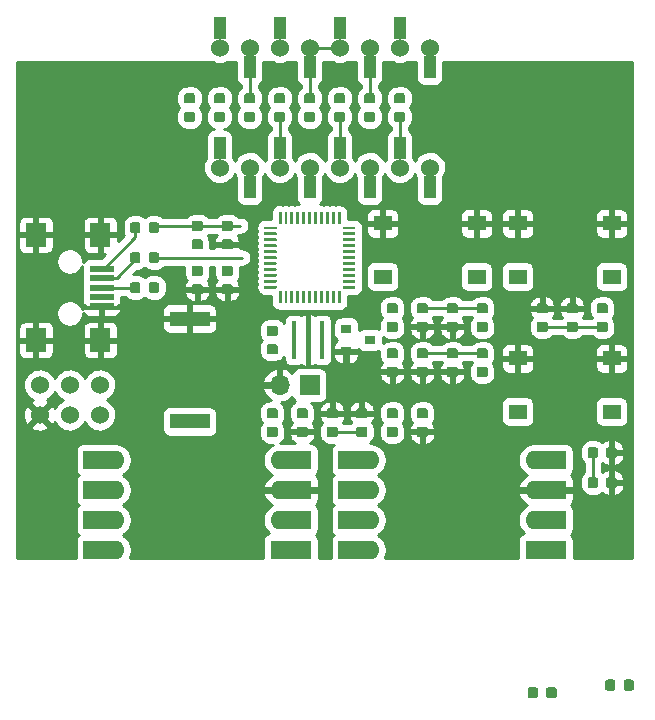
<source format=gbr>
G04 #@! TF.GenerationSoftware,KiCad,Pcbnew,5.99.0-unknown-r17607-a0698723*
G04 #@! TF.CreationDate,2020-04-13T08:25:31-05:00*
G04 #@! TF.ProjectId,pcb_smd,7063625f-736d-4642-9e6b-696361645f70,rev?*
G04 #@! TF.SameCoordinates,Original*
G04 #@! TF.FileFunction,Copper,L1,Top*
G04 #@! TF.FilePolarity,Positive*
%FSLAX46Y46*%
G04 Gerber Fmt 4.6, Leading zero omitted, Abs format (unit mm)*
G04 Created by KiCad (PCBNEW 5.99.0-unknown-r17607-a0698723) date 2020-04-13 08:25:31*
%MOMM*%
%LPD*%
G01*
G04 APERTURE LIST*
%ADD10C,1.524000*%
%ADD11R,1.000000X1.900000*%
%ADD12R,0.900000X0.800000*%
%ADD13O,1.700000X1.700000*%
%ADD14R,1.700000X1.700000*%
%ADD15R,3.400000X1.300000*%
%ADD16O,1.600000X1.600000*%
%ADD17R,1.600000X1.600000*%
%ADD18R,2.540000X1.524000*%
%ADD19R,1.550000X1.300000*%
%ADD20R,0.400000X3.200000*%
%ADD21R,2.000000X0.500000*%
%ADD22R,1.700000X2.000000*%
%ADD23C,3.454400*%
%ADD24C,0.254000*%
G04 APERTURE END LIST*
G04 #@! TA.AperFunction,SMDPad,CuDef*
G36*
X142366418Y-74234758D02*
G01*
X142386694Y-74248306D01*
X142400242Y-74268582D01*
X142405000Y-74292500D01*
X142405000Y-75242500D01*
X142400242Y-75266418D01*
X142386694Y-75286694D01*
X142366418Y-75300242D01*
X142342500Y-75305000D01*
X142217500Y-75305000D01*
X142193582Y-75300242D01*
X142173306Y-75286694D01*
X142159758Y-75266418D01*
X142155000Y-75242500D01*
X142155000Y-74292500D01*
X142159758Y-74268582D01*
X142173306Y-74248306D01*
X142193582Y-74234758D01*
X142217500Y-74230000D01*
X142342500Y-74230000D01*
X142366418Y-74234758D01*
G37*
G04 #@! TD.AperFunction*
G04 #@! TA.AperFunction,SMDPad,CuDef*
G36*
X142866418Y-74234758D02*
G01*
X142886694Y-74248306D01*
X142900242Y-74268582D01*
X142905000Y-74292500D01*
X142905000Y-75242500D01*
X142900242Y-75266418D01*
X142886694Y-75286694D01*
X142866418Y-75300242D01*
X142842500Y-75305000D01*
X142717500Y-75305000D01*
X142693582Y-75300242D01*
X142673306Y-75286694D01*
X142659758Y-75266418D01*
X142655000Y-75242500D01*
X142655000Y-74292500D01*
X142659758Y-74268582D01*
X142673306Y-74248306D01*
X142693582Y-74234758D01*
X142717500Y-74230000D01*
X142842500Y-74230000D01*
X142866418Y-74234758D01*
G37*
G04 #@! TD.AperFunction*
G04 #@! TA.AperFunction,SMDPad,CuDef*
G36*
X143366418Y-74234758D02*
G01*
X143386694Y-74248306D01*
X143400242Y-74268582D01*
X143405000Y-74292500D01*
X143405000Y-75242500D01*
X143400242Y-75266418D01*
X143386694Y-75286694D01*
X143366418Y-75300242D01*
X143342500Y-75305000D01*
X143217500Y-75305000D01*
X143193582Y-75300242D01*
X143173306Y-75286694D01*
X143159758Y-75266418D01*
X143155000Y-75242500D01*
X143155000Y-74292500D01*
X143159758Y-74268582D01*
X143173306Y-74248306D01*
X143193582Y-74234758D01*
X143217500Y-74230000D01*
X143342500Y-74230000D01*
X143366418Y-74234758D01*
G37*
G04 #@! TD.AperFunction*
G04 #@! TA.AperFunction,SMDPad,CuDef*
G36*
X143866418Y-74234758D02*
G01*
X143886694Y-74248306D01*
X143900242Y-74268582D01*
X143905000Y-74292500D01*
X143905000Y-75242500D01*
X143900242Y-75266418D01*
X143886694Y-75286694D01*
X143866418Y-75300242D01*
X143842500Y-75305000D01*
X143717500Y-75305000D01*
X143693582Y-75300242D01*
X143673306Y-75286694D01*
X143659758Y-75266418D01*
X143655000Y-75242500D01*
X143655000Y-74292500D01*
X143659758Y-74268582D01*
X143673306Y-74248306D01*
X143693582Y-74234758D01*
X143717500Y-74230000D01*
X143842500Y-74230000D01*
X143866418Y-74234758D01*
G37*
G04 #@! TD.AperFunction*
G04 #@! TA.AperFunction,SMDPad,CuDef*
G36*
X144366418Y-74234758D02*
G01*
X144386694Y-74248306D01*
X144400242Y-74268582D01*
X144405000Y-74292500D01*
X144405000Y-75242500D01*
X144400242Y-75266418D01*
X144386694Y-75286694D01*
X144366418Y-75300242D01*
X144342500Y-75305000D01*
X144217500Y-75305000D01*
X144193582Y-75300242D01*
X144173306Y-75286694D01*
X144159758Y-75266418D01*
X144155000Y-75242500D01*
X144155000Y-74292500D01*
X144159758Y-74268582D01*
X144173306Y-74248306D01*
X144193582Y-74234758D01*
X144217500Y-74230000D01*
X144342500Y-74230000D01*
X144366418Y-74234758D01*
G37*
G04 #@! TD.AperFunction*
G04 #@! TA.AperFunction,SMDPad,CuDef*
G36*
X144866418Y-74234758D02*
G01*
X144886694Y-74248306D01*
X144900242Y-74268582D01*
X144905000Y-74292500D01*
X144905000Y-75242500D01*
X144900242Y-75266418D01*
X144886694Y-75286694D01*
X144866418Y-75300242D01*
X144842500Y-75305000D01*
X144717500Y-75305000D01*
X144693582Y-75300242D01*
X144673306Y-75286694D01*
X144659758Y-75266418D01*
X144655000Y-75242500D01*
X144655000Y-74292500D01*
X144659758Y-74268582D01*
X144673306Y-74248306D01*
X144693582Y-74234758D01*
X144717500Y-74230000D01*
X144842500Y-74230000D01*
X144866418Y-74234758D01*
G37*
G04 #@! TD.AperFunction*
G04 #@! TA.AperFunction,SMDPad,CuDef*
G36*
X145366418Y-74234758D02*
G01*
X145386694Y-74248306D01*
X145400242Y-74268582D01*
X145405000Y-74292500D01*
X145405000Y-75242500D01*
X145400242Y-75266418D01*
X145386694Y-75286694D01*
X145366418Y-75300242D01*
X145342500Y-75305000D01*
X145217500Y-75305000D01*
X145193582Y-75300242D01*
X145173306Y-75286694D01*
X145159758Y-75266418D01*
X145155000Y-75242500D01*
X145155000Y-74292500D01*
X145159758Y-74268582D01*
X145173306Y-74248306D01*
X145193582Y-74234758D01*
X145217500Y-74230000D01*
X145342500Y-74230000D01*
X145366418Y-74234758D01*
G37*
G04 #@! TD.AperFunction*
G04 #@! TA.AperFunction,SMDPad,CuDef*
G36*
X145866418Y-74234758D02*
G01*
X145886694Y-74248306D01*
X145900242Y-74268582D01*
X145905000Y-74292500D01*
X145905000Y-75242500D01*
X145900242Y-75266418D01*
X145886694Y-75286694D01*
X145866418Y-75300242D01*
X145842500Y-75305000D01*
X145717500Y-75305000D01*
X145693582Y-75300242D01*
X145673306Y-75286694D01*
X145659758Y-75266418D01*
X145655000Y-75242500D01*
X145655000Y-74292500D01*
X145659758Y-74268582D01*
X145673306Y-74248306D01*
X145693582Y-74234758D01*
X145717500Y-74230000D01*
X145842500Y-74230000D01*
X145866418Y-74234758D01*
G37*
G04 #@! TD.AperFunction*
G04 #@! TA.AperFunction,SMDPad,CuDef*
G36*
X146366418Y-74234758D02*
G01*
X146386694Y-74248306D01*
X146400242Y-74268582D01*
X146405000Y-74292500D01*
X146405000Y-75242500D01*
X146400242Y-75266418D01*
X146386694Y-75286694D01*
X146366418Y-75300242D01*
X146342500Y-75305000D01*
X146217500Y-75305000D01*
X146193582Y-75300242D01*
X146173306Y-75286694D01*
X146159758Y-75266418D01*
X146155000Y-75242500D01*
X146155000Y-74292500D01*
X146159758Y-74268582D01*
X146173306Y-74248306D01*
X146193582Y-74234758D01*
X146217500Y-74230000D01*
X146342500Y-74230000D01*
X146366418Y-74234758D01*
G37*
G04 #@! TD.AperFunction*
G04 #@! TA.AperFunction,SMDPad,CuDef*
G36*
X146866418Y-74234758D02*
G01*
X146886694Y-74248306D01*
X146900242Y-74268582D01*
X146905000Y-74292500D01*
X146905000Y-75242500D01*
X146900242Y-75266418D01*
X146886694Y-75286694D01*
X146866418Y-75300242D01*
X146842500Y-75305000D01*
X146717500Y-75305000D01*
X146693582Y-75300242D01*
X146673306Y-75286694D01*
X146659758Y-75266418D01*
X146655000Y-75242500D01*
X146655000Y-74292500D01*
X146659758Y-74268582D01*
X146673306Y-74248306D01*
X146693582Y-74234758D01*
X146717500Y-74230000D01*
X146842500Y-74230000D01*
X146866418Y-74234758D01*
G37*
G04 #@! TD.AperFunction*
G04 #@! TA.AperFunction,SMDPad,CuDef*
G36*
X147366418Y-74234758D02*
G01*
X147386694Y-74248306D01*
X147400242Y-74268582D01*
X147405000Y-74292500D01*
X147405000Y-75242500D01*
X147400242Y-75266418D01*
X147386694Y-75286694D01*
X147366418Y-75300242D01*
X147342500Y-75305000D01*
X147217500Y-75305000D01*
X147193582Y-75300242D01*
X147173306Y-75286694D01*
X147159758Y-75266418D01*
X147155000Y-75242500D01*
X147155000Y-74292500D01*
X147159758Y-74268582D01*
X147173306Y-74248306D01*
X147193582Y-74234758D01*
X147217500Y-74230000D01*
X147342500Y-74230000D01*
X147366418Y-74234758D01*
G37*
G04 #@! TD.AperFunction*
G04 #@! TA.AperFunction,SMDPad,CuDef*
G36*
X148616418Y-75484758D02*
G01*
X148636694Y-75498306D01*
X148650242Y-75518582D01*
X148655000Y-75542500D01*
X148655000Y-75667500D01*
X148650242Y-75691418D01*
X148636694Y-75711694D01*
X148616418Y-75725242D01*
X148592500Y-75730000D01*
X147642500Y-75730000D01*
X147618582Y-75725242D01*
X147598306Y-75711694D01*
X147584758Y-75691418D01*
X147580000Y-75667500D01*
X147580000Y-75542500D01*
X147584758Y-75518582D01*
X147598306Y-75498306D01*
X147618582Y-75484758D01*
X147642500Y-75480000D01*
X148592500Y-75480000D01*
X148616418Y-75484758D01*
G37*
G04 #@! TD.AperFunction*
G04 #@! TA.AperFunction,SMDPad,CuDef*
G36*
X148616418Y-75984758D02*
G01*
X148636694Y-75998306D01*
X148650242Y-76018582D01*
X148655000Y-76042500D01*
X148655000Y-76167500D01*
X148650242Y-76191418D01*
X148636694Y-76211694D01*
X148616418Y-76225242D01*
X148592500Y-76230000D01*
X147642500Y-76230000D01*
X147618582Y-76225242D01*
X147598306Y-76211694D01*
X147584758Y-76191418D01*
X147580000Y-76167500D01*
X147580000Y-76042500D01*
X147584758Y-76018582D01*
X147598306Y-75998306D01*
X147618582Y-75984758D01*
X147642500Y-75980000D01*
X148592500Y-75980000D01*
X148616418Y-75984758D01*
G37*
G04 #@! TD.AperFunction*
G04 #@! TA.AperFunction,SMDPad,CuDef*
G36*
X148616418Y-76484758D02*
G01*
X148636694Y-76498306D01*
X148650242Y-76518582D01*
X148655000Y-76542500D01*
X148655000Y-76667500D01*
X148650242Y-76691418D01*
X148636694Y-76711694D01*
X148616418Y-76725242D01*
X148592500Y-76730000D01*
X147642500Y-76730000D01*
X147618582Y-76725242D01*
X147598306Y-76711694D01*
X147584758Y-76691418D01*
X147580000Y-76667500D01*
X147580000Y-76542500D01*
X147584758Y-76518582D01*
X147598306Y-76498306D01*
X147618582Y-76484758D01*
X147642500Y-76480000D01*
X148592500Y-76480000D01*
X148616418Y-76484758D01*
G37*
G04 #@! TD.AperFunction*
G04 #@! TA.AperFunction,SMDPad,CuDef*
G36*
X148616418Y-76984758D02*
G01*
X148636694Y-76998306D01*
X148650242Y-77018582D01*
X148655000Y-77042500D01*
X148655000Y-77167500D01*
X148650242Y-77191418D01*
X148636694Y-77211694D01*
X148616418Y-77225242D01*
X148592500Y-77230000D01*
X147642500Y-77230000D01*
X147618582Y-77225242D01*
X147598306Y-77211694D01*
X147584758Y-77191418D01*
X147580000Y-77167500D01*
X147580000Y-77042500D01*
X147584758Y-77018582D01*
X147598306Y-76998306D01*
X147618582Y-76984758D01*
X147642500Y-76980000D01*
X148592500Y-76980000D01*
X148616418Y-76984758D01*
G37*
G04 #@! TD.AperFunction*
G04 #@! TA.AperFunction,SMDPad,CuDef*
G36*
X148616418Y-77484758D02*
G01*
X148636694Y-77498306D01*
X148650242Y-77518582D01*
X148655000Y-77542500D01*
X148655000Y-77667500D01*
X148650242Y-77691418D01*
X148636694Y-77711694D01*
X148616418Y-77725242D01*
X148592500Y-77730000D01*
X147642500Y-77730000D01*
X147618582Y-77725242D01*
X147598306Y-77711694D01*
X147584758Y-77691418D01*
X147580000Y-77667500D01*
X147580000Y-77542500D01*
X147584758Y-77518582D01*
X147598306Y-77498306D01*
X147618582Y-77484758D01*
X147642500Y-77480000D01*
X148592500Y-77480000D01*
X148616418Y-77484758D01*
G37*
G04 #@! TD.AperFunction*
G04 #@! TA.AperFunction,SMDPad,CuDef*
G36*
X148616418Y-77984758D02*
G01*
X148636694Y-77998306D01*
X148650242Y-78018582D01*
X148655000Y-78042500D01*
X148655000Y-78167500D01*
X148650242Y-78191418D01*
X148636694Y-78211694D01*
X148616418Y-78225242D01*
X148592500Y-78230000D01*
X147642500Y-78230000D01*
X147618582Y-78225242D01*
X147598306Y-78211694D01*
X147584758Y-78191418D01*
X147580000Y-78167500D01*
X147580000Y-78042500D01*
X147584758Y-78018582D01*
X147598306Y-77998306D01*
X147618582Y-77984758D01*
X147642500Y-77980000D01*
X148592500Y-77980000D01*
X148616418Y-77984758D01*
G37*
G04 #@! TD.AperFunction*
G04 #@! TA.AperFunction,SMDPad,CuDef*
G36*
X148616418Y-78484758D02*
G01*
X148636694Y-78498306D01*
X148650242Y-78518582D01*
X148655000Y-78542500D01*
X148655000Y-78667500D01*
X148650242Y-78691418D01*
X148636694Y-78711694D01*
X148616418Y-78725242D01*
X148592500Y-78730000D01*
X147642500Y-78730000D01*
X147618582Y-78725242D01*
X147598306Y-78711694D01*
X147584758Y-78691418D01*
X147580000Y-78667500D01*
X147580000Y-78542500D01*
X147584758Y-78518582D01*
X147598306Y-78498306D01*
X147618582Y-78484758D01*
X147642500Y-78480000D01*
X148592500Y-78480000D01*
X148616418Y-78484758D01*
G37*
G04 #@! TD.AperFunction*
G04 #@! TA.AperFunction,SMDPad,CuDef*
G36*
X148616418Y-78984758D02*
G01*
X148636694Y-78998306D01*
X148650242Y-79018582D01*
X148655000Y-79042500D01*
X148655000Y-79167500D01*
X148650242Y-79191418D01*
X148636694Y-79211694D01*
X148616418Y-79225242D01*
X148592500Y-79230000D01*
X147642500Y-79230000D01*
X147618582Y-79225242D01*
X147598306Y-79211694D01*
X147584758Y-79191418D01*
X147580000Y-79167500D01*
X147580000Y-79042500D01*
X147584758Y-79018582D01*
X147598306Y-78998306D01*
X147618582Y-78984758D01*
X147642500Y-78980000D01*
X148592500Y-78980000D01*
X148616418Y-78984758D01*
G37*
G04 #@! TD.AperFunction*
G04 #@! TA.AperFunction,SMDPad,CuDef*
G36*
X148616418Y-79484758D02*
G01*
X148636694Y-79498306D01*
X148650242Y-79518582D01*
X148655000Y-79542500D01*
X148655000Y-79667500D01*
X148650242Y-79691418D01*
X148636694Y-79711694D01*
X148616418Y-79725242D01*
X148592500Y-79730000D01*
X147642500Y-79730000D01*
X147618582Y-79725242D01*
X147598306Y-79711694D01*
X147584758Y-79691418D01*
X147580000Y-79667500D01*
X147580000Y-79542500D01*
X147584758Y-79518582D01*
X147598306Y-79498306D01*
X147618582Y-79484758D01*
X147642500Y-79480000D01*
X148592500Y-79480000D01*
X148616418Y-79484758D01*
G37*
G04 #@! TD.AperFunction*
G04 #@! TA.AperFunction,SMDPad,CuDef*
G36*
X148616418Y-79984758D02*
G01*
X148636694Y-79998306D01*
X148650242Y-80018582D01*
X148655000Y-80042500D01*
X148655000Y-80167500D01*
X148650242Y-80191418D01*
X148636694Y-80211694D01*
X148616418Y-80225242D01*
X148592500Y-80230000D01*
X147642500Y-80230000D01*
X147618582Y-80225242D01*
X147598306Y-80211694D01*
X147584758Y-80191418D01*
X147580000Y-80167500D01*
X147580000Y-80042500D01*
X147584758Y-80018582D01*
X147598306Y-79998306D01*
X147618582Y-79984758D01*
X147642500Y-79980000D01*
X148592500Y-79980000D01*
X148616418Y-79984758D01*
G37*
G04 #@! TD.AperFunction*
G04 #@! TA.AperFunction,SMDPad,CuDef*
G36*
X148616418Y-80484758D02*
G01*
X148636694Y-80498306D01*
X148650242Y-80518582D01*
X148655000Y-80542500D01*
X148655000Y-80667500D01*
X148650242Y-80691418D01*
X148636694Y-80711694D01*
X148616418Y-80725242D01*
X148592500Y-80730000D01*
X147642500Y-80730000D01*
X147618582Y-80725242D01*
X147598306Y-80711694D01*
X147584758Y-80691418D01*
X147580000Y-80667500D01*
X147580000Y-80542500D01*
X147584758Y-80518582D01*
X147598306Y-80498306D01*
X147618582Y-80484758D01*
X147642500Y-80480000D01*
X148592500Y-80480000D01*
X148616418Y-80484758D01*
G37*
G04 #@! TD.AperFunction*
G04 #@! TA.AperFunction,SMDPad,CuDef*
G36*
X147366418Y-80909758D02*
G01*
X147386694Y-80923306D01*
X147400242Y-80943582D01*
X147405000Y-80967500D01*
X147405000Y-81917500D01*
X147400242Y-81941418D01*
X147386694Y-81961694D01*
X147366418Y-81975242D01*
X147342500Y-81980000D01*
X147217500Y-81980000D01*
X147193582Y-81975242D01*
X147173306Y-81961694D01*
X147159758Y-81941418D01*
X147155000Y-81917500D01*
X147155000Y-80967500D01*
X147159758Y-80943582D01*
X147173306Y-80923306D01*
X147193582Y-80909758D01*
X147217500Y-80905000D01*
X147342500Y-80905000D01*
X147366418Y-80909758D01*
G37*
G04 #@! TD.AperFunction*
G04 #@! TA.AperFunction,SMDPad,CuDef*
G36*
X146866418Y-80909758D02*
G01*
X146886694Y-80923306D01*
X146900242Y-80943582D01*
X146905000Y-80967500D01*
X146905000Y-81917500D01*
X146900242Y-81941418D01*
X146886694Y-81961694D01*
X146866418Y-81975242D01*
X146842500Y-81980000D01*
X146717500Y-81980000D01*
X146693582Y-81975242D01*
X146673306Y-81961694D01*
X146659758Y-81941418D01*
X146655000Y-81917500D01*
X146655000Y-80967500D01*
X146659758Y-80943582D01*
X146673306Y-80923306D01*
X146693582Y-80909758D01*
X146717500Y-80905000D01*
X146842500Y-80905000D01*
X146866418Y-80909758D01*
G37*
G04 #@! TD.AperFunction*
G04 #@! TA.AperFunction,SMDPad,CuDef*
G36*
X146366418Y-80909758D02*
G01*
X146386694Y-80923306D01*
X146400242Y-80943582D01*
X146405000Y-80967500D01*
X146405000Y-81917500D01*
X146400242Y-81941418D01*
X146386694Y-81961694D01*
X146366418Y-81975242D01*
X146342500Y-81980000D01*
X146217500Y-81980000D01*
X146193582Y-81975242D01*
X146173306Y-81961694D01*
X146159758Y-81941418D01*
X146155000Y-81917500D01*
X146155000Y-80967500D01*
X146159758Y-80943582D01*
X146173306Y-80923306D01*
X146193582Y-80909758D01*
X146217500Y-80905000D01*
X146342500Y-80905000D01*
X146366418Y-80909758D01*
G37*
G04 #@! TD.AperFunction*
G04 #@! TA.AperFunction,SMDPad,CuDef*
G36*
X145866418Y-80909758D02*
G01*
X145886694Y-80923306D01*
X145900242Y-80943582D01*
X145905000Y-80967500D01*
X145905000Y-81917500D01*
X145900242Y-81941418D01*
X145886694Y-81961694D01*
X145866418Y-81975242D01*
X145842500Y-81980000D01*
X145717500Y-81980000D01*
X145693582Y-81975242D01*
X145673306Y-81961694D01*
X145659758Y-81941418D01*
X145655000Y-81917500D01*
X145655000Y-80967500D01*
X145659758Y-80943582D01*
X145673306Y-80923306D01*
X145693582Y-80909758D01*
X145717500Y-80905000D01*
X145842500Y-80905000D01*
X145866418Y-80909758D01*
G37*
G04 #@! TD.AperFunction*
G04 #@! TA.AperFunction,SMDPad,CuDef*
G36*
X145366418Y-80909758D02*
G01*
X145386694Y-80923306D01*
X145400242Y-80943582D01*
X145405000Y-80967500D01*
X145405000Y-81917500D01*
X145400242Y-81941418D01*
X145386694Y-81961694D01*
X145366418Y-81975242D01*
X145342500Y-81980000D01*
X145217500Y-81980000D01*
X145193582Y-81975242D01*
X145173306Y-81961694D01*
X145159758Y-81941418D01*
X145155000Y-81917500D01*
X145155000Y-80967500D01*
X145159758Y-80943582D01*
X145173306Y-80923306D01*
X145193582Y-80909758D01*
X145217500Y-80905000D01*
X145342500Y-80905000D01*
X145366418Y-80909758D01*
G37*
G04 #@! TD.AperFunction*
G04 #@! TA.AperFunction,SMDPad,CuDef*
G36*
X144866418Y-80909758D02*
G01*
X144886694Y-80923306D01*
X144900242Y-80943582D01*
X144905000Y-80967500D01*
X144905000Y-81917500D01*
X144900242Y-81941418D01*
X144886694Y-81961694D01*
X144866418Y-81975242D01*
X144842500Y-81980000D01*
X144717500Y-81980000D01*
X144693582Y-81975242D01*
X144673306Y-81961694D01*
X144659758Y-81941418D01*
X144655000Y-81917500D01*
X144655000Y-80967500D01*
X144659758Y-80943582D01*
X144673306Y-80923306D01*
X144693582Y-80909758D01*
X144717500Y-80905000D01*
X144842500Y-80905000D01*
X144866418Y-80909758D01*
G37*
G04 #@! TD.AperFunction*
G04 #@! TA.AperFunction,SMDPad,CuDef*
G36*
X144366418Y-80909758D02*
G01*
X144386694Y-80923306D01*
X144400242Y-80943582D01*
X144405000Y-80967500D01*
X144405000Y-81917500D01*
X144400242Y-81941418D01*
X144386694Y-81961694D01*
X144366418Y-81975242D01*
X144342500Y-81980000D01*
X144217500Y-81980000D01*
X144193582Y-81975242D01*
X144173306Y-81961694D01*
X144159758Y-81941418D01*
X144155000Y-81917500D01*
X144155000Y-80967500D01*
X144159758Y-80943582D01*
X144173306Y-80923306D01*
X144193582Y-80909758D01*
X144217500Y-80905000D01*
X144342500Y-80905000D01*
X144366418Y-80909758D01*
G37*
G04 #@! TD.AperFunction*
G04 #@! TA.AperFunction,SMDPad,CuDef*
G36*
X143866418Y-80909758D02*
G01*
X143886694Y-80923306D01*
X143900242Y-80943582D01*
X143905000Y-80967500D01*
X143905000Y-81917500D01*
X143900242Y-81941418D01*
X143886694Y-81961694D01*
X143866418Y-81975242D01*
X143842500Y-81980000D01*
X143717500Y-81980000D01*
X143693582Y-81975242D01*
X143673306Y-81961694D01*
X143659758Y-81941418D01*
X143655000Y-81917500D01*
X143655000Y-80967500D01*
X143659758Y-80943582D01*
X143673306Y-80923306D01*
X143693582Y-80909758D01*
X143717500Y-80905000D01*
X143842500Y-80905000D01*
X143866418Y-80909758D01*
G37*
G04 #@! TD.AperFunction*
G04 #@! TA.AperFunction,SMDPad,CuDef*
G36*
X143366418Y-80909758D02*
G01*
X143386694Y-80923306D01*
X143400242Y-80943582D01*
X143405000Y-80967500D01*
X143405000Y-81917500D01*
X143400242Y-81941418D01*
X143386694Y-81961694D01*
X143366418Y-81975242D01*
X143342500Y-81980000D01*
X143217500Y-81980000D01*
X143193582Y-81975242D01*
X143173306Y-81961694D01*
X143159758Y-81941418D01*
X143155000Y-81917500D01*
X143155000Y-80967500D01*
X143159758Y-80943582D01*
X143173306Y-80923306D01*
X143193582Y-80909758D01*
X143217500Y-80905000D01*
X143342500Y-80905000D01*
X143366418Y-80909758D01*
G37*
G04 #@! TD.AperFunction*
G04 #@! TA.AperFunction,SMDPad,CuDef*
G36*
X142866418Y-80909758D02*
G01*
X142886694Y-80923306D01*
X142900242Y-80943582D01*
X142905000Y-80967500D01*
X142905000Y-81917500D01*
X142900242Y-81941418D01*
X142886694Y-81961694D01*
X142866418Y-81975242D01*
X142842500Y-81980000D01*
X142717500Y-81980000D01*
X142693582Y-81975242D01*
X142673306Y-81961694D01*
X142659758Y-81941418D01*
X142655000Y-81917500D01*
X142655000Y-80967500D01*
X142659758Y-80943582D01*
X142673306Y-80923306D01*
X142693582Y-80909758D01*
X142717500Y-80905000D01*
X142842500Y-80905000D01*
X142866418Y-80909758D01*
G37*
G04 #@! TD.AperFunction*
G04 #@! TA.AperFunction,SMDPad,CuDef*
G36*
X142366418Y-80909758D02*
G01*
X142386694Y-80923306D01*
X142400242Y-80943582D01*
X142405000Y-80967500D01*
X142405000Y-81917500D01*
X142400242Y-81941418D01*
X142386694Y-81961694D01*
X142366418Y-81975242D01*
X142342500Y-81980000D01*
X142217500Y-81980000D01*
X142193582Y-81975242D01*
X142173306Y-81961694D01*
X142159758Y-81941418D01*
X142155000Y-81917500D01*
X142155000Y-80967500D01*
X142159758Y-80943582D01*
X142173306Y-80923306D01*
X142193582Y-80909758D01*
X142217500Y-80905000D01*
X142342500Y-80905000D01*
X142366418Y-80909758D01*
G37*
G04 #@! TD.AperFunction*
G04 #@! TA.AperFunction,SMDPad,CuDef*
G36*
X141941418Y-80484758D02*
G01*
X141961694Y-80498306D01*
X141975242Y-80518582D01*
X141980000Y-80542500D01*
X141980000Y-80667500D01*
X141975242Y-80691418D01*
X141961694Y-80711694D01*
X141941418Y-80725242D01*
X141917500Y-80730000D01*
X140967500Y-80730000D01*
X140943582Y-80725242D01*
X140923306Y-80711694D01*
X140909758Y-80691418D01*
X140905000Y-80667500D01*
X140905000Y-80542500D01*
X140909758Y-80518582D01*
X140923306Y-80498306D01*
X140943582Y-80484758D01*
X140967500Y-80480000D01*
X141917500Y-80480000D01*
X141941418Y-80484758D01*
G37*
G04 #@! TD.AperFunction*
G04 #@! TA.AperFunction,SMDPad,CuDef*
G36*
X141941418Y-79984758D02*
G01*
X141961694Y-79998306D01*
X141975242Y-80018582D01*
X141980000Y-80042500D01*
X141980000Y-80167500D01*
X141975242Y-80191418D01*
X141961694Y-80211694D01*
X141941418Y-80225242D01*
X141917500Y-80230000D01*
X140967500Y-80230000D01*
X140943582Y-80225242D01*
X140923306Y-80211694D01*
X140909758Y-80191418D01*
X140905000Y-80167500D01*
X140905000Y-80042500D01*
X140909758Y-80018582D01*
X140923306Y-79998306D01*
X140943582Y-79984758D01*
X140967500Y-79980000D01*
X141917500Y-79980000D01*
X141941418Y-79984758D01*
G37*
G04 #@! TD.AperFunction*
G04 #@! TA.AperFunction,SMDPad,CuDef*
G36*
X141941418Y-79484758D02*
G01*
X141961694Y-79498306D01*
X141975242Y-79518582D01*
X141980000Y-79542500D01*
X141980000Y-79667500D01*
X141975242Y-79691418D01*
X141961694Y-79711694D01*
X141941418Y-79725242D01*
X141917500Y-79730000D01*
X140967500Y-79730000D01*
X140943582Y-79725242D01*
X140923306Y-79711694D01*
X140909758Y-79691418D01*
X140905000Y-79667500D01*
X140905000Y-79542500D01*
X140909758Y-79518582D01*
X140923306Y-79498306D01*
X140943582Y-79484758D01*
X140967500Y-79480000D01*
X141917500Y-79480000D01*
X141941418Y-79484758D01*
G37*
G04 #@! TD.AperFunction*
G04 #@! TA.AperFunction,SMDPad,CuDef*
G36*
X141941418Y-78984758D02*
G01*
X141961694Y-78998306D01*
X141975242Y-79018582D01*
X141980000Y-79042500D01*
X141980000Y-79167500D01*
X141975242Y-79191418D01*
X141961694Y-79211694D01*
X141941418Y-79225242D01*
X141917500Y-79230000D01*
X140967500Y-79230000D01*
X140943582Y-79225242D01*
X140923306Y-79211694D01*
X140909758Y-79191418D01*
X140905000Y-79167500D01*
X140905000Y-79042500D01*
X140909758Y-79018582D01*
X140923306Y-78998306D01*
X140943582Y-78984758D01*
X140967500Y-78980000D01*
X141917500Y-78980000D01*
X141941418Y-78984758D01*
G37*
G04 #@! TD.AperFunction*
G04 #@! TA.AperFunction,SMDPad,CuDef*
G36*
X141941418Y-78484758D02*
G01*
X141961694Y-78498306D01*
X141975242Y-78518582D01*
X141980000Y-78542500D01*
X141980000Y-78667500D01*
X141975242Y-78691418D01*
X141961694Y-78711694D01*
X141941418Y-78725242D01*
X141917500Y-78730000D01*
X140967500Y-78730000D01*
X140943582Y-78725242D01*
X140923306Y-78711694D01*
X140909758Y-78691418D01*
X140905000Y-78667500D01*
X140905000Y-78542500D01*
X140909758Y-78518582D01*
X140923306Y-78498306D01*
X140943582Y-78484758D01*
X140967500Y-78480000D01*
X141917500Y-78480000D01*
X141941418Y-78484758D01*
G37*
G04 #@! TD.AperFunction*
G04 #@! TA.AperFunction,SMDPad,CuDef*
G36*
X141941418Y-77984758D02*
G01*
X141961694Y-77998306D01*
X141975242Y-78018582D01*
X141980000Y-78042500D01*
X141980000Y-78167500D01*
X141975242Y-78191418D01*
X141961694Y-78211694D01*
X141941418Y-78225242D01*
X141917500Y-78230000D01*
X140967500Y-78230000D01*
X140943582Y-78225242D01*
X140923306Y-78211694D01*
X140909758Y-78191418D01*
X140905000Y-78167500D01*
X140905000Y-78042500D01*
X140909758Y-78018582D01*
X140923306Y-77998306D01*
X140943582Y-77984758D01*
X140967500Y-77980000D01*
X141917500Y-77980000D01*
X141941418Y-77984758D01*
G37*
G04 #@! TD.AperFunction*
G04 #@! TA.AperFunction,SMDPad,CuDef*
G36*
X141941418Y-77484758D02*
G01*
X141961694Y-77498306D01*
X141975242Y-77518582D01*
X141980000Y-77542500D01*
X141980000Y-77667500D01*
X141975242Y-77691418D01*
X141961694Y-77711694D01*
X141941418Y-77725242D01*
X141917500Y-77730000D01*
X140967500Y-77730000D01*
X140943582Y-77725242D01*
X140923306Y-77711694D01*
X140909758Y-77691418D01*
X140905000Y-77667500D01*
X140905000Y-77542500D01*
X140909758Y-77518582D01*
X140923306Y-77498306D01*
X140943582Y-77484758D01*
X140967500Y-77480000D01*
X141917500Y-77480000D01*
X141941418Y-77484758D01*
G37*
G04 #@! TD.AperFunction*
G04 #@! TA.AperFunction,SMDPad,CuDef*
G36*
X141941418Y-76984758D02*
G01*
X141961694Y-76998306D01*
X141975242Y-77018582D01*
X141980000Y-77042500D01*
X141980000Y-77167500D01*
X141975242Y-77191418D01*
X141961694Y-77211694D01*
X141941418Y-77225242D01*
X141917500Y-77230000D01*
X140967500Y-77230000D01*
X140943582Y-77225242D01*
X140923306Y-77211694D01*
X140909758Y-77191418D01*
X140905000Y-77167500D01*
X140905000Y-77042500D01*
X140909758Y-77018582D01*
X140923306Y-76998306D01*
X140943582Y-76984758D01*
X140967500Y-76980000D01*
X141917500Y-76980000D01*
X141941418Y-76984758D01*
G37*
G04 #@! TD.AperFunction*
G04 #@! TA.AperFunction,SMDPad,CuDef*
G36*
X141941418Y-76484758D02*
G01*
X141961694Y-76498306D01*
X141975242Y-76518582D01*
X141980000Y-76542500D01*
X141980000Y-76667500D01*
X141975242Y-76691418D01*
X141961694Y-76711694D01*
X141941418Y-76725242D01*
X141917500Y-76730000D01*
X140967500Y-76730000D01*
X140943582Y-76725242D01*
X140923306Y-76711694D01*
X140909758Y-76691418D01*
X140905000Y-76667500D01*
X140905000Y-76542500D01*
X140909758Y-76518582D01*
X140923306Y-76498306D01*
X140943582Y-76484758D01*
X140967500Y-76480000D01*
X141917500Y-76480000D01*
X141941418Y-76484758D01*
G37*
G04 #@! TD.AperFunction*
G04 #@! TA.AperFunction,SMDPad,CuDef*
G36*
X141941418Y-75984758D02*
G01*
X141961694Y-75998306D01*
X141975242Y-76018582D01*
X141980000Y-76042500D01*
X141980000Y-76167500D01*
X141975242Y-76191418D01*
X141961694Y-76211694D01*
X141941418Y-76225242D01*
X141917500Y-76230000D01*
X140967500Y-76230000D01*
X140943582Y-76225242D01*
X140923306Y-76211694D01*
X140909758Y-76191418D01*
X140905000Y-76167500D01*
X140905000Y-76042500D01*
X140909758Y-76018582D01*
X140923306Y-75998306D01*
X140943582Y-75984758D01*
X140967500Y-75980000D01*
X141917500Y-75980000D01*
X141941418Y-75984758D01*
G37*
G04 #@! TD.AperFunction*
G04 #@! TA.AperFunction,SMDPad,CuDef*
G36*
X141941418Y-75484758D02*
G01*
X141961694Y-75498306D01*
X141975242Y-75518582D01*
X141980000Y-75542500D01*
X141980000Y-75667500D01*
X141975242Y-75691418D01*
X141961694Y-75711694D01*
X141941418Y-75725242D01*
X141917500Y-75730000D01*
X140967500Y-75730000D01*
X140943582Y-75725242D01*
X140923306Y-75711694D01*
X140909758Y-75691418D01*
X140905000Y-75667500D01*
X140905000Y-75542500D01*
X140909758Y-75518582D01*
X140923306Y-75498306D01*
X140943582Y-75484758D01*
X140967500Y-75480000D01*
X141917500Y-75480000D01*
X141941418Y-75484758D01*
G37*
G04 #@! TD.AperFunction*
D10*
X152400000Y-70485000D03*
X149860000Y-60325000D03*
X139700000Y-70485000D03*
X154940000Y-70485000D03*
X154940000Y-60325000D03*
X137160000Y-70485000D03*
X147320000Y-70485000D03*
X144780000Y-70485000D03*
X139700000Y-60325000D03*
X149860000Y-70485000D03*
X152400000Y-60325000D03*
X142240000Y-60325000D03*
X142240000Y-70485000D03*
X144780000Y-60325000D03*
X147320000Y-60325000D03*
X137160000Y-60325000D03*
D11*
X149860000Y-61975000D03*
X139700000Y-61975000D03*
X137160000Y-58675000D03*
X144780000Y-61975000D03*
X142240000Y-58675000D03*
X154940000Y-61975000D03*
X152400000Y-58675000D03*
X147320000Y-58675000D03*
X152400000Y-68835000D03*
X147320000Y-68835000D03*
X142240000Y-68835000D03*
X137160000Y-68835000D03*
X154940000Y-72135000D03*
X149860000Y-72135000D03*
X144780000Y-72135000D03*
X139700000Y-72135000D03*
D12*
X149860000Y-85090000D03*
X147860000Y-86040000D03*
X147860000Y-84140000D03*
G04 #@! TA.AperFunction,SMDPad,CuDef*
G36*
X165554962Y-114476651D02*
G01*
X165625930Y-114524070D01*
X165673349Y-114595038D01*
X165690000Y-114678750D01*
X165690000Y-115191250D01*
X165673349Y-115274962D01*
X165625930Y-115345930D01*
X165554962Y-115393349D01*
X165471250Y-115410000D01*
X165033750Y-115410000D01*
X164950038Y-115393349D01*
X164879070Y-115345930D01*
X164831651Y-115274962D01*
X164815000Y-115191250D01*
X164815000Y-114678750D01*
X164831651Y-114595038D01*
X164879070Y-114524070D01*
X164950038Y-114476651D01*
X165033750Y-114460000D01*
X165471250Y-114460000D01*
X165554962Y-114476651D01*
G37*
G04 #@! TD.AperFunction*
G04 #@! TA.AperFunction,SMDPad,CuDef*
G36*
X163979962Y-114476651D02*
G01*
X164050930Y-114524070D01*
X164098349Y-114595038D01*
X164115000Y-114678750D01*
X164115000Y-115191250D01*
X164098349Y-115274962D01*
X164050930Y-115345930D01*
X163979962Y-115393349D01*
X163896250Y-115410000D01*
X163458750Y-115410000D01*
X163375038Y-115393349D01*
X163304070Y-115345930D01*
X163256651Y-115274962D01*
X163240000Y-115191250D01*
X163240000Y-114678750D01*
X163256651Y-114595038D01*
X163304070Y-114524070D01*
X163375038Y-114476651D01*
X163458750Y-114460000D01*
X163896250Y-114460000D01*
X163979962Y-114476651D01*
G37*
G04 #@! TD.AperFunction*
G04 #@! TA.AperFunction,SMDPad,CuDef*
G36*
X172104962Y-113841651D02*
G01*
X172175930Y-113889070D01*
X172223349Y-113960038D01*
X172240000Y-114043750D01*
X172240000Y-114556250D01*
X172223349Y-114639962D01*
X172175930Y-114710930D01*
X172104962Y-114758349D01*
X172021250Y-114775000D01*
X171583750Y-114775000D01*
X171500038Y-114758349D01*
X171429070Y-114710930D01*
X171381651Y-114639962D01*
X171365000Y-114556250D01*
X171365000Y-114043750D01*
X171381651Y-113960038D01*
X171429070Y-113889070D01*
X171500038Y-113841651D01*
X171583750Y-113825000D01*
X172021250Y-113825000D01*
X172104962Y-113841651D01*
G37*
G04 #@! TD.AperFunction*
G04 #@! TA.AperFunction,SMDPad,CuDef*
G36*
X170529962Y-113841651D02*
G01*
X170600930Y-113889070D01*
X170648349Y-113960038D01*
X170665000Y-114043750D01*
X170665000Y-114556250D01*
X170648349Y-114639962D01*
X170600930Y-114710930D01*
X170529962Y-114758349D01*
X170446250Y-114775000D01*
X170008750Y-114775000D01*
X169925038Y-114758349D01*
X169854070Y-114710930D01*
X169806651Y-114639962D01*
X169790000Y-114556250D01*
X169790000Y-114043750D01*
X169806651Y-113960038D01*
X169854070Y-113889070D01*
X169925038Y-113841651D01*
X170008750Y-113825000D01*
X170446250Y-113825000D01*
X170529962Y-113841651D01*
G37*
G04 #@! TD.AperFunction*
D13*
X142240000Y-88900000D03*
D14*
X144780000Y-88900000D03*
D15*
X134620000Y-83280000D03*
X134620000Y-91980000D03*
G04 #@! TA.AperFunction,SMDPad,CuDef*
G36*
X164804962Y-81976651D02*
G01*
X164875930Y-82024070D01*
X164923349Y-82095038D01*
X164940000Y-82178750D01*
X164940000Y-82616250D01*
X164923349Y-82699962D01*
X164875930Y-82770930D01*
X164804962Y-82818349D01*
X164721250Y-82835000D01*
X164208750Y-82835000D01*
X164125038Y-82818349D01*
X164054070Y-82770930D01*
X164006651Y-82699962D01*
X163990000Y-82616250D01*
X163990000Y-82178750D01*
X164006651Y-82095038D01*
X164054070Y-82024070D01*
X164125038Y-81976651D01*
X164208750Y-81960000D01*
X164721250Y-81960000D01*
X164804962Y-81976651D01*
G37*
G04 #@! TD.AperFunction*
G04 #@! TA.AperFunction,SMDPad,CuDef*
G36*
X164804962Y-83551651D02*
G01*
X164875930Y-83599070D01*
X164923349Y-83670038D01*
X164940000Y-83753750D01*
X164940000Y-84191250D01*
X164923349Y-84274962D01*
X164875930Y-84345930D01*
X164804962Y-84393349D01*
X164721250Y-84410000D01*
X164208750Y-84410000D01*
X164125038Y-84393349D01*
X164054070Y-84345930D01*
X164006651Y-84274962D01*
X163990000Y-84191250D01*
X163990000Y-83753750D01*
X164006651Y-83670038D01*
X164054070Y-83599070D01*
X164125038Y-83551651D01*
X164208750Y-83535000D01*
X164721250Y-83535000D01*
X164804962Y-83551651D01*
G37*
G04 #@! TD.AperFunction*
G04 #@! TA.AperFunction,SMDPad,CuDef*
G36*
X154644962Y-87361651D02*
G01*
X154715930Y-87409070D01*
X154763349Y-87480038D01*
X154780000Y-87563750D01*
X154780000Y-88001250D01*
X154763349Y-88084962D01*
X154715930Y-88155930D01*
X154644962Y-88203349D01*
X154561250Y-88220000D01*
X154048750Y-88220000D01*
X153965038Y-88203349D01*
X153894070Y-88155930D01*
X153846651Y-88084962D01*
X153830000Y-88001250D01*
X153830000Y-87563750D01*
X153846651Y-87480038D01*
X153894070Y-87409070D01*
X153965038Y-87361651D01*
X154048750Y-87345000D01*
X154561250Y-87345000D01*
X154644962Y-87361651D01*
G37*
G04 #@! TD.AperFunction*
G04 #@! TA.AperFunction,SMDPad,CuDef*
G36*
X154644962Y-85786651D02*
G01*
X154715930Y-85834070D01*
X154763349Y-85905038D01*
X154780000Y-85988750D01*
X154780000Y-86426250D01*
X154763349Y-86509962D01*
X154715930Y-86580930D01*
X154644962Y-86628349D01*
X154561250Y-86645000D01*
X154048750Y-86645000D01*
X153965038Y-86628349D01*
X153894070Y-86580930D01*
X153846651Y-86509962D01*
X153830000Y-86426250D01*
X153830000Y-85988750D01*
X153846651Y-85905038D01*
X153894070Y-85834070D01*
X153965038Y-85786651D01*
X154048750Y-85770000D01*
X154561250Y-85770000D01*
X154644962Y-85786651D01*
G37*
G04 #@! TD.AperFunction*
G04 #@! TA.AperFunction,SMDPad,CuDef*
G36*
X154644962Y-83551651D02*
G01*
X154715930Y-83599070D01*
X154763349Y-83670038D01*
X154780000Y-83753750D01*
X154780000Y-84191250D01*
X154763349Y-84274962D01*
X154715930Y-84345930D01*
X154644962Y-84393349D01*
X154561250Y-84410000D01*
X154048750Y-84410000D01*
X153965038Y-84393349D01*
X153894070Y-84345930D01*
X153846651Y-84274962D01*
X153830000Y-84191250D01*
X153830000Y-83753750D01*
X153846651Y-83670038D01*
X153894070Y-83599070D01*
X153965038Y-83551651D01*
X154048750Y-83535000D01*
X154561250Y-83535000D01*
X154644962Y-83551651D01*
G37*
G04 #@! TD.AperFunction*
G04 #@! TA.AperFunction,SMDPad,CuDef*
G36*
X154644962Y-81976651D02*
G01*
X154715930Y-82024070D01*
X154763349Y-82095038D01*
X154780000Y-82178750D01*
X154780000Y-82616250D01*
X154763349Y-82699962D01*
X154715930Y-82770930D01*
X154644962Y-82818349D01*
X154561250Y-82835000D01*
X154048750Y-82835000D01*
X153965038Y-82818349D01*
X153894070Y-82770930D01*
X153846651Y-82699962D01*
X153830000Y-82616250D01*
X153830000Y-82178750D01*
X153846651Y-82095038D01*
X153894070Y-82024070D01*
X153965038Y-81976651D01*
X154048750Y-81960000D01*
X154561250Y-81960000D01*
X154644962Y-81976651D01*
G37*
G04 #@! TD.AperFunction*
G04 #@! TA.AperFunction,SMDPad,CuDef*
G36*
X138134962Y-76566651D02*
G01*
X138205930Y-76614070D01*
X138253349Y-76685038D01*
X138270000Y-76768750D01*
X138270000Y-77206250D01*
X138253349Y-77289962D01*
X138205930Y-77360930D01*
X138134962Y-77408349D01*
X138051250Y-77425000D01*
X137538750Y-77425000D01*
X137455038Y-77408349D01*
X137384070Y-77360930D01*
X137336651Y-77289962D01*
X137320000Y-77206250D01*
X137320000Y-76768750D01*
X137336651Y-76685038D01*
X137384070Y-76614070D01*
X137455038Y-76566651D01*
X137538750Y-76550000D01*
X138051250Y-76550000D01*
X138134962Y-76566651D01*
G37*
G04 #@! TD.AperFunction*
G04 #@! TA.AperFunction,SMDPad,CuDef*
G36*
X138134962Y-74991651D02*
G01*
X138205930Y-75039070D01*
X138253349Y-75110038D01*
X138270000Y-75193750D01*
X138270000Y-75631250D01*
X138253349Y-75714962D01*
X138205930Y-75785930D01*
X138134962Y-75833349D01*
X138051250Y-75850000D01*
X137538750Y-75850000D01*
X137455038Y-75833349D01*
X137384070Y-75785930D01*
X137336651Y-75714962D01*
X137320000Y-75631250D01*
X137320000Y-75193750D01*
X137336651Y-75110038D01*
X137384070Y-75039070D01*
X137455038Y-74991651D01*
X137538750Y-74975000D01*
X138051250Y-74975000D01*
X138134962Y-74991651D01*
G37*
G04 #@! TD.AperFunction*
G04 #@! TA.AperFunction,SMDPad,CuDef*
G36*
X152739962Y-64196651D02*
G01*
X152810930Y-64244070D01*
X152858349Y-64315038D01*
X152875000Y-64398750D01*
X152875000Y-64836250D01*
X152858349Y-64919962D01*
X152810930Y-64990930D01*
X152739962Y-65038349D01*
X152656250Y-65055000D01*
X152143750Y-65055000D01*
X152060038Y-65038349D01*
X151989070Y-64990930D01*
X151941651Y-64919962D01*
X151925000Y-64836250D01*
X151925000Y-64398750D01*
X151941651Y-64315038D01*
X151989070Y-64244070D01*
X152060038Y-64196651D01*
X152143750Y-64180000D01*
X152656250Y-64180000D01*
X152739962Y-64196651D01*
G37*
G04 #@! TD.AperFunction*
G04 #@! TA.AperFunction,SMDPad,CuDef*
G36*
X152739962Y-65771651D02*
G01*
X152810930Y-65819070D01*
X152858349Y-65890038D01*
X152875000Y-65973750D01*
X152875000Y-66411250D01*
X152858349Y-66494962D01*
X152810930Y-66565930D01*
X152739962Y-66613349D01*
X152656250Y-66630000D01*
X152143750Y-66630000D01*
X152060038Y-66613349D01*
X151989070Y-66565930D01*
X151941651Y-66494962D01*
X151925000Y-66411250D01*
X151925000Y-65973750D01*
X151941651Y-65890038D01*
X151989070Y-65819070D01*
X152060038Y-65771651D01*
X152143750Y-65755000D01*
X152656250Y-65755000D01*
X152739962Y-65771651D01*
G37*
G04 #@! TD.AperFunction*
D16*
X149860000Y-102870000D03*
X163830000Y-95250000D03*
X149860000Y-100330000D03*
X163830000Y-97790000D03*
X149860000Y-97790000D03*
X163830000Y-100330000D03*
X149860000Y-95250000D03*
D17*
X163830000Y-102870000D03*
D18*
X165227000Y-102870000D03*
X165227000Y-100330000D03*
X165227000Y-97790000D03*
X165227000Y-95250000D03*
X148463000Y-95250000D03*
X148463000Y-97790000D03*
X148463000Y-100330000D03*
X148463000Y-102870000D03*
D16*
X128270000Y-102870000D03*
X142240000Y-95250000D03*
X128270000Y-100330000D03*
X142240000Y-97790000D03*
X128270000Y-97790000D03*
X142240000Y-100330000D03*
X128270000Y-95250000D03*
D17*
X142240000Y-102870000D03*
D18*
X143637000Y-102870000D03*
X143637000Y-100330000D03*
X143637000Y-97790000D03*
X143637000Y-95250000D03*
X126873000Y-95250000D03*
X126873000Y-97790000D03*
X126873000Y-100330000D03*
X126873000Y-102870000D03*
G04 #@! TA.AperFunction,SMDPad,CuDef*
G36*
X152104962Y-90866651D02*
G01*
X152175930Y-90914070D01*
X152223349Y-90985038D01*
X152240000Y-91068750D01*
X152240000Y-91506250D01*
X152223349Y-91589962D01*
X152175930Y-91660930D01*
X152104962Y-91708349D01*
X152021250Y-91725000D01*
X151508750Y-91725000D01*
X151425038Y-91708349D01*
X151354070Y-91660930D01*
X151306651Y-91589962D01*
X151290000Y-91506250D01*
X151290000Y-91068750D01*
X151306651Y-90985038D01*
X151354070Y-90914070D01*
X151425038Y-90866651D01*
X151508750Y-90850000D01*
X152021250Y-90850000D01*
X152104962Y-90866651D01*
G37*
G04 #@! TD.AperFunction*
G04 #@! TA.AperFunction,SMDPad,CuDef*
G36*
X152104962Y-92441651D02*
G01*
X152175930Y-92489070D01*
X152223349Y-92560038D01*
X152240000Y-92643750D01*
X152240000Y-93081250D01*
X152223349Y-93164962D01*
X152175930Y-93235930D01*
X152104962Y-93283349D01*
X152021250Y-93300000D01*
X151508750Y-93300000D01*
X151425038Y-93283349D01*
X151354070Y-93235930D01*
X151306651Y-93164962D01*
X151290000Y-93081250D01*
X151290000Y-92643750D01*
X151306651Y-92560038D01*
X151354070Y-92489070D01*
X151425038Y-92441651D01*
X151508750Y-92425000D01*
X152021250Y-92425000D01*
X152104962Y-92441651D01*
G37*
G04 #@! TD.AperFunction*
G04 #@! TA.AperFunction,SMDPad,CuDef*
G36*
X141944962Y-90866651D02*
G01*
X142015930Y-90914070D01*
X142063349Y-90985038D01*
X142080000Y-91068750D01*
X142080000Y-91506250D01*
X142063349Y-91589962D01*
X142015930Y-91660930D01*
X141944962Y-91708349D01*
X141861250Y-91725000D01*
X141348750Y-91725000D01*
X141265038Y-91708349D01*
X141194070Y-91660930D01*
X141146651Y-91589962D01*
X141130000Y-91506250D01*
X141130000Y-91068750D01*
X141146651Y-90985038D01*
X141194070Y-90914070D01*
X141265038Y-90866651D01*
X141348750Y-90850000D01*
X141861250Y-90850000D01*
X141944962Y-90866651D01*
G37*
G04 #@! TD.AperFunction*
G04 #@! TA.AperFunction,SMDPad,CuDef*
G36*
X141944962Y-92441651D02*
G01*
X142015930Y-92489070D01*
X142063349Y-92560038D01*
X142080000Y-92643750D01*
X142080000Y-93081250D01*
X142063349Y-93164962D01*
X142015930Y-93235930D01*
X141944962Y-93283349D01*
X141861250Y-93300000D01*
X141348750Y-93300000D01*
X141265038Y-93283349D01*
X141194070Y-93235930D01*
X141146651Y-93164962D01*
X141130000Y-93081250D01*
X141130000Y-92643750D01*
X141146651Y-92560038D01*
X141194070Y-92489070D01*
X141265038Y-92441651D01*
X141348750Y-92425000D01*
X141861250Y-92425000D01*
X141944962Y-92441651D01*
G37*
G04 #@! TD.AperFunction*
D10*
X121920000Y-91440000D03*
X121920000Y-88900000D03*
X124460000Y-91440000D03*
X124460000Y-88900000D03*
X127000000Y-91440000D03*
X127000000Y-88900000D03*
G04 #@! TA.AperFunction,SMDPad,CuDef*
G36*
X154644962Y-92441651D02*
G01*
X154715930Y-92489070D01*
X154763349Y-92560038D01*
X154780000Y-92643750D01*
X154780000Y-93081250D01*
X154763349Y-93164962D01*
X154715930Y-93235930D01*
X154644962Y-93283349D01*
X154561250Y-93300000D01*
X154048750Y-93300000D01*
X153965038Y-93283349D01*
X153894070Y-93235930D01*
X153846651Y-93164962D01*
X153830000Y-93081250D01*
X153830000Y-92643750D01*
X153846651Y-92560038D01*
X153894070Y-92489070D01*
X153965038Y-92441651D01*
X154048750Y-92425000D01*
X154561250Y-92425000D01*
X154644962Y-92441651D01*
G37*
G04 #@! TD.AperFunction*
G04 #@! TA.AperFunction,SMDPad,CuDef*
G36*
X154644962Y-90866651D02*
G01*
X154715930Y-90914070D01*
X154763349Y-90985038D01*
X154780000Y-91068750D01*
X154780000Y-91506250D01*
X154763349Y-91589962D01*
X154715930Y-91660930D01*
X154644962Y-91708349D01*
X154561250Y-91725000D01*
X154048750Y-91725000D01*
X153965038Y-91708349D01*
X153894070Y-91660930D01*
X153846651Y-91589962D01*
X153830000Y-91506250D01*
X153830000Y-91068750D01*
X153846651Y-90985038D01*
X153894070Y-90914070D01*
X153965038Y-90866651D01*
X154048750Y-90850000D01*
X154561250Y-90850000D01*
X154644962Y-90866651D01*
G37*
G04 #@! TD.AperFunction*
G04 #@! TA.AperFunction,SMDPad,CuDef*
G36*
X149534962Y-90866651D02*
G01*
X149605930Y-90914070D01*
X149653349Y-90985038D01*
X149670000Y-91068750D01*
X149670000Y-91506250D01*
X149653349Y-91589962D01*
X149605930Y-91660930D01*
X149534962Y-91708349D01*
X149451250Y-91725000D01*
X148938750Y-91725000D01*
X148855038Y-91708349D01*
X148784070Y-91660930D01*
X148736651Y-91589962D01*
X148720000Y-91506250D01*
X148720000Y-91068750D01*
X148736651Y-90985038D01*
X148784070Y-90914070D01*
X148855038Y-90866651D01*
X148938750Y-90850000D01*
X149451250Y-90850000D01*
X149534962Y-90866651D01*
G37*
G04 #@! TD.AperFunction*
G04 #@! TA.AperFunction,SMDPad,CuDef*
G36*
X149534962Y-92441651D02*
G01*
X149605930Y-92489070D01*
X149653349Y-92560038D01*
X149670000Y-92643750D01*
X149670000Y-93081250D01*
X149653349Y-93164962D01*
X149605930Y-93235930D01*
X149534962Y-93283349D01*
X149451250Y-93300000D01*
X148938750Y-93300000D01*
X148855038Y-93283349D01*
X148784070Y-93235930D01*
X148736651Y-93164962D01*
X148720000Y-93081250D01*
X148720000Y-92643750D01*
X148736651Y-92560038D01*
X148784070Y-92489070D01*
X148855038Y-92441651D01*
X148938750Y-92425000D01*
X149451250Y-92425000D01*
X149534962Y-92441651D01*
G37*
G04 #@! TD.AperFunction*
G04 #@! TA.AperFunction,SMDPad,CuDef*
G36*
X147024962Y-90866651D02*
G01*
X147095930Y-90914070D01*
X147143349Y-90985038D01*
X147160000Y-91068750D01*
X147160000Y-91506250D01*
X147143349Y-91589962D01*
X147095930Y-91660930D01*
X147024962Y-91708349D01*
X146941250Y-91725000D01*
X146428750Y-91725000D01*
X146345038Y-91708349D01*
X146274070Y-91660930D01*
X146226651Y-91589962D01*
X146210000Y-91506250D01*
X146210000Y-91068750D01*
X146226651Y-90985038D01*
X146274070Y-90914070D01*
X146345038Y-90866651D01*
X146428750Y-90850000D01*
X146941250Y-90850000D01*
X147024962Y-90866651D01*
G37*
G04 #@! TD.AperFunction*
G04 #@! TA.AperFunction,SMDPad,CuDef*
G36*
X147024962Y-92441651D02*
G01*
X147095930Y-92489070D01*
X147143349Y-92560038D01*
X147160000Y-92643750D01*
X147160000Y-93081250D01*
X147143349Y-93164962D01*
X147095930Y-93235930D01*
X147024962Y-93283349D01*
X146941250Y-93300000D01*
X146428750Y-93300000D01*
X146345038Y-93283349D01*
X146274070Y-93235930D01*
X146226651Y-93164962D01*
X146210000Y-93081250D01*
X146210000Y-92643750D01*
X146226651Y-92560038D01*
X146274070Y-92489070D01*
X146345038Y-92441651D01*
X146428750Y-92425000D01*
X146941250Y-92425000D01*
X147024962Y-92441651D01*
G37*
G04 #@! TD.AperFunction*
G04 #@! TA.AperFunction,SMDPad,CuDef*
G36*
X167344962Y-81976651D02*
G01*
X167415930Y-82024070D01*
X167463349Y-82095038D01*
X167480000Y-82178750D01*
X167480000Y-82616250D01*
X167463349Y-82699962D01*
X167415930Y-82770930D01*
X167344962Y-82818349D01*
X167261250Y-82835000D01*
X166748750Y-82835000D01*
X166665038Y-82818349D01*
X166594070Y-82770930D01*
X166546651Y-82699962D01*
X166530000Y-82616250D01*
X166530000Y-82178750D01*
X166546651Y-82095038D01*
X166594070Y-82024070D01*
X166665038Y-81976651D01*
X166748750Y-81960000D01*
X167261250Y-81960000D01*
X167344962Y-81976651D01*
G37*
G04 #@! TD.AperFunction*
G04 #@! TA.AperFunction,SMDPad,CuDef*
G36*
X167344962Y-83551651D02*
G01*
X167415930Y-83599070D01*
X167463349Y-83670038D01*
X167480000Y-83753750D01*
X167480000Y-84191250D01*
X167463349Y-84274962D01*
X167415930Y-84345930D01*
X167344962Y-84393349D01*
X167261250Y-84410000D01*
X166748750Y-84410000D01*
X166665038Y-84393349D01*
X166594070Y-84345930D01*
X166546651Y-84274962D01*
X166530000Y-84191250D01*
X166530000Y-83753750D01*
X166546651Y-83670038D01*
X166594070Y-83599070D01*
X166665038Y-83551651D01*
X166748750Y-83535000D01*
X167261250Y-83535000D01*
X167344962Y-83551651D01*
G37*
G04 #@! TD.AperFunction*
G04 #@! TA.AperFunction,SMDPad,CuDef*
G36*
X157184962Y-87361651D02*
G01*
X157255930Y-87409070D01*
X157303349Y-87480038D01*
X157320000Y-87563750D01*
X157320000Y-88001250D01*
X157303349Y-88084962D01*
X157255930Y-88155930D01*
X157184962Y-88203349D01*
X157101250Y-88220000D01*
X156588750Y-88220000D01*
X156505038Y-88203349D01*
X156434070Y-88155930D01*
X156386651Y-88084962D01*
X156370000Y-88001250D01*
X156370000Y-87563750D01*
X156386651Y-87480038D01*
X156434070Y-87409070D01*
X156505038Y-87361651D01*
X156588750Y-87345000D01*
X157101250Y-87345000D01*
X157184962Y-87361651D01*
G37*
G04 #@! TD.AperFunction*
G04 #@! TA.AperFunction,SMDPad,CuDef*
G36*
X157184962Y-85786651D02*
G01*
X157255930Y-85834070D01*
X157303349Y-85905038D01*
X157320000Y-85988750D01*
X157320000Y-86426250D01*
X157303349Y-86509962D01*
X157255930Y-86580930D01*
X157184962Y-86628349D01*
X157101250Y-86645000D01*
X156588750Y-86645000D01*
X156505038Y-86628349D01*
X156434070Y-86580930D01*
X156386651Y-86509962D01*
X156370000Y-86426250D01*
X156370000Y-85988750D01*
X156386651Y-85905038D01*
X156434070Y-85834070D01*
X156505038Y-85786651D01*
X156588750Y-85770000D01*
X157101250Y-85770000D01*
X157184962Y-85786651D01*
G37*
G04 #@! TD.AperFunction*
G04 #@! TA.AperFunction,SMDPad,CuDef*
G36*
X157184962Y-83551651D02*
G01*
X157255930Y-83599070D01*
X157303349Y-83670038D01*
X157320000Y-83753750D01*
X157320000Y-84191250D01*
X157303349Y-84274962D01*
X157255930Y-84345930D01*
X157184962Y-84393349D01*
X157101250Y-84410000D01*
X156588750Y-84410000D01*
X156505038Y-84393349D01*
X156434070Y-84345930D01*
X156386651Y-84274962D01*
X156370000Y-84191250D01*
X156370000Y-83753750D01*
X156386651Y-83670038D01*
X156434070Y-83599070D01*
X156505038Y-83551651D01*
X156588750Y-83535000D01*
X157101250Y-83535000D01*
X157184962Y-83551651D01*
G37*
G04 #@! TD.AperFunction*
G04 #@! TA.AperFunction,SMDPad,CuDef*
G36*
X157184962Y-81976651D02*
G01*
X157255930Y-82024070D01*
X157303349Y-82095038D01*
X157320000Y-82178750D01*
X157320000Y-82616250D01*
X157303349Y-82699962D01*
X157255930Y-82770930D01*
X157184962Y-82818349D01*
X157101250Y-82835000D01*
X156588750Y-82835000D01*
X156505038Y-82818349D01*
X156434070Y-82770930D01*
X156386651Y-82699962D01*
X156370000Y-82616250D01*
X156370000Y-82178750D01*
X156386651Y-82095038D01*
X156434070Y-82024070D01*
X156505038Y-81976651D01*
X156588750Y-81960000D01*
X157101250Y-81960000D01*
X157184962Y-81976651D01*
G37*
G04 #@! TD.AperFunction*
G04 #@! TA.AperFunction,SMDPad,CuDef*
G36*
X144484962Y-92441651D02*
G01*
X144555930Y-92489070D01*
X144603349Y-92560038D01*
X144620000Y-92643750D01*
X144620000Y-93081250D01*
X144603349Y-93164962D01*
X144555930Y-93235930D01*
X144484962Y-93283349D01*
X144401250Y-93300000D01*
X143888750Y-93300000D01*
X143805038Y-93283349D01*
X143734070Y-93235930D01*
X143686651Y-93164962D01*
X143670000Y-93081250D01*
X143670000Y-92643750D01*
X143686651Y-92560038D01*
X143734070Y-92489070D01*
X143805038Y-92441651D01*
X143888750Y-92425000D01*
X144401250Y-92425000D01*
X144484962Y-92441651D01*
G37*
G04 #@! TD.AperFunction*
G04 #@! TA.AperFunction,SMDPad,CuDef*
G36*
X144484962Y-90866651D02*
G01*
X144555930Y-90914070D01*
X144603349Y-90985038D01*
X144620000Y-91068750D01*
X144620000Y-91506250D01*
X144603349Y-91589962D01*
X144555930Y-91660930D01*
X144484962Y-91708349D01*
X144401250Y-91725000D01*
X143888750Y-91725000D01*
X143805038Y-91708349D01*
X143734070Y-91660930D01*
X143686651Y-91589962D01*
X143670000Y-91506250D01*
X143670000Y-91068750D01*
X143686651Y-90985038D01*
X143734070Y-90914070D01*
X143805038Y-90866651D01*
X143888750Y-90850000D01*
X144401250Y-90850000D01*
X144484962Y-90866651D01*
G37*
G04 #@! TD.AperFunction*
G04 #@! TA.AperFunction,SMDPad,CuDef*
G36*
X170634962Y-94156651D02*
G01*
X170705930Y-94204070D01*
X170753349Y-94275038D01*
X170770000Y-94358750D01*
X170770000Y-94871250D01*
X170753349Y-94954962D01*
X170705930Y-95025930D01*
X170634962Y-95073349D01*
X170551250Y-95090000D01*
X170113750Y-95090000D01*
X170030038Y-95073349D01*
X169959070Y-95025930D01*
X169911651Y-94954962D01*
X169895000Y-94871250D01*
X169895000Y-94358750D01*
X169911651Y-94275038D01*
X169959070Y-94204070D01*
X170030038Y-94156651D01*
X170113750Y-94140000D01*
X170551250Y-94140000D01*
X170634962Y-94156651D01*
G37*
G04 #@! TD.AperFunction*
G04 #@! TA.AperFunction,SMDPad,CuDef*
G36*
X169059962Y-94156651D02*
G01*
X169130930Y-94204070D01*
X169178349Y-94275038D01*
X169195000Y-94358750D01*
X169195000Y-94871250D01*
X169178349Y-94954962D01*
X169130930Y-95025930D01*
X169059962Y-95073349D01*
X168976250Y-95090000D01*
X168538750Y-95090000D01*
X168455038Y-95073349D01*
X168384070Y-95025930D01*
X168336651Y-94954962D01*
X168320000Y-94871250D01*
X168320000Y-94358750D01*
X168336651Y-94275038D01*
X168384070Y-94204070D01*
X168455038Y-94156651D01*
X168538750Y-94140000D01*
X168976250Y-94140000D01*
X169059962Y-94156651D01*
G37*
G04 #@! TD.AperFunction*
G04 #@! TA.AperFunction,SMDPad,CuDef*
G36*
X170634962Y-96696651D02*
G01*
X170705930Y-96744070D01*
X170753349Y-96815038D01*
X170770000Y-96898750D01*
X170770000Y-97411250D01*
X170753349Y-97494962D01*
X170705930Y-97565930D01*
X170634962Y-97613349D01*
X170551250Y-97630000D01*
X170113750Y-97630000D01*
X170030038Y-97613349D01*
X169959070Y-97565930D01*
X169911651Y-97494962D01*
X169895000Y-97411250D01*
X169895000Y-96898750D01*
X169911651Y-96815038D01*
X169959070Y-96744070D01*
X170030038Y-96696651D01*
X170113750Y-96680000D01*
X170551250Y-96680000D01*
X170634962Y-96696651D01*
G37*
G04 #@! TD.AperFunction*
G04 #@! TA.AperFunction,SMDPad,CuDef*
G36*
X169059962Y-96696651D02*
G01*
X169130930Y-96744070D01*
X169178349Y-96815038D01*
X169195000Y-96898750D01*
X169195000Y-97411250D01*
X169178349Y-97494962D01*
X169130930Y-97565930D01*
X169059962Y-97613349D01*
X168976250Y-97630000D01*
X168538750Y-97630000D01*
X168455038Y-97613349D01*
X168384070Y-97565930D01*
X168336651Y-97494962D01*
X168320000Y-97411250D01*
X168320000Y-96898750D01*
X168336651Y-96815038D01*
X168384070Y-96744070D01*
X168455038Y-96696651D01*
X168538750Y-96680000D01*
X168976250Y-96680000D01*
X169059962Y-96696651D01*
G37*
G04 #@! TD.AperFunction*
D19*
X150965000Y-75220000D03*
X150965000Y-79720000D03*
X158915000Y-79720000D03*
X158915000Y-75220000D03*
X162395000Y-86650000D03*
X162395000Y-91150000D03*
X170345000Y-91150000D03*
X170345000Y-86650000D03*
X162395000Y-75220000D03*
X162395000Y-79720000D03*
X170345000Y-79720000D03*
X170345000Y-75220000D03*
G04 #@! TA.AperFunction,SMDPad,CuDef*
G36*
X140039962Y-65771651D02*
G01*
X140110930Y-65819070D01*
X140158349Y-65890038D01*
X140175000Y-65973750D01*
X140175000Y-66411250D01*
X140158349Y-66494962D01*
X140110930Y-66565930D01*
X140039962Y-66613349D01*
X139956250Y-66630000D01*
X139443750Y-66630000D01*
X139360038Y-66613349D01*
X139289070Y-66565930D01*
X139241651Y-66494962D01*
X139225000Y-66411250D01*
X139225000Y-65973750D01*
X139241651Y-65890038D01*
X139289070Y-65819070D01*
X139360038Y-65771651D01*
X139443750Y-65755000D01*
X139956250Y-65755000D01*
X140039962Y-65771651D01*
G37*
G04 #@! TD.AperFunction*
G04 #@! TA.AperFunction,SMDPad,CuDef*
G36*
X140039962Y-64196651D02*
G01*
X140110930Y-64244070D01*
X140158349Y-64315038D01*
X140175000Y-64398750D01*
X140175000Y-64836250D01*
X140158349Y-64919962D01*
X140110930Y-64990930D01*
X140039962Y-65038349D01*
X139956250Y-65055000D01*
X139443750Y-65055000D01*
X139360038Y-65038349D01*
X139289070Y-64990930D01*
X139241651Y-64919962D01*
X139225000Y-64836250D01*
X139225000Y-64398750D01*
X139241651Y-64315038D01*
X139289070Y-64244070D01*
X139360038Y-64196651D01*
X139443750Y-64180000D01*
X139956250Y-64180000D01*
X140039962Y-64196651D01*
G37*
G04 #@! TD.AperFunction*
G04 #@! TA.AperFunction,SMDPad,CuDef*
G36*
X150199962Y-65771651D02*
G01*
X150270930Y-65819070D01*
X150318349Y-65890038D01*
X150335000Y-65973750D01*
X150335000Y-66411250D01*
X150318349Y-66494962D01*
X150270930Y-66565930D01*
X150199962Y-66613349D01*
X150116250Y-66630000D01*
X149603750Y-66630000D01*
X149520038Y-66613349D01*
X149449070Y-66565930D01*
X149401651Y-66494962D01*
X149385000Y-66411250D01*
X149385000Y-65973750D01*
X149401651Y-65890038D01*
X149449070Y-65819070D01*
X149520038Y-65771651D01*
X149603750Y-65755000D01*
X150116250Y-65755000D01*
X150199962Y-65771651D01*
G37*
G04 #@! TD.AperFunction*
G04 #@! TA.AperFunction,SMDPad,CuDef*
G36*
X150199962Y-64196651D02*
G01*
X150270930Y-64244070D01*
X150318349Y-64315038D01*
X150335000Y-64398750D01*
X150335000Y-64836250D01*
X150318349Y-64919962D01*
X150270930Y-64990930D01*
X150199962Y-65038349D01*
X150116250Y-65055000D01*
X149603750Y-65055000D01*
X149520038Y-65038349D01*
X149449070Y-64990930D01*
X149401651Y-64919962D01*
X149385000Y-64836250D01*
X149385000Y-64398750D01*
X149401651Y-64315038D01*
X149449070Y-64244070D01*
X149520038Y-64196651D01*
X149603750Y-64180000D01*
X150116250Y-64180000D01*
X150199962Y-64196651D01*
G37*
G04 #@! TD.AperFunction*
G04 #@! TA.AperFunction,SMDPad,CuDef*
G36*
X147659962Y-64196651D02*
G01*
X147730930Y-64244070D01*
X147778349Y-64315038D01*
X147795000Y-64398750D01*
X147795000Y-64836250D01*
X147778349Y-64919962D01*
X147730930Y-64990930D01*
X147659962Y-65038349D01*
X147576250Y-65055000D01*
X147063750Y-65055000D01*
X146980038Y-65038349D01*
X146909070Y-64990930D01*
X146861651Y-64919962D01*
X146845000Y-64836250D01*
X146845000Y-64398750D01*
X146861651Y-64315038D01*
X146909070Y-64244070D01*
X146980038Y-64196651D01*
X147063750Y-64180000D01*
X147576250Y-64180000D01*
X147659962Y-64196651D01*
G37*
G04 #@! TD.AperFunction*
G04 #@! TA.AperFunction,SMDPad,CuDef*
G36*
X147659962Y-65771651D02*
G01*
X147730930Y-65819070D01*
X147778349Y-65890038D01*
X147795000Y-65973750D01*
X147795000Y-66411250D01*
X147778349Y-66494962D01*
X147730930Y-66565930D01*
X147659962Y-66613349D01*
X147576250Y-66630000D01*
X147063750Y-66630000D01*
X146980038Y-66613349D01*
X146909070Y-66565930D01*
X146861651Y-66494962D01*
X146845000Y-66411250D01*
X146845000Y-65973750D01*
X146861651Y-65890038D01*
X146909070Y-65819070D01*
X146980038Y-65771651D01*
X147063750Y-65755000D01*
X147576250Y-65755000D01*
X147659962Y-65771651D01*
G37*
G04 #@! TD.AperFunction*
G04 #@! TA.AperFunction,SMDPad,CuDef*
G36*
X142579962Y-64196651D02*
G01*
X142650930Y-64244070D01*
X142698349Y-64315038D01*
X142715000Y-64398750D01*
X142715000Y-64836250D01*
X142698349Y-64919962D01*
X142650930Y-64990930D01*
X142579962Y-65038349D01*
X142496250Y-65055000D01*
X141983750Y-65055000D01*
X141900038Y-65038349D01*
X141829070Y-64990930D01*
X141781651Y-64919962D01*
X141765000Y-64836250D01*
X141765000Y-64398750D01*
X141781651Y-64315038D01*
X141829070Y-64244070D01*
X141900038Y-64196651D01*
X141983750Y-64180000D01*
X142496250Y-64180000D01*
X142579962Y-64196651D01*
G37*
G04 #@! TD.AperFunction*
G04 #@! TA.AperFunction,SMDPad,CuDef*
G36*
X142579962Y-65771651D02*
G01*
X142650930Y-65819070D01*
X142698349Y-65890038D01*
X142715000Y-65973750D01*
X142715000Y-66411250D01*
X142698349Y-66494962D01*
X142650930Y-66565930D01*
X142579962Y-66613349D01*
X142496250Y-66630000D01*
X141983750Y-66630000D01*
X141900038Y-66613349D01*
X141829070Y-66565930D01*
X141781651Y-66494962D01*
X141765000Y-66411250D01*
X141765000Y-65973750D01*
X141781651Y-65890038D01*
X141829070Y-65819070D01*
X141900038Y-65771651D01*
X141983750Y-65755000D01*
X142496250Y-65755000D01*
X142579962Y-65771651D01*
G37*
G04 #@! TD.AperFunction*
G04 #@! TA.AperFunction,SMDPad,CuDef*
G36*
X145119962Y-65771651D02*
G01*
X145190930Y-65819070D01*
X145238349Y-65890038D01*
X145255000Y-65973750D01*
X145255000Y-66411250D01*
X145238349Y-66494962D01*
X145190930Y-66565930D01*
X145119962Y-66613349D01*
X145036250Y-66630000D01*
X144523750Y-66630000D01*
X144440038Y-66613349D01*
X144369070Y-66565930D01*
X144321651Y-66494962D01*
X144305000Y-66411250D01*
X144305000Y-65973750D01*
X144321651Y-65890038D01*
X144369070Y-65819070D01*
X144440038Y-65771651D01*
X144523750Y-65755000D01*
X145036250Y-65755000D01*
X145119962Y-65771651D01*
G37*
G04 #@! TD.AperFunction*
G04 #@! TA.AperFunction,SMDPad,CuDef*
G36*
X145119962Y-64196651D02*
G01*
X145190930Y-64244070D01*
X145238349Y-64315038D01*
X145255000Y-64398750D01*
X145255000Y-64836250D01*
X145238349Y-64919962D01*
X145190930Y-64990930D01*
X145119962Y-65038349D01*
X145036250Y-65055000D01*
X144523750Y-65055000D01*
X144440038Y-65038349D01*
X144369070Y-64990930D01*
X144321651Y-64919962D01*
X144305000Y-64836250D01*
X144305000Y-64398750D01*
X144321651Y-64315038D01*
X144369070Y-64244070D01*
X144440038Y-64196651D01*
X144523750Y-64180000D01*
X145036250Y-64180000D01*
X145119962Y-64196651D01*
G37*
G04 #@! TD.AperFunction*
G04 #@! TA.AperFunction,SMDPad,CuDef*
G36*
X134959962Y-65771651D02*
G01*
X135030930Y-65819070D01*
X135078349Y-65890038D01*
X135095000Y-65973750D01*
X135095000Y-66411250D01*
X135078349Y-66494962D01*
X135030930Y-66565930D01*
X134959962Y-66613349D01*
X134876250Y-66630000D01*
X134363750Y-66630000D01*
X134280038Y-66613349D01*
X134209070Y-66565930D01*
X134161651Y-66494962D01*
X134145000Y-66411250D01*
X134145000Y-65973750D01*
X134161651Y-65890038D01*
X134209070Y-65819070D01*
X134280038Y-65771651D01*
X134363750Y-65755000D01*
X134876250Y-65755000D01*
X134959962Y-65771651D01*
G37*
G04 #@! TD.AperFunction*
G04 #@! TA.AperFunction,SMDPad,CuDef*
G36*
X134959962Y-64196651D02*
G01*
X135030930Y-64244070D01*
X135078349Y-64315038D01*
X135095000Y-64398750D01*
X135095000Y-64836250D01*
X135078349Y-64919962D01*
X135030930Y-64990930D01*
X134959962Y-65038349D01*
X134876250Y-65055000D01*
X134363750Y-65055000D01*
X134280038Y-65038349D01*
X134209070Y-64990930D01*
X134161651Y-64919962D01*
X134145000Y-64836250D01*
X134145000Y-64398750D01*
X134161651Y-64315038D01*
X134209070Y-64244070D01*
X134280038Y-64196651D01*
X134363750Y-64180000D01*
X134876250Y-64180000D01*
X134959962Y-64196651D01*
G37*
G04 #@! TD.AperFunction*
G04 #@! TA.AperFunction,SMDPad,CuDef*
G36*
X137499962Y-65771651D02*
G01*
X137570930Y-65819070D01*
X137618349Y-65890038D01*
X137635000Y-65973750D01*
X137635000Y-66411250D01*
X137618349Y-66494962D01*
X137570930Y-66565930D01*
X137499962Y-66613349D01*
X137416250Y-66630000D01*
X136903750Y-66630000D01*
X136820038Y-66613349D01*
X136749070Y-66565930D01*
X136701651Y-66494962D01*
X136685000Y-66411250D01*
X136685000Y-65973750D01*
X136701651Y-65890038D01*
X136749070Y-65819070D01*
X136820038Y-65771651D01*
X136903750Y-65755000D01*
X137416250Y-65755000D01*
X137499962Y-65771651D01*
G37*
G04 #@! TD.AperFunction*
G04 #@! TA.AperFunction,SMDPad,CuDef*
G36*
X137499962Y-64196651D02*
G01*
X137570930Y-64244070D01*
X137618349Y-64315038D01*
X137635000Y-64398750D01*
X137635000Y-64836250D01*
X137618349Y-64919962D01*
X137570930Y-64990930D01*
X137499962Y-65038349D01*
X137416250Y-65055000D01*
X136903750Y-65055000D01*
X136820038Y-65038349D01*
X136749070Y-64990930D01*
X136701651Y-64919962D01*
X136685000Y-64836250D01*
X136685000Y-64398750D01*
X136701651Y-64315038D01*
X136749070Y-64244070D01*
X136820038Y-64196651D01*
X136903750Y-64180000D01*
X137416250Y-64180000D01*
X137499962Y-64196651D01*
G37*
G04 #@! TD.AperFunction*
G04 #@! TA.AperFunction,SMDPad,CuDef*
G36*
X159724962Y-83551651D02*
G01*
X159795930Y-83599070D01*
X159843349Y-83670038D01*
X159860000Y-83753750D01*
X159860000Y-84191250D01*
X159843349Y-84274962D01*
X159795930Y-84345930D01*
X159724962Y-84393349D01*
X159641250Y-84410000D01*
X159128750Y-84410000D01*
X159045038Y-84393349D01*
X158974070Y-84345930D01*
X158926651Y-84274962D01*
X158910000Y-84191250D01*
X158910000Y-83753750D01*
X158926651Y-83670038D01*
X158974070Y-83599070D01*
X159045038Y-83551651D01*
X159128750Y-83535000D01*
X159641250Y-83535000D01*
X159724962Y-83551651D01*
G37*
G04 #@! TD.AperFunction*
G04 #@! TA.AperFunction,SMDPad,CuDef*
G36*
X159724962Y-81976651D02*
G01*
X159795930Y-82024070D01*
X159843349Y-82095038D01*
X159860000Y-82178750D01*
X159860000Y-82616250D01*
X159843349Y-82699962D01*
X159795930Y-82770930D01*
X159724962Y-82818349D01*
X159641250Y-82835000D01*
X159128750Y-82835000D01*
X159045038Y-82818349D01*
X158974070Y-82770930D01*
X158926651Y-82699962D01*
X158910000Y-82616250D01*
X158910000Y-82178750D01*
X158926651Y-82095038D01*
X158974070Y-82024070D01*
X159045038Y-81976651D01*
X159128750Y-81960000D01*
X159641250Y-81960000D01*
X159724962Y-81976651D01*
G37*
G04 #@! TD.AperFunction*
G04 #@! TA.AperFunction,SMDPad,CuDef*
G36*
X159724962Y-87361651D02*
G01*
X159795930Y-87409070D01*
X159843349Y-87480038D01*
X159860000Y-87563750D01*
X159860000Y-88001250D01*
X159843349Y-88084962D01*
X159795930Y-88155930D01*
X159724962Y-88203349D01*
X159641250Y-88220000D01*
X159128750Y-88220000D01*
X159045038Y-88203349D01*
X158974070Y-88155930D01*
X158926651Y-88084962D01*
X158910000Y-88001250D01*
X158910000Y-87563750D01*
X158926651Y-87480038D01*
X158974070Y-87409070D01*
X159045038Y-87361651D01*
X159128750Y-87345000D01*
X159641250Y-87345000D01*
X159724962Y-87361651D01*
G37*
G04 #@! TD.AperFunction*
G04 #@! TA.AperFunction,SMDPad,CuDef*
G36*
X159724962Y-85786651D02*
G01*
X159795930Y-85834070D01*
X159843349Y-85905038D01*
X159860000Y-85988750D01*
X159860000Y-86426250D01*
X159843349Y-86509962D01*
X159795930Y-86580930D01*
X159724962Y-86628349D01*
X159641250Y-86645000D01*
X159128750Y-86645000D01*
X159045038Y-86628349D01*
X158974070Y-86580930D01*
X158926651Y-86509962D01*
X158910000Y-86426250D01*
X158910000Y-85988750D01*
X158926651Y-85905038D01*
X158974070Y-85834070D01*
X159045038Y-85786651D01*
X159128750Y-85770000D01*
X159641250Y-85770000D01*
X159724962Y-85786651D01*
G37*
G04 #@! TD.AperFunction*
G04 #@! TA.AperFunction,SMDPad,CuDef*
G36*
X169884962Y-81976651D02*
G01*
X169955930Y-82024070D01*
X170003349Y-82095038D01*
X170020000Y-82178750D01*
X170020000Y-82616250D01*
X170003349Y-82699962D01*
X169955930Y-82770930D01*
X169884962Y-82818349D01*
X169801250Y-82835000D01*
X169288750Y-82835000D01*
X169205038Y-82818349D01*
X169134070Y-82770930D01*
X169086651Y-82699962D01*
X169070000Y-82616250D01*
X169070000Y-82178750D01*
X169086651Y-82095038D01*
X169134070Y-82024070D01*
X169205038Y-81976651D01*
X169288750Y-81960000D01*
X169801250Y-81960000D01*
X169884962Y-81976651D01*
G37*
G04 #@! TD.AperFunction*
G04 #@! TA.AperFunction,SMDPad,CuDef*
G36*
X169884962Y-83551651D02*
G01*
X169955930Y-83599070D01*
X170003349Y-83670038D01*
X170020000Y-83753750D01*
X170020000Y-84191250D01*
X170003349Y-84274962D01*
X169955930Y-84345930D01*
X169884962Y-84393349D01*
X169801250Y-84410000D01*
X169288750Y-84410000D01*
X169205038Y-84393349D01*
X169134070Y-84345930D01*
X169086651Y-84274962D01*
X169070000Y-84191250D01*
X169070000Y-83753750D01*
X169086651Y-83670038D01*
X169134070Y-83599070D01*
X169205038Y-83551651D01*
X169288750Y-83535000D01*
X169801250Y-83535000D01*
X169884962Y-83551651D01*
G37*
G04 #@! TD.AperFunction*
D20*
X143443800Y-85090000D03*
X144643800Y-85090000D03*
X145843800Y-85090000D03*
G04 #@! TA.AperFunction,SMDPad,CuDef*
G36*
X135594962Y-76566651D02*
G01*
X135665930Y-76614070D01*
X135713349Y-76685038D01*
X135730000Y-76768750D01*
X135730000Y-77206250D01*
X135713349Y-77289962D01*
X135665930Y-77360930D01*
X135594962Y-77408349D01*
X135511250Y-77425000D01*
X134998750Y-77425000D01*
X134915038Y-77408349D01*
X134844070Y-77360930D01*
X134796651Y-77289962D01*
X134780000Y-77206250D01*
X134780000Y-76768750D01*
X134796651Y-76685038D01*
X134844070Y-76614070D01*
X134915038Y-76566651D01*
X134998750Y-76550000D01*
X135511250Y-76550000D01*
X135594962Y-76566651D01*
G37*
G04 #@! TD.AperFunction*
G04 #@! TA.AperFunction,SMDPad,CuDef*
G36*
X135594962Y-74991651D02*
G01*
X135665930Y-75039070D01*
X135713349Y-75110038D01*
X135730000Y-75193750D01*
X135730000Y-75631250D01*
X135713349Y-75714962D01*
X135665930Y-75785930D01*
X135594962Y-75833349D01*
X135511250Y-75850000D01*
X134998750Y-75850000D01*
X134915038Y-75833349D01*
X134844070Y-75785930D01*
X134796651Y-75714962D01*
X134780000Y-75631250D01*
X134780000Y-75193750D01*
X134796651Y-75110038D01*
X134844070Y-75039070D01*
X134915038Y-74991651D01*
X134998750Y-74975000D01*
X135511250Y-74975000D01*
X135594962Y-74991651D01*
G37*
G04 #@! TD.AperFunction*
G04 #@! TA.AperFunction,SMDPad,CuDef*
G36*
X131899962Y-77646651D02*
G01*
X131970930Y-77694070D01*
X132018349Y-77765038D01*
X132035000Y-77848750D01*
X132035000Y-78361250D01*
X132018349Y-78444962D01*
X131970930Y-78515930D01*
X131899962Y-78563349D01*
X131816250Y-78580000D01*
X131378750Y-78580000D01*
X131295038Y-78563349D01*
X131224070Y-78515930D01*
X131176651Y-78444962D01*
X131160000Y-78361250D01*
X131160000Y-77848750D01*
X131176651Y-77765038D01*
X131224070Y-77694070D01*
X131295038Y-77646651D01*
X131378750Y-77630000D01*
X131816250Y-77630000D01*
X131899962Y-77646651D01*
G37*
G04 #@! TD.AperFunction*
G04 #@! TA.AperFunction,SMDPad,CuDef*
G36*
X130324962Y-77646651D02*
G01*
X130395930Y-77694070D01*
X130443349Y-77765038D01*
X130460000Y-77848750D01*
X130460000Y-78361250D01*
X130443349Y-78444962D01*
X130395930Y-78515930D01*
X130324962Y-78563349D01*
X130241250Y-78580000D01*
X129803750Y-78580000D01*
X129720038Y-78563349D01*
X129649070Y-78515930D01*
X129601651Y-78444962D01*
X129585000Y-78361250D01*
X129585000Y-77848750D01*
X129601651Y-77765038D01*
X129649070Y-77694070D01*
X129720038Y-77646651D01*
X129803750Y-77630000D01*
X130241250Y-77630000D01*
X130324962Y-77646651D01*
G37*
G04 #@! TD.AperFunction*
G04 #@! TA.AperFunction,SMDPad,CuDef*
G36*
X131899962Y-80186651D02*
G01*
X131970930Y-80234070D01*
X132018349Y-80305038D01*
X132035000Y-80388750D01*
X132035000Y-80901250D01*
X132018349Y-80984962D01*
X131970930Y-81055930D01*
X131899962Y-81103349D01*
X131816250Y-81120000D01*
X131378750Y-81120000D01*
X131295038Y-81103349D01*
X131224070Y-81055930D01*
X131176651Y-80984962D01*
X131160000Y-80901250D01*
X131160000Y-80388750D01*
X131176651Y-80305038D01*
X131224070Y-80234070D01*
X131295038Y-80186651D01*
X131378750Y-80170000D01*
X131816250Y-80170000D01*
X131899962Y-80186651D01*
G37*
G04 #@! TD.AperFunction*
G04 #@! TA.AperFunction,SMDPad,CuDef*
G36*
X130324962Y-80186651D02*
G01*
X130395930Y-80234070D01*
X130443349Y-80305038D01*
X130460000Y-80388750D01*
X130460000Y-80901250D01*
X130443349Y-80984962D01*
X130395930Y-81055930D01*
X130324962Y-81103349D01*
X130241250Y-81120000D01*
X129803750Y-81120000D01*
X129720038Y-81103349D01*
X129649070Y-81055930D01*
X129601651Y-80984962D01*
X129585000Y-80901250D01*
X129585000Y-80388750D01*
X129601651Y-80305038D01*
X129649070Y-80234070D01*
X129720038Y-80186651D01*
X129803750Y-80170000D01*
X130241250Y-80170000D01*
X130324962Y-80186651D01*
G37*
G04 #@! TD.AperFunction*
G04 #@! TA.AperFunction,SMDPad,CuDef*
G36*
X141944962Y-83881651D02*
G01*
X142015930Y-83929070D01*
X142063349Y-84000038D01*
X142080000Y-84083750D01*
X142080000Y-84521250D01*
X142063349Y-84604962D01*
X142015930Y-84675930D01*
X141944962Y-84723349D01*
X141861250Y-84740000D01*
X141348750Y-84740000D01*
X141265038Y-84723349D01*
X141194070Y-84675930D01*
X141146651Y-84604962D01*
X141130000Y-84521250D01*
X141130000Y-84083750D01*
X141146651Y-84000038D01*
X141194070Y-83929070D01*
X141265038Y-83881651D01*
X141348750Y-83865000D01*
X141861250Y-83865000D01*
X141944962Y-83881651D01*
G37*
G04 #@! TD.AperFunction*
G04 #@! TA.AperFunction,SMDPad,CuDef*
G36*
X141944962Y-85456651D02*
G01*
X142015930Y-85504070D01*
X142063349Y-85575038D01*
X142080000Y-85658750D01*
X142080000Y-86096250D01*
X142063349Y-86179962D01*
X142015930Y-86250930D01*
X141944962Y-86298349D01*
X141861250Y-86315000D01*
X141348750Y-86315000D01*
X141265038Y-86298349D01*
X141194070Y-86250930D01*
X141146651Y-86179962D01*
X141130000Y-86096250D01*
X141130000Y-85658750D01*
X141146651Y-85575038D01*
X141194070Y-85504070D01*
X141265038Y-85456651D01*
X141348750Y-85440000D01*
X141861250Y-85440000D01*
X141944962Y-85456651D01*
G37*
G04 #@! TD.AperFunction*
G04 #@! TA.AperFunction,SMDPad,CuDef*
G36*
X152104962Y-83551651D02*
G01*
X152175930Y-83599070D01*
X152223349Y-83670038D01*
X152240000Y-83753750D01*
X152240000Y-84191250D01*
X152223349Y-84274962D01*
X152175930Y-84345930D01*
X152104962Y-84393349D01*
X152021250Y-84410000D01*
X151508750Y-84410000D01*
X151425038Y-84393349D01*
X151354070Y-84345930D01*
X151306651Y-84274962D01*
X151290000Y-84191250D01*
X151290000Y-83753750D01*
X151306651Y-83670038D01*
X151354070Y-83599070D01*
X151425038Y-83551651D01*
X151508750Y-83535000D01*
X152021250Y-83535000D01*
X152104962Y-83551651D01*
G37*
G04 #@! TD.AperFunction*
G04 #@! TA.AperFunction,SMDPad,CuDef*
G36*
X152104962Y-81976651D02*
G01*
X152175930Y-82024070D01*
X152223349Y-82095038D01*
X152240000Y-82178750D01*
X152240000Y-82616250D01*
X152223349Y-82699962D01*
X152175930Y-82770930D01*
X152104962Y-82818349D01*
X152021250Y-82835000D01*
X151508750Y-82835000D01*
X151425038Y-82818349D01*
X151354070Y-82770930D01*
X151306651Y-82699962D01*
X151290000Y-82616250D01*
X151290000Y-82178750D01*
X151306651Y-82095038D01*
X151354070Y-82024070D01*
X151425038Y-81976651D01*
X151508750Y-81960000D01*
X152021250Y-81960000D01*
X152104962Y-81976651D01*
G37*
G04 #@! TD.AperFunction*
D21*
X127160000Y-79045000D03*
X127160000Y-79845000D03*
X127160000Y-80645000D03*
X127160000Y-81445000D03*
X127160000Y-82245000D03*
D22*
X127060000Y-76195000D03*
X121610000Y-76195000D03*
X127060000Y-85095000D03*
X121610000Y-85095000D03*
G04 #@! TA.AperFunction,SMDPad,CuDef*
G36*
X130324962Y-75106651D02*
G01*
X130395930Y-75154070D01*
X130443349Y-75225038D01*
X130460000Y-75308750D01*
X130460000Y-75821250D01*
X130443349Y-75904962D01*
X130395930Y-75975930D01*
X130324962Y-76023349D01*
X130241250Y-76040000D01*
X129803750Y-76040000D01*
X129720038Y-76023349D01*
X129649070Y-75975930D01*
X129601651Y-75904962D01*
X129585000Y-75821250D01*
X129585000Y-75308750D01*
X129601651Y-75225038D01*
X129649070Y-75154070D01*
X129720038Y-75106651D01*
X129803750Y-75090000D01*
X130241250Y-75090000D01*
X130324962Y-75106651D01*
G37*
G04 #@! TD.AperFunction*
G04 #@! TA.AperFunction,SMDPad,CuDef*
G36*
X131899962Y-75106651D02*
G01*
X131970930Y-75154070D01*
X132018349Y-75225038D01*
X132035000Y-75308750D01*
X132035000Y-75821250D01*
X132018349Y-75904962D01*
X131970930Y-75975930D01*
X131899962Y-76023349D01*
X131816250Y-76040000D01*
X131378750Y-76040000D01*
X131295038Y-76023349D01*
X131224070Y-75975930D01*
X131176651Y-75904962D01*
X131160000Y-75821250D01*
X131160000Y-75308750D01*
X131176651Y-75225038D01*
X131224070Y-75154070D01*
X131295038Y-75106651D01*
X131378750Y-75090000D01*
X131816250Y-75090000D01*
X131899962Y-75106651D01*
G37*
G04 #@! TD.AperFunction*
G04 #@! TA.AperFunction,SMDPad,CuDef*
G36*
X152104962Y-87361651D02*
G01*
X152175930Y-87409070D01*
X152223349Y-87480038D01*
X152240000Y-87563750D01*
X152240000Y-88001250D01*
X152223349Y-88084962D01*
X152175930Y-88155930D01*
X152104962Y-88203349D01*
X152021250Y-88220000D01*
X151508750Y-88220000D01*
X151425038Y-88203349D01*
X151354070Y-88155930D01*
X151306651Y-88084962D01*
X151290000Y-88001250D01*
X151290000Y-87563750D01*
X151306651Y-87480038D01*
X151354070Y-87409070D01*
X151425038Y-87361651D01*
X151508750Y-87345000D01*
X152021250Y-87345000D01*
X152104962Y-87361651D01*
G37*
G04 #@! TD.AperFunction*
G04 #@! TA.AperFunction,SMDPad,CuDef*
G36*
X152104962Y-85786651D02*
G01*
X152175930Y-85834070D01*
X152223349Y-85905038D01*
X152240000Y-85988750D01*
X152240000Y-86426250D01*
X152223349Y-86509962D01*
X152175930Y-86580930D01*
X152104962Y-86628349D01*
X152021250Y-86645000D01*
X151508750Y-86645000D01*
X151425038Y-86628349D01*
X151354070Y-86580930D01*
X151306651Y-86509962D01*
X151290000Y-86426250D01*
X151290000Y-85988750D01*
X151306651Y-85905038D01*
X151354070Y-85834070D01*
X151425038Y-85786651D01*
X151508750Y-85770000D01*
X152021250Y-85770000D01*
X152104962Y-85786651D01*
G37*
G04 #@! TD.AperFunction*
G04 #@! TA.AperFunction,SMDPad,CuDef*
G36*
X135594962Y-80376651D02*
G01*
X135665930Y-80424070D01*
X135713349Y-80495038D01*
X135730000Y-80578750D01*
X135730000Y-81016250D01*
X135713349Y-81099962D01*
X135665930Y-81170930D01*
X135594962Y-81218349D01*
X135511250Y-81235000D01*
X134998750Y-81235000D01*
X134915038Y-81218349D01*
X134844070Y-81170930D01*
X134796651Y-81099962D01*
X134780000Y-81016250D01*
X134780000Y-80578750D01*
X134796651Y-80495038D01*
X134844070Y-80424070D01*
X134915038Y-80376651D01*
X134998750Y-80360000D01*
X135511250Y-80360000D01*
X135594962Y-80376651D01*
G37*
G04 #@! TD.AperFunction*
G04 #@! TA.AperFunction,SMDPad,CuDef*
G36*
X135594962Y-78801651D02*
G01*
X135665930Y-78849070D01*
X135713349Y-78920038D01*
X135730000Y-79003750D01*
X135730000Y-79441250D01*
X135713349Y-79524962D01*
X135665930Y-79595930D01*
X135594962Y-79643349D01*
X135511250Y-79660000D01*
X134998750Y-79660000D01*
X134915038Y-79643349D01*
X134844070Y-79595930D01*
X134796651Y-79524962D01*
X134780000Y-79441250D01*
X134780000Y-79003750D01*
X134796651Y-78920038D01*
X134844070Y-78849070D01*
X134915038Y-78801651D01*
X134998750Y-78785000D01*
X135511250Y-78785000D01*
X135594962Y-78801651D01*
G37*
G04 #@! TD.AperFunction*
G04 #@! TA.AperFunction,SMDPad,CuDef*
G36*
X138134962Y-78801651D02*
G01*
X138205930Y-78849070D01*
X138253349Y-78920038D01*
X138270000Y-79003750D01*
X138270000Y-79441250D01*
X138253349Y-79524962D01*
X138205930Y-79595930D01*
X138134962Y-79643349D01*
X138051250Y-79660000D01*
X137538750Y-79660000D01*
X137455038Y-79643349D01*
X137384070Y-79595930D01*
X137336651Y-79524962D01*
X137320000Y-79441250D01*
X137320000Y-79003750D01*
X137336651Y-78920038D01*
X137384070Y-78849070D01*
X137455038Y-78801651D01*
X137538750Y-78785000D01*
X138051250Y-78785000D01*
X138134962Y-78801651D01*
G37*
G04 #@! TD.AperFunction*
G04 #@! TA.AperFunction,SMDPad,CuDef*
G36*
X138134962Y-80376651D02*
G01*
X138205930Y-80424070D01*
X138253349Y-80495038D01*
X138270000Y-80578750D01*
X138270000Y-81016250D01*
X138253349Y-81099962D01*
X138205930Y-81170930D01*
X138134962Y-81218349D01*
X138051250Y-81235000D01*
X137538750Y-81235000D01*
X137455038Y-81218349D01*
X137384070Y-81170930D01*
X137336651Y-81099962D01*
X137320000Y-81016250D01*
X137320000Y-80578750D01*
X137336651Y-80495038D01*
X137384070Y-80424070D01*
X137455038Y-80376651D01*
X137538750Y-80360000D01*
X138051250Y-80360000D01*
X138134962Y-80376651D01*
G37*
G04 #@! TD.AperFunction*
D23*
X169545000Y-64770000D03*
X169545000Y-100330000D03*
X122555000Y-64770000D03*
X122555000Y-100330000D03*
D24*
X164465000Y-83972500D02*
X167005000Y-83972500D01*
X167005000Y-83972500D02*
X169545000Y-83972500D01*
X154305000Y-82397500D02*
X156845000Y-82397500D01*
X156845000Y-82397500D02*
X159385000Y-82397500D01*
X154305000Y-86207500D02*
X156845000Y-86207500D01*
X156845000Y-86207500D02*
X159385000Y-86207500D01*
X144780000Y-64617500D02*
X144780000Y-61975000D01*
X149860000Y-64617500D02*
X149860000Y-61975000D01*
X152400000Y-68835000D02*
X152400000Y-66192500D01*
X147320000Y-68835000D02*
X147320000Y-66192500D01*
X142240000Y-68835000D02*
X142240000Y-66192500D01*
X139700000Y-64617500D02*
X139700000Y-61975000D01*
X144780000Y-60325000D02*
X147320000Y-60325000D01*
X168757500Y-94615000D02*
X168757500Y-97155000D01*
X149195000Y-92862500D02*
X146685000Y-92862500D01*
X131750000Y-75412500D02*
X131597500Y-75565000D01*
X135255000Y-75412500D02*
X131750000Y-75412500D01*
X135255000Y-75412500D02*
X137795000Y-75412500D01*
X127160000Y-80645000D02*
X130022500Y-80645000D01*
X127160000Y-79845000D02*
X128435000Y-79845000D01*
X130022500Y-78257500D02*
X130022500Y-78105000D01*
X128435000Y-79845000D02*
X130022500Y-78257500D01*
X127160000Y-79045000D02*
X127330000Y-79045000D01*
X130022500Y-76352500D02*
X130022500Y-75565000D01*
X127330000Y-79045000D02*
X130022500Y-76352500D01*
X137795000Y-75412500D02*
X138912500Y-75412500D01*
X131597500Y-78105000D02*
X139065000Y-78105000D01*
G36*
X136673217Y-61638868D02*
G01*
X136683757Y-61642724D01*
X136913577Y-61704304D01*
X136924633Y-61706233D01*
X137161725Y-61726144D01*
X137172948Y-61726085D01*
X137409819Y-61703694D01*
X137420854Y-61701649D01*
X137650016Y-61637665D01*
X137660514Y-61633698D01*
X137742633Y-61594000D01*
X138558163Y-61594000D01*
X138558163Y-62933258D01*
X138560319Y-62949634D01*
X138635137Y-63228859D01*
X138647880Y-63253339D01*
X138778990Y-63409590D01*
X138795879Y-63423761D01*
X138937000Y-63505237D01*
X138937000Y-63714447D01*
X138889483Y-63744984D01*
X138875862Y-63756787D01*
X138727205Y-63928346D01*
X138717461Y-63943508D01*
X138623160Y-64149999D01*
X138618082Y-64167292D01*
X138586418Y-64387522D01*
X138585776Y-64396499D01*
X138585776Y-64840755D01*
X138587220Y-64854185D01*
X138657402Y-65176809D01*
X138666032Y-65197643D01*
X138789984Y-65390517D01*
X138801787Y-65404138D01*
X138808288Y-65409771D01*
X138727205Y-65503346D01*
X138717461Y-65518508D01*
X138623160Y-65724999D01*
X138618082Y-65742292D01*
X138586418Y-65962522D01*
X138585776Y-65971499D01*
X138585776Y-66415755D01*
X138587220Y-66429185D01*
X138657402Y-66751809D01*
X138666032Y-66772643D01*
X138789984Y-66965517D01*
X138801787Y-66979138D01*
X138973346Y-67127795D01*
X138988508Y-67137539D01*
X139194999Y-67231840D01*
X139212292Y-67236918D01*
X139432522Y-67268582D01*
X139441499Y-67269224D01*
X139960755Y-67269224D01*
X139974185Y-67267780D01*
X140296809Y-67197598D01*
X140317643Y-67188968D01*
X140510517Y-67065016D01*
X140524138Y-67053213D01*
X140672795Y-66881654D01*
X140682539Y-66866492D01*
X140776840Y-66660001D01*
X140781918Y-66642708D01*
X140813582Y-66422478D01*
X140814224Y-66413501D01*
X140814224Y-65969245D01*
X140812780Y-65955815D01*
X140742598Y-65633191D01*
X140733968Y-65612357D01*
X140610016Y-65419483D01*
X140598213Y-65405862D01*
X140591712Y-65400229D01*
X140672795Y-65306654D01*
X140682539Y-65291492D01*
X140776840Y-65085001D01*
X140781918Y-65067708D01*
X140813582Y-64847478D01*
X140814224Y-64838501D01*
X140814224Y-64394245D01*
X140812780Y-64380815D01*
X140742598Y-64058191D01*
X140733968Y-64037357D01*
X140610016Y-63844483D01*
X140598213Y-63830862D01*
X140463000Y-63713700D01*
X140463000Y-63500811D01*
X140503859Y-63489863D01*
X140528339Y-63477120D01*
X140684590Y-63346010D01*
X140698761Y-63329121D01*
X140799359Y-63154880D01*
X140806900Y-63134163D01*
X140840878Y-62941462D01*
X140841837Y-62930501D01*
X140841837Y-61594000D01*
X141657869Y-61594000D01*
X141753217Y-61638868D01*
X141763757Y-61642724D01*
X141993577Y-61704304D01*
X142004633Y-61706233D01*
X142241725Y-61726144D01*
X142252948Y-61726085D01*
X142489819Y-61703694D01*
X142500854Y-61701649D01*
X142730016Y-61637665D01*
X142740514Y-61633698D01*
X142822633Y-61594000D01*
X143638163Y-61594000D01*
X143638163Y-62933258D01*
X143640319Y-62949634D01*
X143715137Y-63228859D01*
X143727880Y-63253339D01*
X143858990Y-63409590D01*
X143875879Y-63423761D01*
X144017000Y-63505237D01*
X144017000Y-63714447D01*
X143969483Y-63744984D01*
X143955862Y-63756787D01*
X143807205Y-63928346D01*
X143797461Y-63943508D01*
X143703160Y-64149999D01*
X143698082Y-64167292D01*
X143666418Y-64387522D01*
X143665776Y-64396499D01*
X143665776Y-64840755D01*
X143667220Y-64854185D01*
X143737402Y-65176809D01*
X143746032Y-65197643D01*
X143869984Y-65390517D01*
X143881787Y-65404138D01*
X143888288Y-65409771D01*
X143807205Y-65503346D01*
X143797461Y-65518508D01*
X143703160Y-65724999D01*
X143698082Y-65742292D01*
X143666418Y-65962522D01*
X143665776Y-65971499D01*
X143665776Y-66415755D01*
X143667220Y-66429185D01*
X143737402Y-66751809D01*
X143746032Y-66772643D01*
X143869984Y-66965517D01*
X143881787Y-66979138D01*
X144053346Y-67127795D01*
X144068508Y-67137539D01*
X144274999Y-67231840D01*
X144292292Y-67236918D01*
X144512522Y-67268582D01*
X144521499Y-67269224D01*
X145040755Y-67269224D01*
X145054185Y-67267780D01*
X145376809Y-67197598D01*
X145397643Y-67188968D01*
X145590517Y-67065016D01*
X145604138Y-67053213D01*
X145752795Y-66881654D01*
X145762539Y-66866492D01*
X145856840Y-66660001D01*
X145861918Y-66642708D01*
X145893582Y-66422478D01*
X145894224Y-66413501D01*
X145894224Y-65969245D01*
X145892780Y-65955815D01*
X145822598Y-65633191D01*
X145813968Y-65612357D01*
X145690016Y-65419483D01*
X145678213Y-65405862D01*
X145671712Y-65400229D01*
X145752795Y-65306654D01*
X145762539Y-65291492D01*
X145856840Y-65085001D01*
X145861918Y-65067708D01*
X145893582Y-64847478D01*
X145894224Y-64838501D01*
X145894224Y-64394245D01*
X145892780Y-64380815D01*
X145822598Y-64058191D01*
X145813968Y-64037357D01*
X145690016Y-63844483D01*
X145678213Y-63830862D01*
X145543000Y-63713700D01*
X145543000Y-63500811D01*
X145583859Y-63489863D01*
X145608339Y-63477120D01*
X145764590Y-63346010D01*
X145778761Y-63329121D01*
X145879359Y-63154880D01*
X145886900Y-63134163D01*
X145920878Y-62941462D01*
X145921837Y-62930501D01*
X145921837Y-61594000D01*
X146737869Y-61594000D01*
X146833217Y-61638868D01*
X146843757Y-61642724D01*
X147073577Y-61704304D01*
X147084633Y-61706233D01*
X147321725Y-61726144D01*
X147332948Y-61726085D01*
X147569819Y-61703694D01*
X147580854Y-61701649D01*
X147810016Y-61637665D01*
X147820514Y-61633698D01*
X147902633Y-61594000D01*
X148718163Y-61594000D01*
X148718163Y-62933258D01*
X148720319Y-62949634D01*
X148795137Y-63228859D01*
X148807880Y-63253339D01*
X148938990Y-63409590D01*
X148955879Y-63423761D01*
X149097000Y-63505237D01*
X149097000Y-63714447D01*
X149049483Y-63744984D01*
X149035862Y-63756787D01*
X148887205Y-63928346D01*
X148877461Y-63943508D01*
X148783160Y-64149999D01*
X148778082Y-64167292D01*
X148746418Y-64387522D01*
X148745776Y-64396499D01*
X148745776Y-64840755D01*
X148747220Y-64854185D01*
X148817402Y-65176809D01*
X148826032Y-65197643D01*
X148949984Y-65390517D01*
X148961787Y-65404138D01*
X148968288Y-65409771D01*
X148887205Y-65503346D01*
X148877461Y-65518508D01*
X148783160Y-65724999D01*
X148778082Y-65742292D01*
X148746418Y-65962522D01*
X148745776Y-65971499D01*
X148745776Y-66415755D01*
X148747220Y-66429185D01*
X148817402Y-66751809D01*
X148826032Y-66772643D01*
X148949984Y-66965517D01*
X148961787Y-66979138D01*
X149133346Y-67127795D01*
X149148508Y-67137539D01*
X149354999Y-67231840D01*
X149372292Y-67236918D01*
X149592522Y-67268582D01*
X149601499Y-67269224D01*
X150120755Y-67269224D01*
X150134185Y-67267780D01*
X150456809Y-67197598D01*
X150477643Y-67188968D01*
X150670517Y-67065016D01*
X150684138Y-67053213D01*
X150832795Y-66881654D01*
X150842539Y-66866492D01*
X150936840Y-66660001D01*
X150941918Y-66642708D01*
X150973582Y-66422478D01*
X150974224Y-66413501D01*
X150974224Y-65969245D01*
X150972780Y-65955815D01*
X150902598Y-65633191D01*
X150893968Y-65612357D01*
X150770016Y-65419483D01*
X150758213Y-65405862D01*
X150751712Y-65400229D01*
X150832795Y-65306654D01*
X150842539Y-65291492D01*
X150936840Y-65085001D01*
X150941918Y-65067708D01*
X150973582Y-64847478D01*
X150974224Y-64838501D01*
X150974224Y-64394245D01*
X150972780Y-64380815D01*
X150902598Y-64058191D01*
X150893968Y-64037357D01*
X150770016Y-63844483D01*
X150758213Y-63830862D01*
X150623000Y-63713700D01*
X150623000Y-63500811D01*
X150663859Y-63489863D01*
X150688339Y-63477120D01*
X150844590Y-63346010D01*
X150858761Y-63329121D01*
X150959359Y-63154880D01*
X150966900Y-63134163D01*
X151000878Y-62941462D01*
X151001837Y-62930501D01*
X151001837Y-61594000D01*
X151817869Y-61594000D01*
X151913217Y-61638868D01*
X151923757Y-61642724D01*
X152153577Y-61704304D01*
X152164633Y-61706233D01*
X152401725Y-61726144D01*
X152412948Y-61726085D01*
X152649819Y-61703694D01*
X152660854Y-61701649D01*
X152890016Y-61637665D01*
X152900514Y-61633698D01*
X152982633Y-61594000D01*
X153798163Y-61594000D01*
X153798163Y-62933258D01*
X153800319Y-62949634D01*
X153875137Y-63228859D01*
X153887880Y-63253339D01*
X154018990Y-63409590D01*
X154035879Y-63423761D01*
X154210120Y-63524359D01*
X154230837Y-63531900D01*
X154423538Y-63565878D01*
X154434499Y-63566837D01*
X155448258Y-63566837D01*
X155464634Y-63564681D01*
X155743859Y-63489863D01*
X155768339Y-63477120D01*
X155924590Y-63346010D01*
X155938761Y-63329121D01*
X156039359Y-63154880D01*
X156046900Y-63134163D01*
X156080878Y-62941462D01*
X156081837Y-62930501D01*
X156081837Y-61594000D01*
X172086000Y-61594000D01*
X172086001Y-103506000D01*
X167138837Y-103506000D01*
X167138837Y-102099742D01*
X167136681Y-102083366D01*
X167061863Y-101804142D01*
X167049120Y-101779662D01*
X166918010Y-101623410D01*
X166901121Y-101609239D01*
X166880854Y-101597538D01*
X166981590Y-101513010D01*
X166995761Y-101496121D01*
X167096359Y-101321880D01*
X167103900Y-101301163D01*
X167137878Y-101108462D01*
X167138837Y-101097501D01*
X167138837Y-99559742D01*
X167136681Y-99543366D01*
X167061863Y-99264142D01*
X167049120Y-99239662D01*
X166918010Y-99083410D01*
X166901121Y-99069239D01*
X166880854Y-99057538D01*
X166981590Y-98973010D01*
X166995761Y-98956121D01*
X167096359Y-98781880D01*
X167103900Y-98761163D01*
X167137878Y-98568462D01*
X167138837Y-98557501D01*
X167138837Y-97991809D01*
X167065028Y-97918000D01*
X165099000Y-97917999D01*
X165099001Y-97662000D01*
X167065028Y-97662001D01*
X167138837Y-97588192D01*
X167138837Y-97019742D01*
X167136681Y-97003366D01*
X167061863Y-96724142D01*
X167049120Y-96699662D01*
X166918010Y-96543410D01*
X166901121Y-96529239D01*
X166880854Y-96517538D01*
X166981590Y-96433010D01*
X166995761Y-96416121D01*
X167096359Y-96241880D01*
X167103900Y-96221163D01*
X167137878Y-96028462D01*
X167138837Y-96017501D01*
X167138837Y-94479742D01*
X167136681Y-94463366D01*
X167108047Y-94356499D01*
X167680776Y-94356499D01*
X167680776Y-94875755D01*
X167682220Y-94889185D01*
X167752402Y-95211809D01*
X167761032Y-95232643D01*
X167884984Y-95425517D01*
X167896787Y-95439138D01*
X167994500Y-95523807D01*
X167994501Y-96238546D01*
X167984484Y-96244984D01*
X167970862Y-96256787D01*
X167822205Y-96428346D01*
X167812461Y-96443508D01*
X167718160Y-96649999D01*
X167713082Y-96667292D01*
X167681418Y-96887522D01*
X167680776Y-96896499D01*
X167680776Y-97415755D01*
X167682220Y-97429185D01*
X167752402Y-97751809D01*
X167761032Y-97772643D01*
X167884984Y-97965517D01*
X167896787Y-97979138D01*
X168068346Y-98127795D01*
X168083508Y-98137539D01*
X168289999Y-98231840D01*
X168307292Y-98236918D01*
X168527522Y-98268582D01*
X168536499Y-98269224D01*
X168980755Y-98269224D01*
X168994185Y-98267780D01*
X169316809Y-98197598D01*
X169337643Y-98188968D01*
X169530517Y-98065016D01*
X169544138Y-98053213D01*
X169549771Y-98046712D01*
X169643346Y-98127795D01*
X169658508Y-98137539D01*
X169864999Y-98231840D01*
X169882292Y-98236918D01*
X170117525Y-98270740D01*
X170204500Y-98195375D01*
X170204500Y-97356809D01*
X170460500Y-97356809D01*
X170460500Y-98195350D01*
X170554378Y-98271002D01*
X170891809Y-98197598D01*
X170912643Y-98188968D01*
X171105517Y-98065016D01*
X171119138Y-98053213D01*
X171267795Y-97881654D01*
X171277539Y-97866492D01*
X171371840Y-97660001D01*
X171376918Y-97642708D01*
X171408582Y-97422478D01*
X171409224Y-97413501D01*
X171409224Y-97356809D01*
X171335415Y-97283000D01*
X170534309Y-97283000D01*
X170460500Y-97356809D01*
X170204500Y-97356809D01*
X170204500Y-96114650D01*
X170204469Y-96114625D01*
X170460500Y-96114625D01*
X170460500Y-96953191D01*
X170534309Y-97027000D01*
X171335415Y-97027000D01*
X171409224Y-96953191D01*
X171409224Y-96894245D01*
X171407780Y-96880815D01*
X171337598Y-96558191D01*
X171328968Y-96537357D01*
X171205016Y-96344483D01*
X171193213Y-96330862D01*
X171021654Y-96182205D01*
X171006492Y-96172461D01*
X170800001Y-96078160D01*
X170782708Y-96073082D01*
X170547475Y-96039260D01*
X170460500Y-96114625D01*
X170204469Y-96114625D01*
X170110622Y-96038998D01*
X169773191Y-96112402D01*
X169752357Y-96121032D01*
X169559483Y-96244984D01*
X169545862Y-96256787D01*
X169540229Y-96263288D01*
X169520500Y-96246193D01*
X169520500Y-95531454D01*
X169530517Y-95525016D01*
X169544138Y-95513213D01*
X169549771Y-95506712D01*
X169643346Y-95587795D01*
X169658508Y-95597539D01*
X169864999Y-95691840D01*
X169882292Y-95696918D01*
X170117525Y-95730740D01*
X170204500Y-95655375D01*
X170204500Y-94816809D01*
X170460500Y-94816809D01*
X170460500Y-95655350D01*
X170554378Y-95731002D01*
X170891809Y-95657598D01*
X170912643Y-95648968D01*
X171105517Y-95525016D01*
X171119138Y-95513213D01*
X171267795Y-95341654D01*
X171277539Y-95326492D01*
X171371840Y-95120001D01*
X171376918Y-95102708D01*
X171408582Y-94882478D01*
X171409224Y-94873501D01*
X171409224Y-94816809D01*
X171335415Y-94743000D01*
X170534309Y-94743000D01*
X170460500Y-94816809D01*
X170204500Y-94816809D01*
X170204500Y-93574650D01*
X170204469Y-93574625D01*
X170460500Y-93574625D01*
X170460500Y-94413191D01*
X170534309Y-94487000D01*
X171335415Y-94487000D01*
X171409224Y-94413191D01*
X171409224Y-94354245D01*
X171407780Y-94340815D01*
X171337598Y-94018191D01*
X171328968Y-93997357D01*
X171205016Y-93804483D01*
X171193213Y-93790862D01*
X171021654Y-93642205D01*
X171006492Y-93632461D01*
X170800001Y-93538160D01*
X170782708Y-93533082D01*
X170547475Y-93499260D01*
X170460500Y-93574625D01*
X170204469Y-93574625D01*
X170110622Y-93498998D01*
X169773191Y-93572402D01*
X169752357Y-93581032D01*
X169559483Y-93704984D01*
X169545862Y-93716787D01*
X169540229Y-93723288D01*
X169446654Y-93642205D01*
X169431492Y-93632461D01*
X169225001Y-93538160D01*
X169207708Y-93533082D01*
X168987478Y-93501418D01*
X168978501Y-93500776D01*
X168534245Y-93500776D01*
X168520815Y-93502220D01*
X168198191Y-93572402D01*
X168177357Y-93581032D01*
X167984483Y-93704984D01*
X167970862Y-93716787D01*
X167822205Y-93888346D01*
X167812461Y-93903508D01*
X167718160Y-94109999D01*
X167713082Y-94127292D01*
X167681418Y-94347522D01*
X167680776Y-94356499D01*
X167108047Y-94356499D01*
X167061863Y-94184142D01*
X167049120Y-94159662D01*
X166918010Y-94003410D01*
X166901121Y-93989239D01*
X166726880Y-93888641D01*
X166706163Y-93881100D01*
X166513462Y-93847122D01*
X166502501Y-93846163D01*
X164126522Y-93846163D01*
X163960897Y-93816959D01*
X163949936Y-93816000D01*
X163710064Y-93816000D01*
X163699103Y-93816959D01*
X163462874Y-93858613D01*
X163452247Y-93861460D01*
X163226840Y-93943502D01*
X163216868Y-93948152D01*
X163009132Y-94068088D01*
X163000119Y-94074399D01*
X162816366Y-94228587D01*
X162808587Y-94236366D01*
X162654399Y-94420119D01*
X162648088Y-94429132D01*
X162528152Y-94636868D01*
X162523502Y-94646840D01*
X162441460Y-94872247D01*
X162438613Y-94882874D01*
X162396959Y-95119103D01*
X162396000Y-95130064D01*
X162396000Y-95369936D01*
X162396959Y-95380897D01*
X162438613Y-95617126D01*
X162441460Y-95627753D01*
X162523502Y-95853160D01*
X162528152Y-95863132D01*
X162648088Y-96070868D01*
X162654399Y-96079881D01*
X162808587Y-96263634D01*
X162816366Y-96271413D01*
X163000119Y-96425601D01*
X163009132Y-96431912D01*
X163161705Y-96520000D01*
X163009132Y-96608088D01*
X163000119Y-96614399D01*
X162816366Y-96768587D01*
X162808587Y-96776366D01*
X162654399Y-96960119D01*
X162648088Y-96969132D01*
X162528152Y-97176868D01*
X162523502Y-97186840D01*
X162441460Y-97412247D01*
X162438613Y-97422874D01*
X162412320Y-97571982D01*
X162487854Y-97662000D01*
X163958000Y-97662001D01*
X163957999Y-97918000D01*
X162487854Y-97917999D01*
X162412321Y-98008017D01*
X162438613Y-98157125D01*
X162441460Y-98167753D01*
X162523502Y-98393160D01*
X162528152Y-98403132D01*
X162648088Y-98610868D01*
X162654399Y-98619881D01*
X162808587Y-98803634D01*
X162816366Y-98811413D01*
X163000119Y-98965601D01*
X163009132Y-98971912D01*
X163161705Y-99060000D01*
X163009132Y-99148088D01*
X163000119Y-99154399D01*
X162816366Y-99308587D01*
X162808587Y-99316366D01*
X162654399Y-99500119D01*
X162648088Y-99509132D01*
X162528152Y-99716868D01*
X162523502Y-99726840D01*
X162441460Y-99952247D01*
X162438613Y-99962874D01*
X162396959Y-100199103D01*
X162396000Y-100210064D01*
X162396000Y-100449936D01*
X162396959Y-100460897D01*
X162438613Y-100697126D01*
X162441460Y-100707753D01*
X162523502Y-100933160D01*
X162528152Y-100943132D01*
X162648088Y-101150868D01*
X162654399Y-101159881D01*
X162808587Y-101343634D01*
X162816366Y-101351413D01*
X162933387Y-101449606D01*
X162726142Y-101505137D01*
X162701662Y-101517880D01*
X162545410Y-101648990D01*
X162531239Y-101665879D01*
X162430641Y-101840120D01*
X162423100Y-101860837D01*
X162389122Y-102053538D01*
X162388163Y-102064499D01*
X162388163Y-103506000D01*
X151148645Y-103506000D01*
X151161848Y-103483132D01*
X151166498Y-103473160D01*
X151248540Y-103247753D01*
X151251387Y-103237126D01*
X151293041Y-103000897D01*
X151294000Y-102989936D01*
X151294000Y-102750064D01*
X151293041Y-102739103D01*
X151251387Y-102502874D01*
X151248540Y-102492247D01*
X151166498Y-102266840D01*
X151161848Y-102256868D01*
X151041912Y-102049132D01*
X151035601Y-102040119D01*
X150881413Y-101856366D01*
X150873634Y-101848587D01*
X150689881Y-101694399D01*
X150680868Y-101688088D01*
X150528295Y-101600000D01*
X150680868Y-101511912D01*
X150689881Y-101505601D01*
X150873634Y-101351413D01*
X150881413Y-101343634D01*
X151035601Y-101159881D01*
X151041912Y-101150868D01*
X151161848Y-100943132D01*
X151166498Y-100933160D01*
X151248540Y-100707753D01*
X151251387Y-100697126D01*
X151293041Y-100460897D01*
X151294000Y-100449936D01*
X151294000Y-100210064D01*
X151293041Y-100199103D01*
X151251387Y-99962874D01*
X151248540Y-99952247D01*
X151166498Y-99726840D01*
X151161848Y-99716868D01*
X151041912Y-99509132D01*
X151035601Y-99500119D01*
X150881413Y-99316366D01*
X150873634Y-99308587D01*
X150689881Y-99154399D01*
X150680868Y-99148088D01*
X150528295Y-99060000D01*
X150680868Y-98971912D01*
X150689881Y-98965601D01*
X150873634Y-98811413D01*
X150881413Y-98803634D01*
X151035601Y-98619881D01*
X151041912Y-98610868D01*
X151161848Y-98403132D01*
X151166498Y-98393160D01*
X151248540Y-98167753D01*
X151251387Y-98157126D01*
X151293041Y-97920897D01*
X151294000Y-97909936D01*
X151294000Y-97670064D01*
X151293041Y-97659103D01*
X151251387Y-97422874D01*
X151248540Y-97412247D01*
X151166498Y-97186840D01*
X151161848Y-97176868D01*
X151041912Y-96969132D01*
X151035601Y-96960119D01*
X150881413Y-96776366D01*
X150873634Y-96768587D01*
X150689881Y-96614399D01*
X150680868Y-96608088D01*
X150528295Y-96520000D01*
X150680868Y-96431912D01*
X150689881Y-96425601D01*
X150873634Y-96271413D01*
X150881413Y-96263634D01*
X151035601Y-96079881D01*
X151041912Y-96070868D01*
X151161848Y-95863132D01*
X151166498Y-95853160D01*
X151248540Y-95627753D01*
X151251387Y-95617126D01*
X151293041Y-95380897D01*
X151294000Y-95369936D01*
X151294000Y-95130064D01*
X151293041Y-95119103D01*
X151251387Y-94882874D01*
X151248540Y-94872247D01*
X151166498Y-94646840D01*
X151161848Y-94636868D01*
X151041912Y-94429132D01*
X151035601Y-94420119D01*
X150881413Y-94236366D01*
X150873634Y-94228587D01*
X150689881Y-94074399D01*
X150680868Y-94068088D01*
X150473132Y-93948152D01*
X150463160Y-93943502D01*
X150237753Y-93861460D01*
X150227126Y-93858613D01*
X149990897Y-93816959D01*
X149979936Y-93816000D01*
X149879503Y-93816000D01*
X150005517Y-93735016D01*
X150019138Y-93723213D01*
X150167795Y-93551654D01*
X150177539Y-93536492D01*
X150271840Y-93330001D01*
X150276918Y-93312708D01*
X150308582Y-93092478D01*
X150309224Y-93083501D01*
X150309224Y-92639245D01*
X150307780Y-92625815D01*
X150237598Y-92303191D01*
X150228968Y-92282357D01*
X150105016Y-92089483D01*
X150093213Y-92075862D01*
X150086712Y-92070229D01*
X150167795Y-91976654D01*
X150177539Y-91961492D01*
X150271840Y-91755001D01*
X150276918Y-91737708D01*
X150310740Y-91502475D01*
X150235375Y-91415500D01*
X149396808Y-91415499D01*
X149396807Y-91415500D01*
X148154650Y-91415499D01*
X148078998Y-91509377D01*
X148152402Y-91846809D01*
X148161032Y-91867643D01*
X148284984Y-92060517D01*
X148296787Y-92074138D01*
X148303288Y-92079771D01*
X148286193Y-92099500D01*
X147601454Y-92099500D01*
X147595016Y-92089483D01*
X147583213Y-92075862D01*
X147576712Y-92070229D01*
X147657795Y-91976654D01*
X147667539Y-91961492D01*
X147761840Y-91755001D01*
X147766918Y-91737708D01*
X147800740Y-91502475D01*
X147725375Y-91415500D01*
X146886808Y-91415499D01*
X146886807Y-91415500D01*
X145644650Y-91415499D01*
X145568998Y-91509377D01*
X145642402Y-91846809D01*
X145651032Y-91867643D01*
X145774984Y-92060517D01*
X145786787Y-92074138D01*
X145793288Y-92079771D01*
X145712205Y-92173346D01*
X145702461Y-92188508D01*
X145608160Y-92394999D01*
X145603082Y-92412292D01*
X145571418Y-92632522D01*
X145570776Y-92641499D01*
X145570776Y-93085755D01*
X145572220Y-93099185D01*
X145642402Y-93421809D01*
X145651032Y-93442643D01*
X145774984Y-93635517D01*
X145786787Y-93649138D01*
X145958346Y-93797795D01*
X145973508Y-93807539D01*
X146179999Y-93901840D01*
X146197292Y-93906918D01*
X146417522Y-93938582D01*
X146426499Y-93939224D01*
X146860677Y-93939224D01*
X146708410Y-94066990D01*
X146694239Y-94083879D01*
X146593641Y-94258120D01*
X146586100Y-94278837D01*
X146552122Y-94471538D01*
X146551163Y-94482499D01*
X146551163Y-96020258D01*
X146553319Y-96036634D01*
X146628137Y-96315859D01*
X146640880Y-96340339D01*
X146771990Y-96496590D01*
X146788879Y-96510761D01*
X146809147Y-96522463D01*
X146708410Y-96606990D01*
X146694239Y-96623879D01*
X146593641Y-96798120D01*
X146586100Y-96818837D01*
X146552122Y-97011538D01*
X146551163Y-97022499D01*
X146551163Y-98560258D01*
X146553319Y-98576634D01*
X146628137Y-98855859D01*
X146640880Y-98880339D01*
X146771990Y-99036590D01*
X146788879Y-99050761D01*
X146809147Y-99062463D01*
X146708410Y-99146990D01*
X146694239Y-99163879D01*
X146593641Y-99338120D01*
X146586100Y-99358837D01*
X146552122Y-99551538D01*
X146551163Y-99562499D01*
X146551163Y-101100258D01*
X146553319Y-101116634D01*
X146628137Y-101395859D01*
X146640880Y-101420339D01*
X146771990Y-101576590D01*
X146788879Y-101590761D01*
X146809147Y-101602463D01*
X146708410Y-101686990D01*
X146694239Y-101703879D01*
X146593641Y-101878120D01*
X146586100Y-101898837D01*
X146552122Y-102091538D01*
X146551163Y-102102499D01*
X146551163Y-103506000D01*
X145548837Y-103506000D01*
X145548837Y-102099742D01*
X145546681Y-102083366D01*
X145471863Y-101804142D01*
X145459120Y-101779662D01*
X145328010Y-101623410D01*
X145311121Y-101609239D01*
X145290854Y-101597538D01*
X145391590Y-101513010D01*
X145405761Y-101496121D01*
X145506359Y-101321880D01*
X145513900Y-101301163D01*
X145547878Y-101108462D01*
X145548837Y-101097501D01*
X145548837Y-99559742D01*
X145546681Y-99543366D01*
X145471863Y-99264142D01*
X145459120Y-99239662D01*
X145328010Y-99083410D01*
X145311121Y-99069239D01*
X145290854Y-99057538D01*
X145391590Y-98973010D01*
X145405761Y-98956121D01*
X145506359Y-98781880D01*
X145513900Y-98761163D01*
X145547878Y-98568462D01*
X145548837Y-98557501D01*
X145548837Y-97991809D01*
X145475028Y-97918000D01*
X143509000Y-97917999D01*
X143509001Y-97662000D01*
X145475028Y-97662001D01*
X145548837Y-97588192D01*
X145548837Y-97019742D01*
X145546681Y-97003366D01*
X145471863Y-96724142D01*
X145459120Y-96699662D01*
X145328010Y-96543410D01*
X145311121Y-96529239D01*
X145290854Y-96517538D01*
X145391590Y-96433010D01*
X145405761Y-96416121D01*
X145506359Y-96241880D01*
X145513900Y-96221163D01*
X145547878Y-96028462D01*
X145548837Y-96017501D01*
X145548837Y-94479742D01*
X145546681Y-94463366D01*
X145471863Y-94184142D01*
X145459120Y-94159662D01*
X145328010Y-94003410D01*
X145311121Y-93989239D01*
X145136880Y-93888641D01*
X145116163Y-93881100D01*
X144923462Y-93847122D01*
X144912501Y-93846163D01*
X144782568Y-93846163D01*
X144955517Y-93735016D01*
X144969138Y-93723213D01*
X145117795Y-93551654D01*
X145127539Y-93536492D01*
X145221840Y-93330001D01*
X145226918Y-93312708D01*
X145260740Y-93077475D01*
X145185375Y-92990500D01*
X144346808Y-92990499D01*
X144346807Y-92990500D01*
X143104650Y-92990499D01*
X143028998Y-93084377D01*
X143102402Y-93421809D01*
X143111032Y-93442643D01*
X143234984Y-93635517D01*
X143246787Y-93649138D01*
X143418346Y-93797795D01*
X143433508Y-93807539D01*
X143518083Y-93846163D01*
X142536522Y-93846163D01*
X142370897Y-93816959D01*
X142359936Y-93816000D01*
X142289503Y-93816000D01*
X142415517Y-93735016D01*
X142429138Y-93723213D01*
X142577795Y-93551654D01*
X142587539Y-93536492D01*
X142681840Y-93330001D01*
X142686918Y-93312708D01*
X142718582Y-93092478D01*
X142719224Y-93083501D01*
X142719224Y-92639245D01*
X142717780Y-92625815D01*
X142647598Y-92303191D01*
X142638968Y-92282357D01*
X142515016Y-92089483D01*
X142503213Y-92075862D01*
X142496712Y-92070229D01*
X142577795Y-91976654D01*
X142587539Y-91961492D01*
X142681840Y-91755001D01*
X142686918Y-91737708D01*
X142718582Y-91517478D01*
X142719224Y-91508501D01*
X142719224Y-91064245D01*
X142717780Y-91050815D01*
X142647598Y-90728191D01*
X142638968Y-90707357D01*
X142515016Y-90514483D01*
X142503213Y-90500862D01*
X142365019Y-90381116D01*
X142401956Y-90380084D01*
X142412561Y-90378885D01*
X142649019Y-90331636D01*
X142659270Y-90328667D01*
X142884387Y-90242253D01*
X142893991Y-90237600D01*
X143101330Y-90114491D01*
X143110012Y-90108286D01*
X143293645Y-89952004D01*
X143301158Y-89944424D01*
X143327403Y-89913035D01*
X143365137Y-90053859D01*
X143377880Y-90078339D01*
X143508990Y-90234590D01*
X143525879Y-90248761D01*
X143574307Y-90276721D01*
X143548191Y-90282402D01*
X143527357Y-90291032D01*
X143334483Y-90414984D01*
X143320862Y-90426787D01*
X143172205Y-90598346D01*
X143162461Y-90613508D01*
X143068160Y-90819999D01*
X143063082Y-90837292D01*
X143031418Y-91057522D01*
X143030776Y-91066499D01*
X143030776Y-91510755D01*
X143032220Y-91524185D01*
X143102402Y-91846809D01*
X143111032Y-91867643D01*
X143234984Y-92060517D01*
X143246787Y-92074138D01*
X143253288Y-92079771D01*
X143172205Y-92173346D01*
X143162461Y-92188508D01*
X143068160Y-92394999D01*
X143063082Y-92412292D01*
X143029260Y-92647525D01*
X143104625Y-92734500D01*
X143943192Y-92734501D01*
X143943193Y-92734500D01*
X145185350Y-92734501D01*
X145261002Y-92640623D01*
X145187598Y-92303191D01*
X145178968Y-92282357D01*
X145055016Y-92089483D01*
X145043213Y-92075862D01*
X145036712Y-92070229D01*
X145117795Y-91976654D01*
X145127539Y-91961492D01*
X145221840Y-91755001D01*
X145226918Y-91737708D01*
X145258582Y-91517478D01*
X145259224Y-91508501D01*
X145259224Y-91072525D01*
X145569260Y-91072525D01*
X145644625Y-91159500D01*
X146483191Y-91159501D01*
X146557000Y-91085692D01*
X146557000Y-91085691D01*
X146812999Y-91085691D01*
X146886808Y-91159500D01*
X147725350Y-91159501D01*
X147795439Y-91072525D01*
X148079260Y-91072525D01*
X148154625Y-91159500D01*
X148993191Y-91159501D01*
X149067000Y-91085692D01*
X149067000Y-91085691D01*
X149322999Y-91085691D01*
X149396808Y-91159500D01*
X150235350Y-91159501D01*
X150310296Y-91066499D01*
X150650776Y-91066499D01*
X150650776Y-91510755D01*
X150652220Y-91524185D01*
X150722402Y-91846809D01*
X150731032Y-91867643D01*
X150854984Y-92060517D01*
X150866787Y-92074138D01*
X150873288Y-92079771D01*
X150792205Y-92173346D01*
X150782461Y-92188508D01*
X150688160Y-92394999D01*
X150683082Y-92412292D01*
X150651418Y-92632522D01*
X150650776Y-92641499D01*
X150650776Y-93085755D01*
X150652220Y-93099185D01*
X150722402Y-93421809D01*
X150731032Y-93442643D01*
X150854984Y-93635517D01*
X150866787Y-93649138D01*
X151038346Y-93797795D01*
X151053508Y-93807539D01*
X151259999Y-93901840D01*
X151277292Y-93906918D01*
X151497522Y-93938582D01*
X151506499Y-93939224D01*
X152025755Y-93939224D01*
X152039185Y-93937780D01*
X152361809Y-93867598D01*
X152382643Y-93858968D01*
X152575517Y-93735016D01*
X152589138Y-93723213D01*
X152737795Y-93551654D01*
X152747539Y-93536492D01*
X152841840Y-93330001D01*
X152846918Y-93312708D01*
X152878582Y-93092478D01*
X152879161Y-93084377D01*
X153188998Y-93084377D01*
X153262402Y-93421809D01*
X153271032Y-93442643D01*
X153394984Y-93635517D01*
X153406787Y-93649138D01*
X153578346Y-93797795D01*
X153593508Y-93807539D01*
X153799999Y-93901840D01*
X153817292Y-93906918D01*
X154037522Y-93938582D01*
X154046499Y-93939224D01*
X154103191Y-93939224D01*
X154177000Y-93865415D01*
X154432999Y-93865415D01*
X154506808Y-93939224D01*
X154565755Y-93939224D01*
X154579185Y-93937780D01*
X154901809Y-93867598D01*
X154922643Y-93858968D01*
X155115517Y-93735016D01*
X155129138Y-93723213D01*
X155277795Y-93551654D01*
X155287539Y-93536492D01*
X155381840Y-93330001D01*
X155386918Y-93312708D01*
X155420740Y-93077475D01*
X155345375Y-92990500D01*
X154506809Y-92990499D01*
X154433000Y-93064308D01*
X154432999Y-93865415D01*
X154177000Y-93865415D01*
X154177001Y-93064309D01*
X154103192Y-92990500D01*
X153264650Y-92990499D01*
X153188998Y-93084377D01*
X152879161Y-93084377D01*
X152879224Y-93083501D01*
X152879224Y-92647525D01*
X153189260Y-92647525D01*
X153264625Y-92734500D01*
X154103192Y-92734501D01*
X154103193Y-92734500D01*
X155345350Y-92734501D01*
X155421002Y-92640623D01*
X155347598Y-92303191D01*
X155338968Y-92282357D01*
X155215016Y-92089483D01*
X155203213Y-92075862D01*
X155196712Y-92070229D01*
X155277795Y-91976654D01*
X155287539Y-91961492D01*
X155381840Y-91755001D01*
X155386918Y-91737708D01*
X155418582Y-91517478D01*
X155419224Y-91508501D01*
X155419224Y-91064245D01*
X155417780Y-91050815D01*
X155347598Y-90728191D01*
X155338968Y-90707357D01*
X155215016Y-90514483D01*
X155203213Y-90500862D01*
X155195870Y-90494499D01*
X160978163Y-90494499D01*
X160978163Y-91808258D01*
X160980319Y-91824634D01*
X161055137Y-92103859D01*
X161067880Y-92128339D01*
X161198990Y-92284590D01*
X161215879Y-92298761D01*
X161390120Y-92399359D01*
X161410837Y-92406900D01*
X161603538Y-92440878D01*
X161614499Y-92441837D01*
X163178258Y-92441837D01*
X163194634Y-92439681D01*
X163473859Y-92364863D01*
X163498339Y-92352120D01*
X163654590Y-92221010D01*
X163668761Y-92204121D01*
X163769359Y-92029880D01*
X163776900Y-92009163D01*
X163810878Y-91816462D01*
X163811837Y-91805501D01*
X163811837Y-90494499D01*
X168928163Y-90494499D01*
X168928163Y-91808258D01*
X168930319Y-91824634D01*
X169005137Y-92103859D01*
X169017880Y-92128339D01*
X169148990Y-92284590D01*
X169165879Y-92298761D01*
X169340120Y-92399359D01*
X169360837Y-92406900D01*
X169553538Y-92440878D01*
X169564499Y-92441837D01*
X171128258Y-92441837D01*
X171144634Y-92439681D01*
X171423859Y-92364863D01*
X171448339Y-92352120D01*
X171604590Y-92221010D01*
X171618761Y-92204121D01*
X171719359Y-92029880D01*
X171726900Y-92009163D01*
X171760878Y-91816462D01*
X171761837Y-91805501D01*
X171761837Y-90491742D01*
X171759681Y-90475366D01*
X171684863Y-90196142D01*
X171672120Y-90171662D01*
X171541010Y-90015410D01*
X171524121Y-90001239D01*
X171349880Y-89900641D01*
X171329163Y-89893100D01*
X171136462Y-89859122D01*
X171125501Y-89858163D01*
X169561742Y-89858163D01*
X169545366Y-89860319D01*
X169266142Y-89935137D01*
X169241662Y-89947880D01*
X169085410Y-90078990D01*
X169071239Y-90095879D01*
X168970641Y-90270120D01*
X168963100Y-90290837D01*
X168929122Y-90483538D01*
X168928163Y-90494499D01*
X163811837Y-90494499D01*
X163811837Y-90491742D01*
X163809681Y-90475366D01*
X163734863Y-90196142D01*
X163722120Y-90171662D01*
X163591010Y-90015410D01*
X163574121Y-90001239D01*
X163399880Y-89900641D01*
X163379163Y-89893100D01*
X163186462Y-89859122D01*
X163175501Y-89858163D01*
X161611742Y-89858163D01*
X161595366Y-89860319D01*
X161316142Y-89935137D01*
X161291662Y-89947880D01*
X161135410Y-90078990D01*
X161121239Y-90095879D01*
X161020641Y-90270120D01*
X161013100Y-90290837D01*
X160979122Y-90483538D01*
X160978163Y-90494499D01*
X155195870Y-90494499D01*
X155031654Y-90352205D01*
X155016492Y-90342461D01*
X154810001Y-90248160D01*
X154792708Y-90243082D01*
X154572478Y-90211418D01*
X154563501Y-90210776D01*
X154044245Y-90210776D01*
X154030815Y-90212220D01*
X153708191Y-90282402D01*
X153687357Y-90291032D01*
X153494483Y-90414984D01*
X153480862Y-90426787D01*
X153332205Y-90598346D01*
X153322461Y-90613508D01*
X153228160Y-90819999D01*
X153223082Y-90837292D01*
X153191418Y-91057522D01*
X153190776Y-91066499D01*
X153190776Y-91510755D01*
X153192220Y-91524185D01*
X153262402Y-91846809D01*
X153271032Y-91867643D01*
X153394984Y-92060517D01*
X153406787Y-92074138D01*
X153413288Y-92079771D01*
X153332205Y-92173346D01*
X153322461Y-92188508D01*
X153228160Y-92394999D01*
X153223082Y-92412292D01*
X153189260Y-92647525D01*
X152879224Y-92647525D01*
X152879224Y-92639245D01*
X152877780Y-92625815D01*
X152807598Y-92303191D01*
X152798968Y-92282357D01*
X152675016Y-92089483D01*
X152663213Y-92075862D01*
X152656712Y-92070229D01*
X152737795Y-91976654D01*
X152747539Y-91961492D01*
X152841840Y-91755001D01*
X152846918Y-91737708D01*
X152878582Y-91517478D01*
X152879224Y-91508501D01*
X152879224Y-91064245D01*
X152877780Y-91050815D01*
X152807598Y-90728191D01*
X152798968Y-90707357D01*
X152675016Y-90514483D01*
X152663213Y-90500862D01*
X152491654Y-90352205D01*
X152476492Y-90342461D01*
X152270001Y-90248160D01*
X152252708Y-90243082D01*
X152032478Y-90211418D01*
X152023501Y-90210776D01*
X151504245Y-90210776D01*
X151490815Y-90212220D01*
X151168191Y-90282402D01*
X151147357Y-90291032D01*
X150954483Y-90414984D01*
X150940862Y-90426787D01*
X150792205Y-90598346D01*
X150782461Y-90613508D01*
X150688160Y-90819999D01*
X150683082Y-90837292D01*
X150651418Y-91057522D01*
X150650776Y-91066499D01*
X150310296Y-91066499D01*
X150311002Y-91065623D01*
X150237598Y-90728191D01*
X150228968Y-90707357D01*
X150105016Y-90514483D01*
X150093213Y-90500862D01*
X149921654Y-90352205D01*
X149906492Y-90342461D01*
X149700001Y-90248160D01*
X149682708Y-90243082D01*
X149462478Y-90211418D01*
X149453501Y-90210776D01*
X149396809Y-90210776D01*
X149323000Y-90284585D01*
X149322999Y-91085691D01*
X149067000Y-91085691D01*
X149067001Y-90284585D01*
X148993192Y-90210776D01*
X148934245Y-90210776D01*
X148920815Y-90212220D01*
X148598191Y-90282402D01*
X148577357Y-90291032D01*
X148384483Y-90414984D01*
X148370862Y-90426787D01*
X148222205Y-90598346D01*
X148212461Y-90613508D01*
X148118160Y-90819999D01*
X148113082Y-90837292D01*
X148079260Y-91072525D01*
X147795439Y-91072525D01*
X147801002Y-91065623D01*
X147727598Y-90728191D01*
X147718968Y-90707357D01*
X147595016Y-90514483D01*
X147583213Y-90500862D01*
X147411654Y-90352205D01*
X147396492Y-90342461D01*
X147190001Y-90248160D01*
X147172708Y-90243082D01*
X146952478Y-90211418D01*
X146943501Y-90210776D01*
X146886809Y-90210776D01*
X146813000Y-90284585D01*
X146812999Y-91085691D01*
X146557000Y-91085691D01*
X146557001Y-90284585D01*
X146483192Y-90210776D01*
X146424245Y-90210776D01*
X146410815Y-90212220D01*
X146088191Y-90282402D01*
X146067357Y-90291032D01*
X145874483Y-90414984D01*
X145860862Y-90426787D01*
X145712205Y-90598346D01*
X145702461Y-90613508D01*
X145608160Y-90819999D01*
X145603082Y-90837292D01*
X145569260Y-91072525D01*
X145259224Y-91072525D01*
X145259224Y-91064245D01*
X145257780Y-91050815D01*
X145187598Y-90728191D01*
X145178968Y-90707357D01*
X145055016Y-90514483D01*
X145043213Y-90500862D01*
X144917392Y-90391837D01*
X145638258Y-90391837D01*
X145654634Y-90389681D01*
X145933859Y-90314863D01*
X145958339Y-90302120D01*
X146114590Y-90171010D01*
X146128761Y-90154121D01*
X146229359Y-89979880D01*
X146236900Y-89959163D01*
X146270878Y-89766462D01*
X146271837Y-89755501D01*
X146271837Y-88041742D01*
X146269681Y-88025366D01*
X146264058Y-88004377D01*
X150648998Y-88004377D01*
X150722402Y-88341809D01*
X150731032Y-88362643D01*
X150854984Y-88555517D01*
X150866787Y-88569138D01*
X151038346Y-88717795D01*
X151053508Y-88727539D01*
X151259999Y-88821840D01*
X151277292Y-88826918D01*
X151497522Y-88858582D01*
X151506499Y-88859224D01*
X151563191Y-88859224D01*
X151637000Y-88785415D01*
X151892999Y-88785415D01*
X151966808Y-88859224D01*
X152025755Y-88859224D01*
X152039185Y-88857780D01*
X152361809Y-88787598D01*
X152382643Y-88778968D01*
X152575517Y-88655016D01*
X152589138Y-88643213D01*
X152737795Y-88471654D01*
X152747539Y-88456492D01*
X152841840Y-88250001D01*
X152846918Y-88232708D01*
X152879747Y-88004377D01*
X153188998Y-88004377D01*
X153262402Y-88341809D01*
X153271032Y-88362643D01*
X153394984Y-88555517D01*
X153406787Y-88569138D01*
X153578346Y-88717795D01*
X153593508Y-88727539D01*
X153799999Y-88821840D01*
X153817292Y-88826918D01*
X154037522Y-88858582D01*
X154046499Y-88859224D01*
X154103191Y-88859224D01*
X154177000Y-88785415D01*
X154432999Y-88785415D01*
X154506808Y-88859224D01*
X154565755Y-88859224D01*
X154579185Y-88857780D01*
X154901809Y-88787598D01*
X154922643Y-88778968D01*
X155115517Y-88655016D01*
X155129138Y-88643213D01*
X155277795Y-88471654D01*
X155287539Y-88456492D01*
X155381840Y-88250001D01*
X155386918Y-88232708D01*
X155419747Y-88004377D01*
X155728998Y-88004377D01*
X155802402Y-88341809D01*
X155811032Y-88362643D01*
X155934984Y-88555517D01*
X155946787Y-88569138D01*
X156118346Y-88717795D01*
X156133508Y-88727539D01*
X156339999Y-88821840D01*
X156357292Y-88826918D01*
X156577522Y-88858582D01*
X156586499Y-88859224D01*
X156643191Y-88859224D01*
X156717000Y-88785415D01*
X156972999Y-88785415D01*
X157046808Y-88859224D01*
X157105755Y-88859224D01*
X157119185Y-88857780D01*
X157441809Y-88787598D01*
X157462643Y-88778968D01*
X157655517Y-88655016D01*
X157669138Y-88643213D01*
X157817795Y-88471654D01*
X157827539Y-88456492D01*
X157921840Y-88250001D01*
X157926918Y-88232708D01*
X157960740Y-87997475D01*
X157885375Y-87910500D01*
X157046809Y-87910499D01*
X156973000Y-87984308D01*
X156972999Y-88785415D01*
X156717000Y-88785415D01*
X156717001Y-87984309D01*
X156643192Y-87910500D01*
X155804650Y-87910499D01*
X155728998Y-88004377D01*
X155419747Y-88004377D01*
X155420740Y-87997475D01*
X155345375Y-87910500D01*
X154506809Y-87910499D01*
X154433000Y-87984308D01*
X154432999Y-88785415D01*
X154177000Y-88785415D01*
X154177001Y-87984309D01*
X154103192Y-87910500D01*
X153264650Y-87910499D01*
X153188998Y-88004377D01*
X152879747Y-88004377D01*
X152880740Y-87997475D01*
X152805375Y-87910500D01*
X151966809Y-87910499D01*
X151893000Y-87984308D01*
X151892999Y-88785415D01*
X151637000Y-88785415D01*
X151637001Y-87984309D01*
X151563192Y-87910500D01*
X150724650Y-87910499D01*
X150648998Y-88004377D01*
X146264058Y-88004377D01*
X146194863Y-87746142D01*
X146182120Y-87721662D01*
X146051010Y-87565410D01*
X146034121Y-87551239D01*
X145859880Y-87450641D01*
X145839163Y-87443100D01*
X145646462Y-87409122D01*
X145635501Y-87408163D01*
X143921742Y-87408163D01*
X143905366Y-87410319D01*
X143626142Y-87485137D01*
X143601662Y-87497880D01*
X143445410Y-87628990D01*
X143431239Y-87645879D01*
X143330641Y-87820120D01*
X143323100Y-87840837D01*
X143317521Y-87872479D01*
X143313647Y-87868417D01*
X143133049Y-87708638D01*
X143124486Y-87702267D01*
X142919549Y-87575202D01*
X142910036Y-87570365D01*
X142686619Y-87479645D01*
X142676427Y-87476480D01*
X142462096Y-87429356D01*
X142368000Y-87505011D01*
X142367999Y-88698192D01*
X142368000Y-88698193D01*
X142367999Y-89028000D01*
X140842272Y-89027999D01*
X140766602Y-89124852D01*
X140829221Y-89376005D01*
X140832669Y-89386104D01*
X140929591Y-89606900D01*
X140934692Y-89616275D01*
X141067430Y-89817584D01*
X141074038Y-89825965D01*
X141238798Y-90002032D01*
X141246722Y-90009180D01*
X141438792Y-90154968D01*
X141447808Y-90160679D01*
X141544044Y-90210776D01*
X141344245Y-90210776D01*
X141330815Y-90212220D01*
X141008191Y-90282402D01*
X140987357Y-90291032D01*
X140794483Y-90414984D01*
X140780862Y-90426787D01*
X140632205Y-90598346D01*
X140622461Y-90613508D01*
X140528160Y-90819999D01*
X140523082Y-90837292D01*
X140491418Y-91057522D01*
X140490776Y-91066499D01*
X140490776Y-91510755D01*
X140492220Y-91524185D01*
X140562402Y-91846809D01*
X140571032Y-91867643D01*
X140694984Y-92060517D01*
X140706787Y-92074138D01*
X140713288Y-92079771D01*
X140632205Y-92173346D01*
X140622461Y-92188508D01*
X140528160Y-92394999D01*
X140523082Y-92412292D01*
X140491418Y-92632522D01*
X140490776Y-92641499D01*
X140490776Y-93085755D01*
X140492220Y-93099185D01*
X140562402Y-93421809D01*
X140571032Y-93442643D01*
X140694984Y-93635517D01*
X140706787Y-93649138D01*
X140878346Y-93797795D01*
X140893508Y-93807539D01*
X141099999Y-93901840D01*
X141117292Y-93906918D01*
X141337522Y-93938582D01*
X141346499Y-93939224D01*
X141648594Y-93939224D01*
X141636840Y-93943502D01*
X141626868Y-93948152D01*
X141419132Y-94068088D01*
X141410119Y-94074399D01*
X141226366Y-94228587D01*
X141218587Y-94236366D01*
X141064399Y-94420119D01*
X141058088Y-94429132D01*
X140938152Y-94636868D01*
X140933502Y-94646840D01*
X140851460Y-94872247D01*
X140848613Y-94882874D01*
X140806959Y-95119103D01*
X140806000Y-95130064D01*
X140806000Y-95369936D01*
X140806959Y-95380897D01*
X140848613Y-95617126D01*
X140851460Y-95627753D01*
X140933502Y-95853160D01*
X140938152Y-95863132D01*
X141058088Y-96070868D01*
X141064399Y-96079881D01*
X141218587Y-96263634D01*
X141226366Y-96271413D01*
X141410119Y-96425601D01*
X141419132Y-96431912D01*
X141571705Y-96520000D01*
X141419132Y-96608088D01*
X141410119Y-96614399D01*
X141226366Y-96768587D01*
X141218587Y-96776366D01*
X141064399Y-96960119D01*
X141058088Y-96969132D01*
X140938152Y-97176868D01*
X140933502Y-97186840D01*
X140851460Y-97412247D01*
X140848613Y-97422874D01*
X140822320Y-97571982D01*
X140897854Y-97662000D01*
X142368000Y-97662001D01*
X142367999Y-97918000D01*
X140897854Y-97917999D01*
X140822321Y-98008017D01*
X140848613Y-98157125D01*
X140851460Y-98167753D01*
X140933502Y-98393160D01*
X140938152Y-98403132D01*
X141058088Y-98610868D01*
X141064399Y-98619881D01*
X141218587Y-98803634D01*
X141226366Y-98811413D01*
X141410119Y-98965601D01*
X141419132Y-98971912D01*
X141571705Y-99060000D01*
X141419132Y-99148088D01*
X141410119Y-99154399D01*
X141226366Y-99308587D01*
X141218587Y-99316366D01*
X141064399Y-99500119D01*
X141058088Y-99509132D01*
X140938152Y-99716868D01*
X140933502Y-99726840D01*
X140851460Y-99952247D01*
X140848613Y-99962874D01*
X140806959Y-100199103D01*
X140806000Y-100210064D01*
X140806000Y-100449936D01*
X140806959Y-100460897D01*
X140848613Y-100697126D01*
X140851460Y-100707753D01*
X140933502Y-100933160D01*
X140938152Y-100943132D01*
X141058088Y-101150868D01*
X141064399Y-101159881D01*
X141218587Y-101343634D01*
X141226366Y-101351413D01*
X141343387Y-101449606D01*
X141136142Y-101505137D01*
X141111662Y-101517880D01*
X140955410Y-101648990D01*
X140941239Y-101665879D01*
X140840641Y-101840120D01*
X140833100Y-101860837D01*
X140799122Y-102053538D01*
X140798163Y-102064499D01*
X140798163Y-103506000D01*
X129558645Y-103506000D01*
X129571848Y-103483132D01*
X129576498Y-103473160D01*
X129658540Y-103247753D01*
X129661387Y-103237126D01*
X129703041Y-103000897D01*
X129704000Y-102989936D01*
X129704000Y-102750064D01*
X129703041Y-102739103D01*
X129661387Y-102502874D01*
X129658540Y-102492247D01*
X129576498Y-102266840D01*
X129571848Y-102256868D01*
X129451912Y-102049132D01*
X129445601Y-102040119D01*
X129291413Y-101856366D01*
X129283634Y-101848587D01*
X129099881Y-101694399D01*
X129090868Y-101688088D01*
X128938295Y-101600000D01*
X129090868Y-101511912D01*
X129099881Y-101505601D01*
X129283634Y-101351413D01*
X129291413Y-101343634D01*
X129445601Y-101159881D01*
X129451912Y-101150868D01*
X129571848Y-100943132D01*
X129576498Y-100933160D01*
X129658540Y-100707753D01*
X129661387Y-100697126D01*
X129703041Y-100460897D01*
X129704000Y-100449936D01*
X129704000Y-100210064D01*
X129703041Y-100199103D01*
X129661387Y-99962874D01*
X129658540Y-99952247D01*
X129576498Y-99726840D01*
X129571848Y-99716868D01*
X129451912Y-99509132D01*
X129445601Y-99500119D01*
X129291413Y-99316366D01*
X129283634Y-99308587D01*
X129099881Y-99154399D01*
X129090868Y-99148088D01*
X128938295Y-99060000D01*
X129090868Y-98971912D01*
X129099881Y-98965601D01*
X129283634Y-98811413D01*
X129291413Y-98803634D01*
X129445601Y-98619881D01*
X129451912Y-98610868D01*
X129571848Y-98403132D01*
X129576498Y-98393160D01*
X129658540Y-98167753D01*
X129661387Y-98157126D01*
X129703041Y-97920897D01*
X129704000Y-97909936D01*
X129704000Y-97670064D01*
X129703041Y-97659103D01*
X129661387Y-97422874D01*
X129658540Y-97412247D01*
X129576498Y-97186840D01*
X129571848Y-97176868D01*
X129451912Y-96969132D01*
X129445601Y-96960119D01*
X129291413Y-96776366D01*
X129283634Y-96768587D01*
X129099881Y-96614399D01*
X129090868Y-96608088D01*
X128938295Y-96520000D01*
X129090868Y-96431912D01*
X129099881Y-96425601D01*
X129283634Y-96271413D01*
X129291413Y-96263634D01*
X129445601Y-96079881D01*
X129451912Y-96070868D01*
X129571848Y-95863132D01*
X129576498Y-95853160D01*
X129658540Y-95627753D01*
X129661387Y-95617126D01*
X129703041Y-95380897D01*
X129704000Y-95369936D01*
X129704000Y-95130064D01*
X129703041Y-95119103D01*
X129661387Y-94882874D01*
X129658540Y-94872247D01*
X129576498Y-94646840D01*
X129571848Y-94636868D01*
X129451912Y-94429132D01*
X129445601Y-94420119D01*
X129291413Y-94236366D01*
X129283634Y-94228587D01*
X129099881Y-94074399D01*
X129090868Y-94068088D01*
X128883132Y-93948152D01*
X128873160Y-93943502D01*
X128647753Y-93861460D01*
X128637126Y-93858613D01*
X128400897Y-93816959D01*
X128389936Y-93816000D01*
X128150064Y-93816000D01*
X128139103Y-93816959D01*
X127973478Y-93846163D01*
X125594742Y-93846163D01*
X125578366Y-93848319D01*
X125299142Y-93923137D01*
X125274662Y-93935880D01*
X125118410Y-94066990D01*
X125104239Y-94083879D01*
X125003641Y-94258120D01*
X124996100Y-94278837D01*
X124962122Y-94471538D01*
X124961163Y-94482499D01*
X124961163Y-96020258D01*
X124963319Y-96036634D01*
X125038137Y-96315859D01*
X125050880Y-96340339D01*
X125181990Y-96496590D01*
X125198879Y-96510761D01*
X125219147Y-96522463D01*
X125118410Y-96606990D01*
X125104239Y-96623879D01*
X125003641Y-96798120D01*
X124996100Y-96818837D01*
X124962122Y-97011538D01*
X124961163Y-97022499D01*
X124961163Y-98560258D01*
X124963319Y-98576634D01*
X125038137Y-98855859D01*
X125050880Y-98880339D01*
X125181990Y-99036590D01*
X125198879Y-99050761D01*
X125219147Y-99062463D01*
X125118410Y-99146990D01*
X125104239Y-99163879D01*
X125003641Y-99338120D01*
X124996100Y-99358837D01*
X124962122Y-99551538D01*
X124961163Y-99562499D01*
X124961163Y-101100258D01*
X124963319Y-101116634D01*
X125038137Y-101395859D01*
X125050880Y-101420339D01*
X125181990Y-101576590D01*
X125198879Y-101590761D01*
X125219147Y-101602463D01*
X125118410Y-101686990D01*
X125104239Y-101703879D01*
X125003641Y-101878120D01*
X124996100Y-101898837D01*
X124962122Y-102091538D01*
X124961163Y-102102499D01*
X124961163Y-103506000D01*
X120014000Y-103506000D01*
X120014000Y-92452331D01*
X121088690Y-92452331D01*
X121098478Y-92568896D01*
X121208245Y-92646901D01*
X121217935Y-92652563D01*
X121433217Y-92753867D01*
X121443757Y-92757724D01*
X121673577Y-92819304D01*
X121684633Y-92821233D01*
X121921725Y-92841144D01*
X121932948Y-92841085D01*
X122169819Y-92818694D01*
X122180854Y-92816649D01*
X122410016Y-92752665D01*
X122420514Y-92748698D01*
X122634724Y-92645145D01*
X122644354Y-92639381D01*
X122742282Y-92568233D01*
X122751397Y-92452417D01*
X121972191Y-91673210D01*
X121867809Y-91673210D01*
X121088690Y-92452331D01*
X120014000Y-92452331D01*
X120014000Y-91408932D01*
X120519200Y-91408932D01*
X120534140Y-91646390D01*
X120535838Y-91657484D01*
X120592591Y-91888543D01*
X120596226Y-91899161D01*
X120693000Y-92116517D01*
X120698458Y-92126323D01*
X120789490Y-92260274D01*
X120907546Y-92271434D01*
X121686790Y-91492191D01*
X121686790Y-91387809D01*
X120907111Y-90608131D01*
X120792799Y-90615924D01*
X120736052Y-90690686D01*
X120730088Y-90700193D01*
X120622071Y-90912188D01*
X120617885Y-90922601D01*
X120549117Y-91150373D01*
X120546841Y-91161363D01*
X120519494Y-91397713D01*
X120519200Y-91408932D01*
X120014000Y-91408932D01*
X120014000Y-88868932D01*
X120519200Y-88868932D01*
X120534140Y-89106390D01*
X120535838Y-89117484D01*
X120592591Y-89348543D01*
X120596226Y-89359161D01*
X120693000Y-89576517D01*
X120698458Y-89586323D01*
X120832193Y-89783109D01*
X120839301Y-89791793D01*
X121005769Y-89961786D01*
X121014304Y-89969075D01*
X121208245Y-90106901D01*
X121217934Y-90112563D01*
X121338668Y-90169376D01*
X121282358Y-90192356D01*
X121272385Y-90197503D01*
X121100904Y-90306327D01*
X121087625Y-90426605D01*
X121867809Y-91206790D01*
X121972191Y-91206790D01*
X122757048Y-90421932D01*
X122739306Y-90297271D01*
X122504416Y-90168138D01*
X122634724Y-90105145D01*
X122644354Y-90099382D01*
X122836841Y-89959532D01*
X122845299Y-89952154D01*
X123009979Y-89780428D01*
X123016996Y-89771669D01*
X123148662Y-89573494D01*
X123154018Y-89563631D01*
X123190119Y-89480206D01*
X123233000Y-89576517D01*
X123238458Y-89586323D01*
X123372193Y-89783109D01*
X123379301Y-89791793D01*
X123545769Y-89961786D01*
X123554304Y-89969075D01*
X123748245Y-90106901D01*
X123757934Y-90112563D01*
X123878668Y-90169376D01*
X123822358Y-90192356D01*
X123812385Y-90197503D01*
X123611496Y-90324990D01*
X123602592Y-90331823D01*
X123427455Y-90492870D01*
X123419902Y-90501171D01*
X123276052Y-90690686D01*
X123270088Y-90700193D01*
X123191634Y-90854167D01*
X123187058Y-90841862D01*
X123182226Y-90831732D01*
X123057740Y-90621234D01*
X122935259Y-90605761D01*
X122153210Y-91387809D01*
X122153210Y-91492191D01*
X122932666Y-92271646D01*
X123051464Y-92259788D01*
X123148662Y-92113495D01*
X123154017Y-92103632D01*
X123190119Y-92020206D01*
X123233000Y-92116517D01*
X123238458Y-92126323D01*
X123372193Y-92323109D01*
X123379301Y-92331793D01*
X123545769Y-92501786D01*
X123554304Y-92509075D01*
X123748245Y-92646901D01*
X123757934Y-92652563D01*
X123973217Y-92753867D01*
X123983757Y-92757724D01*
X124213577Y-92819304D01*
X124224633Y-92821233D01*
X124461725Y-92841144D01*
X124472948Y-92841085D01*
X124709819Y-92818694D01*
X124720854Y-92816649D01*
X124950016Y-92752665D01*
X124960514Y-92748698D01*
X125174724Y-92645145D01*
X125184354Y-92639382D01*
X125376841Y-92499532D01*
X125385299Y-92492154D01*
X125549979Y-92320428D01*
X125556996Y-92311669D01*
X125688662Y-92113494D01*
X125694018Y-92103631D01*
X125730119Y-92020206D01*
X125773000Y-92116517D01*
X125778458Y-92126323D01*
X125912193Y-92323109D01*
X125919301Y-92331793D01*
X126085769Y-92501786D01*
X126094304Y-92509075D01*
X126288245Y-92646901D01*
X126297934Y-92652563D01*
X126513217Y-92753867D01*
X126523757Y-92757724D01*
X126753577Y-92819304D01*
X126764633Y-92821233D01*
X127001725Y-92841144D01*
X127012948Y-92841085D01*
X127249819Y-92818694D01*
X127260854Y-92816649D01*
X127490016Y-92752665D01*
X127500514Y-92748698D01*
X127714724Y-92645145D01*
X127724354Y-92639382D01*
X127916841Y-92499532D01*
X127925299Y-92492154D01*
X128089979Y-92320428D01*
X128096996Y-92311669D01*
X128228662Y-92113494D01*
X128234018Y-92103631D01*
X128328510Y-91885273D01*
X128332034Y-91874617D01*
X128386553Y-91642172D01*
X128388200Y-91629402D01*
X128396184Y-91324499D01*
X132278163Y-91324499D01*
X132278163Y-92638258D01*
X132280319Y-92654634D01*
X132355137Y-92933859D01*
X132367880Y-92958339D01*
X132498990Y-93114590D01*
X132515879Y-93128761D01*
X132690120Y-93229359D01*
X132710837Y-93236900D01*
X132903538Y-93270878D01*
X132914499Y-93271837D01*
X136328258Y-93271837D01*
X136344634Y-93269681D01*
X136623859Y-93194863D01*
X136648339Y-93182120D01*
X136804590Y-93051010D01*
X136818761Y-93034121D01*
X136919359Y-92859880D01*
X136926900Y-92839163D01*
X136960878Y-92646462D01*
X136961837Y-92635501D01*
X136961837Y-91321742D01*
X136959681Y-91305366D01*
X136884863Y-91026142D01*
X136872120Y-91001662D01*
X136741010Y-90845410D01*
X136724121Y-90831239D01*
X136549880Y-90730641D01*
X136529163Y-90723100D01*
X136336462Y-90689122D01*
X136325501Y-90688163D01*
X132911742Y-90688163D01*
X132895366Y-90690319D01*
X132616142Y-90765137D01*
X132591662Y-90777880D01*
X132435410Y-90908990D01*
X132421239Y-90925879D01*
X132320641Y-91100120D01*
X132313100Y-91120837D01*
X132279122Y-91313538D01*
X132278163Y-91324499D01*
X128396184Y-91324499D01*
X128396210Y-91323510D01*
X128395234Y-91310671D01*
X128352954Y-91075691D01*
X128349992Y-91064866D01*
X128267058Y-90841861D01*
X128262226Y-90831732D01*
X128141112Y-90626938D01*
X128134563Y-90617824D01*
X127979096Y-90437714D01*
X127971036Y-90429904D01*
X127786132Y-90280172D01*
X127776817Y-90273913D01*
X127584416Y-90168138D01*
X127714724Y-90105145D01*
X127724354Y-90099382D01*
X127916841Y-89959532D01*
X127925299Y-89952154D01*
X128089979Y-89780428D01*
X128096996Y-89771669D01*
X128228662Y-89573494D01*
X128234018Y-89563631D01*
X128328510Y-89345273D01*
X128332034Y-89334617D01*
X128386553Y-89102172D01*
X128388200Y-89089402D01*
X128396210Y-88783510D01*
X128395234Y-88770671D01*
X128377702Y-88673233D01*
X140764085Y-88673233D01*
X140839734Y-88772000D01*
X142038191Y-88772001D01*
X142112000Y-88698192D01*
X142112001Y-87506201D01*
X142026981Y-87430982D01*
X141939474Y-87441726D01*
X141929030Y-87443918D01*
X141698068Y-87513210D01*
X141688142Y-87517130D01*
X141472155Y-87624346D01*
X141463032Y-87629882D01*
X141268199Y-87771957D01*
X141260138Y-87778952D01*
X141092029Y-87951822D01*
X141085263Y-87960074D01*
X140948683Y-88158798D01*
X140943403Y-88168073D01*
X140842260Y-88386968D01*
X140838619Y-88397000D01*
X140764085Y-88673233D01*
X128377702Y-88673233D01*
X128352954Y-88535691D01*
X128349992Y-88524866D01*
X128267058Y-88301861D01*
X128262226Y-88291732D01*
X128141112Y-88086938D01*
X128134563Y-88077824D01*
X127979096Y-87897714D01*
X127971036Y-87889904D01*
X127786132Y-87740172D01*
X127776817Y-87733913D01*
X127568321Y-87619290D01*
X127558044Y-87614779D01*
X127332544Y-87538890D01*
X127321632Y-87536270D01*
X127086257Y-87501513D01*
X127075053Y-87500867D01*
X126837243Y-87508340D01*
X126826102Y-87509689D01*
X126593373Y-87559157D01*
X126582646Y-87562457D01*
X126362358Y-87652356D01*
X126352385Y-87657503D01*
X126151496Y-87784990D01*
X126142592Y-87791823D01*
X125967455Y-87952870D01*
X125959902Y-87961171D01*
X125816052Y-88150686D01*
X125810088Y-88160193D01*
X125731634Y-88314167D01*
X125727058Y-88301861D01*
X125722226Y-88291732D01*
X125601112Y-88086938D01*
X125594563Y-88077824D01*
X125439096Y-87897714D01*
X125431036Y-87889904D01*
X125246132Y-87740172D01*
X125236817Y-87733913D01*
X125028321Y-87619290D01*
X125018044Y-87614779D01*
X124792544Y-87538890D01*
X124781632Y-87536270D01*
X124546257Y-87501513D01*
X124535053Y-87500867D01*
X124297243Y-87508340D01*
X124286102Y-87509689D01*
X124053373Y-87559157D01*
X124042646Y-87562457D01*
X123822358Y-87652356D01*
X123812385Y-87657503D01*
X123611496Y-87784990D01*
X123602592Y-87791823D01*
X123427455Y-87952870D01*
X123419902Y-87961171D01*
X123276052Y-88150686D01*
X123270088Y-88160193D01*
X123191634Y-88314167D01*
X123187058Y-88301861D01*
X123182226Y-88291732D01*
X123061112Y-88086938D01*
X123054563Y-88077824D01*
X122899096Y-87897714D01*
X122891036Y-87889904D01*
X122706132Y-87740172D01*
X122696817Y-87733913D01*
X122488321Y-87619290D01*
X122478044Y-87614779D01*
X122252544Y-87538890D01*
X122241632Y-87536270D01*
X122006257Y-87501513D01*
X121995053Y-87500867D01*
X121757243Y-87508340D01*
X121746102Y-87509689D01*
X121513373Y-87559157D01*
X121502646Y-87562457D01*
X121282358Y-87652356D01*
X121272385Y-87657503D01*
X121071496Y-87784990D01*
X121062592Y-87791823D01*
X120887455Y-87952870D01*
X120879902Y-87961171D01*
X120736052Y-88150686D01*
X120730088Y-88160193D01*
X120622071Y-88372188D01*
X120617885Y-88382601D01*
X120549117Y-88610373D01*
X120546841Y-88621363D01*
X120519494Y-88857713D01*
X120519200Y-88868932D01*
X120014000Y-88868932D01*
X120014000Y-85296808D01*
X120118163Y-85296808D01*
X120118163Y-86103258D01*
X120120319Y-86119634D01*
X120195137Y-86398859D01*
X120207880Y-86423339D01*
X120338990Y-86579590D01*
X120355879Y-86593761D01*
X120530120Y-86694359D01*
X120550837Y-86701900D01*
X120743538Y-86735878D01*
X120754499Y-86736837D01*
X121408191Y-86736837D01*
X121482000Y-86663028D01*
X121737999Y-86663028D01*
X121811808Y-86736837D01*
X122468258Y-86736837D01*
X122484634Y-86734681D01*
X122763859Y-86659863D01*
X122788339Y-86647120D01*
X122944590Y-86516010D01*
X122958761Y-86499121D01*
X123059359Y-86324880D01*
X123066900Y-86304163D01*
X123100878Y-86111462D01*
X123101837Y-86100501D01*
X123101837Y-85296809D01*
X123101836Y-85296808D01*
X125568163Y-85296808D01*
X125568163Y-86103258D01*
X125570319Y-86119634D01*
X125645137Y-86398859D01*
X125657880Y-86423339D01*
X125788990Y-86579590D01*
X125805879Y-86593761D01*
X125980120Y-86694359D01*
X126000837Y-86701900D01*
X126193538Y-86735878D01*
X126204499Y-86736837D01*
X126858191Y-86736837D01*
X126932000Y-86663028D01*
X127187999Y-86663028D01*
X127261808Y-86736837D01*
X127918258Y-86736837D01*
X127934634Y-86734681D01*
X128213859Y-86659863D01*
X128238339Y-86647120D01*
X128394590Y-86516010D01*
X128408761Y-86499121D01*
X128509359Y-86324880D01*
X128516900Y-86304163D01*
X128550878Y-86111462D01*
X128551837Y-86100501D01*
X128551837Y-85296809D01*
X128478028Y-85223000D01*
X127261809Y-85222999D01*
X127188000Y-85296808D01*
X127187999Y-86663028D01*
X126932000Y-86663028D01*
X126932001Y-85296809D01*
X126858192Y-85223000D01*
X125641972Y-85222999D01*
X125568163Y-85296808D01*
X123101836Y-85296808D01*
X123028028Y-85223000D01*
X121811809Y-85222999D01*
X121738000Y-85296808D01*
X121737999Y-86663028D01*
X121482000Y-86663028D01*
X121482001Y-85296809D01*
X121408192Y-85223000D01*
X120191972Y-85222999D01*
X120118163Y-85296808D01*
X120014000Y-85296808D01*
X120014000Y-84089499D01*
X120118163Y-84089499D01*
X120118163Y-84893191D01*
X120191972Y-84967000D01*
X121408191Y-84967001D01*
X121482000Y-84893192D01*
X121482000Y-84893191D01*
X121737999Y-84893191D01*
X121811808Y-84967000D01*
X123028028Y-84967001D01*
X123101837Y-84893192D01*
X123101837Y-84089499D01*
X125568163Y-84089499D01*
X125568163Y-84893191D01*
X125641972Y-84967000D01*
X126858191Y-84967001D01*
X126932000Y-84893192D01*
X126932000Y-84893191D01*
X127187999Y-84893191D01*
X127261808Y-84967000D01*
X128478028Y-84967001D01*
X128551837Y-84893192D01*
X128551837Y-84086742D01*
X128549681Y-84070366D01*
X128474863Y-83791142D01*
X128462120Y-83766662D01*
X128331010Y-83610410D01*
X128314121Y-83596239D01*
X128139880Y-83495641D01*
X128119163Y-83488100D01*
X128083479Y-83481808D01*
X132278163Y-83481808D01*
X132278163Y-83938258D01*
X132280319Y-83954634D01*
X132355137Y-84233859D01*
X132367880Y-84258339D01*
X132498990Y-84414590D01*
X132515879Y-84428761D01*
X132690120Y-84529359D01*
X132710837Y-84536900D01*
X132903538Y-84570878D01*
X132914499Y-84571837D01*
X134418191Y-84571837D01*
X134492000Y-84498028D01*
X134747999Y-84498028D01*
X134821808Y-84571837D01*
X136328258Y-84571837D01*
X136344634Y-84569681D01*
X136623859Y-84494863D01*
X136648339Y-84482120D01*
X136804590Y-84351010D01*
X136818761Y-84334121D01*
X136919359Y-84159880D01*
X136926900Y-84139163D01*
X136937067Y-84081499D01*
X140490776Y-84081499D01*
X140490776Y-84525755D01*
X140492220Y-84539185D01*
X140562402Y-84861809D01*
X140571032Y-84882643D01*
X140694984Y-85075517D01*
X140706787Y-85089138D01*
X140713288Y-85094771D01*
X140632205Y-85188346D01*
X140622461Y-85203508D01*
X140528160Y-85409999D01*
X140523082Y-85427292D01*
X140491418Y-85647522D01*
X140490776Y-85656499D01*
X140490776Y-86100755D01*
X140492220Y-86114185D01*
X140562402Y-86436809D01*
X140571032Y-86457643D01*
X140694984Y-86650517D01*
X140706787Y-86664138D01*
X140878346Y-86812795D01*
X140893508Y-86822539D01*
X141099999Y-86916840D01*
X141117292Y-86921918D01*
X141337522Y-86953582D01*
X141346499Y-86954224D01*
X141865755Y-86954224D01*
X141879185Y-86952780D01*
X142201809Y-86882598D01*
X142222643Y-86873968D01*
X142415517Y-86750016D01*
X142429138Y-86738213D01*
X142577795Y-86566654D01*
X142587539Y-86551492D01*
X142601963Y-86519908D01*
X142601963Y-86698258D01*
X142604119Y-86714634D01*
X142678937Y-86993859D01*
X142691680Y-87018339D01*
X142822790Y-87174590D01*
X142839679Y-87188761D01*
X143013920Y-87289359D01*
X143034637Y-87296900D01*
X143227338Y-87330878D01*
X143238299Y-87331837D01*
X143652058Y-87331837D01*
X143668434Y-87329681D01*
X143947659Y-87254863D01*
X143972139Y-87242120D01*
X144037704Y-87187104D01*
X144039679Y-87188761D01*
X144213920Y-87289359D01*
X144234637Y-87296900D01*
X144479782Y-87340125D01*
X144569800Y-87264592D01*
X144569801Y-85237808D01*
X144569800Y-85237807D01*
X144569800Y-84942192D01*
X144717799Y-84942192D01*
X144717800Y-84942193D01*
X144717799Y-87258028D01*
X144791608Y-87331837D01*
X144852058Y-87331837D01*
X144868434Y-87329681D01*
X145147659Y-87254863D01*
X145172139Y-87242120D01*
X145237704Y-87187104D01*
X145239679Y-87188761D01*
X145413920Y-87289359D01*
X145434637Y-87296900D01*
X145627338Y-87330878D01*
X145638299Y-87331837D01*
X146052058Y-87331837D01*
X146068434Y-87329681D01*
X146347659Y-87254863D01*
X146372139Y-87242120D01*
X146528390Y-87111010D01*
X146542561Y-87094121D01*
X146643159Y-86919880D01*
X146650700Y-86899163D01*
X146684678Y-86706462D01*
X146685637Y-86695501D01*
X146685637Y-86241809D01*
X146768163Y-86241809D01*
X146768163Y-86448258D01*
X146770319Y-86464634D01*
X146845137Y-86743859D01*
X146857880Y-86768339D01*
X146988990Y-86924590D01*
X147005879Y-86938761D01*
X147180120Y-87039359D01*
X147200837Y-87046900D01*
X147393538Y-87080878D01*
X147404499Y-87081837D01*
X147658191Y-87081837D01*
X147732000Y-87008028D01*
X147732000Y-86241809D01*
X147988000Y-86241809D01*
X147988000Y-87008028D01*
X148061809Y-87081837D01*
X148318258Y-87081837D01*
X148334634Y-87079681D01*
X148613859Y-87004863D01*
X148638339Y-86992120D01*
X148794590Y-86861010D01*
X148808761Y-86844121D01*
X148909359Y-86669880D01*
X148916900Y-86649163D01*
X148950878Y-86456462D01*
X148951837Y-86445501D01*
X148951837Y-86241809D01*
X148878028Y-86168000D01*
X148061809Y-86168000D01*
X147988000Y-86241809D01*
X147732000Y-86241809D01*
X147658191Y-86168000D01*
X146841972Y-86168000D01*
X146768163Y-86241809D01*
X146685637Y-86241809D01*
X146685637Y-83734499D01*
X146768163Y-83734499D01*
X146768163Y-84548258D01*
X146770319Y-84564634D01*
X146845137Y-84843859D01*
X146857880Y-84868339D01*
X146988990Y-85024590D01*
X147005879Y-85038761D01*
X147086549Y-85085336D01*
X147081662Y-85087880D01*
X146925410Y-85218990D01*
X146911239Y-85235879D01*
X146810641Y-85410120D01*
X146803100Y-85430837D01*
X146769122Y-85623538D01*
X146768163Y-85634499D01*
X146768163Y-85838191D01*
X146841972Y-85912000D01*
X148878028Y-85912000D01*
X148909806Y-85880222D01*
X148988990Y-85974590D01*
X149005879Y-85988761D01*
X149180120Y-86089359D01*
X149200837Y-86096900D01*
X149393538Y-86130878D01*
X149404499Y-86131837D01*
X150318258Y-86131837D01*
X150334634Y-86129681D01*
X150613859Y-86054863D01*
X150638339Y-86042120D01*
X150650776Y-86031684D01*
X150650776Y-86430755D01*
X150652220Y-86444185D01*
X150722402Y-86766809D01*
X150731032Y-86787643D01*
X150854984Y-86980517D01*
X150866787Y-86994138D01*
X150873288Y-86999771D01*
X150792205Y-87093346D01*
X150782461Y-87108508D01*
X150688160Y-87314999D01*
X150683082Y-87332292D01*
X150649260Y-87567525D01*
X150724625Y-87654500D01*
X151563192Y-87654501D01*
X151563193Y-87654500D01*
X152805350Y-87654501D01*
X152875439Y-87567525D01*
X153189260Y-87567525D01*
X153264625Y-87654500D01*
X154103192Y-87654501D01*
X154103193Y-87654500D01*
X155345350Y-87654501D01*
X155421002Y-87560623D01*
X155347598Y-87223191D01*
X155338968Y-87202357D01*
X155215016Y-87009483D01*
X155203213Y-86995862D01*
X155196712Y-86990229D01*
X155213807Y-86970500D01*
X155928546Y-86970500D01*
X155934984Y-86980517D01*
X155946787Y-86994138D01*
X155953288Y-86999771D01*
X155872205Y-87093346D01*
X155862461Y-87108508D01*
X155768160Y-87314999D01*
X155763082Y-87332292D01*
X155729260Y-87567525D01*
X155804625Y-87654500D01*
X156643192Y-87654501D01*
X156643193Y-87654500D01*
X157885350Y-87654501D01*
X157961002Y-87560623D01*
X157887598Y-87223191D01*
X157878968Y-87202357D01*
X157755016Y-87009483D01*
X157743213Y-86995862D01*
X157736712Y-86990229D01*
X157753807Y-86970500D01*
X158468546Y-86970500D01*
X158474984Y-86980517D01*
X158486787Y-86994138D01*
X158493288Y-86999771D01*
X158412205Y-87093346D01*
X158402461Y-87108508D01*
X158308160Y-87314999D01*
X158303082Y-87332292D01*
X158271418Y-87552522D01*
X158270776Y-87561499D01*
X158270776Y-88005755D01*
X158272220Y-88019185D01*
X158342402Y-88341809D01*
X158351032Y-88362643D01*
X158474984Y-88555517D01*
X158486787Y-88569138D01*
X158658346Y-88717795D01*
X158673508Y-88727539D01*
X158879999Y-88821840D01*
X158897292Y-88826918D01*
X159117522Y-88858582D01*
X159126499Y-88859224D01*
X159645755Y-88859224D01*
X159659185Y-88857780D01*
X159981809Y-88787598D01*
X160002643Y-88778968D01*
X160195517Y-88655016D01*
X160209138Y-88643213D01*
X160357795Y-88471654D01*
X160367539Y-88456492D01*
X160461840Y-88250001D01*
X160466918Y-88232708D01*
X160498582Y-88012478D01*
X160499224Y-88003501D01*
X160499224Y-87559245D01*
X160497780Y-87545815D01*
X160427598Y-87223191D01*
X160418968Y-87202357D01*
X160295016Y-87009483D01*
X160283213Y-86995862D01*
X160276712Y-86990229D01*
X160357795Y-86896654D01*
X160367539Y-86881492D01*
X160381095Y-86851808D01*
X160978163Y-86851808D01*
X160978163Y-87308258D01*
X160980319Y-87324634D01*
X161055137Y-87603859D01*
X161067880Y-87628339D01*
X161198990Y-87784590D01*
X161215879Y-87798761D01*
X161390120Y-87899359D01*
X161410837Y-87906900D01*
X161603538Y-87940878D01*
X161614499Y-87941837D01*
X162193191Y-87941837D01*
X162267000Y-87868028D01*
X162522999Y-87868028D01*
X162596808Y-87941837D01*
X163178258Y-87941837D01*
X163194634Y-87939681D01*
X163473859Y-87864863D01*
X163498339Y-87852120D01*
X163654590Y-87721010D01*
X163668761Y-87704121D01*
X163769359Y-87529880D01*
X163776900Y-87509163D01*
X163810878Y-87316462D01*
X163811837Y-87305501D01*
X163811837Y-86851809D01*
X163811836Y-86851808D01*
X168928163Y-86851808D01*
X168928163Y-87308258D01*
X168930319Y-87324634D01*
X169005137Y-87603859D01*
X169017880Y-87628339D01*
X169148990Y-87784590D01*
X169165879Y-87798761D01*
X169340120Y-87899359D01*
X169360837Y-87906900D01*
X169553538Y-87940878D01*
X169564499Y-87941837D01*
X170143191Y-87941837D01*
X170217000Y-87868028D01*
X170472999Y-87868028D01*
X170546808Y-87941837D01*
X171128258Y-87941837D01*
X171144634Y-87939681D01*
X171423859Y-87864863D01*
X171448339Y-87852120D01*
X171604590Y-87721010D01*
X171618761Y-87704121D01*
X171719359Y-87529880D01*
X171726900Y-87509163D01*
X171760878Y-87316462D01*
X171761837Y-87305501D01*
X171761837Y-86851809D01*
X171688028Y-86778000D01*
X170546809Y-86777999D01*
X170473000Y-86851808D01*
X170472999Y-87868028D01*
X170217000Y-87868028D01*
X170217001Y-86851809D01*
X170143192Y-86778000D01*
X169001972Y-86777999D01*
X168928163Y-86851808D01*
X163811836Y-86851808D01*
X163738028Y-86778000D01*
X162596809Y-86777999D01*
X162523000Y-86851808D01*
X162522999Y-87868028D01*
X162267000Y-87868028D01*
X162267001Y-86851809D01*
X162193192Y-86778000D01*
X161051972Y-86777999D01*
X160978163Y-86851808D01*
X160381095Y-86851808D01*
X160461840Y-86675001D01*
X160466918Y-86657708D01*
X160498582Y-86437478D01*
X160499224Y-86428501D01*
X160499224Y-85994499D01*
X160978163Y-85994499D01*
X160978163Y-86448191D01*
X161051972Y-86522000D01*
X162193191Y-86522001D01*
X162267000Y-86448192D01*
X162267000Y-86448191D01*
X162522999Y-86448191D01*
X162596808Y-86522000D01*
X163738028Y-86522001D01*
X163811837Y-86448192D01*
X163811837Y-85994499D01*
X168928163Y-85994499D01*
X168928163Y-86448191D01*
X169001972Y-86522000D01*
X170143191Y-86522001D01*
X170217000Y-86448192D01*
X170217000Y-86448191D01*
X170472999Y-86448191D01*
X170546808Y-86522000D01*
X171688028Y-86522001D01*
X171761837Y-86448192D01*
X171761837Y-85991742D01*
X171759681Y-85975366D01*
X171684863Y-85696142D01*
X171672120Y-85671662D01*
X171541010Y-85515410D01*
X171524121Y-85501239D01*
X171349880Y-85400641D01*
X171329163Y-85393100D01*
X171136462Y-85359122D01*
X171125501Y-85358163D01*
X170546809Y-85358163D01*
X170473000Y-85431972D01*
X170472999Y-86448191D01*
X170217000Y-86448191D01*
X170217001Y-85431972D01*
X170143192Y-85358163D01*
X169561742Y-85358163D01*
X169545366Y-85360319D01*
X169266142Y-85435137D01*
X169241662Y-85447880D01*
X169085410Y-85578990D01*
X169071239Y-85595879D01*
X168970641Y-85770120D01*
X168963100Y-85790837D01*
X168929122Y-85983538D01*
X168928163Y-85994499D01*
X163811837Y-85994499D01*
X163811837Y-85991742D01*
X163809681Y-85975366D01*
X163734863Y-85696142D01*
X163722120Y-85671662D01*
X163591010Y-85515410D01*
X163574121Y-85501239D01*
X163399880Y-85400641D01*
X163379163Y-85393100D01*
X163186462Y-85359122D01*
X163175501Y-85358163D01*
X162596809Y-85358163D01*
X162523000Y-85431972D01*
X162522999Y-86448191D01*
X162267000Y-86448191D01*
X162267001Y-85431972D01*
X162193192Y-85358163D01*
X161611742Y-85358163D01*
X161595366Y-85360319D01*
X161316142Y-85435137D01*
X161291662Y-85447880D01*
X161135410Y-85578990D01*
X161121239Y-85595879D01*
X161020641Y-85770120D01*
X161013100Y-85790837D01*
X160979122Y-85983538D01*
X160978163Y-85994499D01*
X160499224Y-85994499D01*
X160499224Y-85984245D01*
X160497780Y-85970815D01*
X160427598Y-85648191D01*
X160418968Y-85627357D01*
X160295016Y-85434483D01*
X160283213Y-85420862D01*
X160111654Y-85272205D01*
X160096492Y-85262461D01*
X159890001Y-85168160D01*
X159872708Y-85163082D01*
X159652478Y-85131418D01*
X159643501Y-85130776D01*
X159124245Y-85130776D01*
X159110815Y-85132220D01*
X158788191Y-85202402D01*
X158767357Y-85211032D01*
X158574483Y-85334984D01*
X158560862Y-85346787D01*
X158476193Y-85444500D01*
X157761454Y-85444500D01*
X157755016Y-85434483D01*
X157743213Y-85420862D01*
X157571654Y-85272205D01*
X157556492Y-85262461D01*
X157350001Y-85168160D01*
X157332708Y-85163082D01*
X157112478Y-85131418D01*
X157103501Y-85130776D01*
X156584245Y-85130776D01*
X156570815Y-85132220D01*
X156248191Y-85202402D01*
X156227357Y-85211032D01*
X156034483Y-85334984D01*
X156020862Y-85346787D01*
X155936193Y-85444500D01*
X155221454Y-85444500D01*
X155215016Y-85434483D01*
X155203213Y-85420862D01*
X155031654Y-85272205D01*
X155016492Y-85262461D01*
X154810001Y-85168160D01*
X154792708Y-85163082D01*
X154572478Y-85131418D01*
X154563501Y-85130776D01*
X154044245Y-85130776D01*
X154030815Y-85132220D01*
X153708191Y-85202402D01*
X153687357Y-85211032D01*
X153494483Y-85334984D01*
X153480862Y-85346787D01*
X153332205Y-85518346D01*
X153322461Y-85533508D01*
X153228160Y-85739999D01*
X153223082Y-85757292D01*
X153191418Y-85977522D01*
X153190776Y-85986499D01*
X153190776Y-86430755D01*
X153192220Y-86444185D01*
X153262402Y-86766809D01*
X153271032Y-86787643D01*
X153394984Y-86980517D01*
X153406787Y-86994138D01*
X153413288Y-86999771D01*
X153332205Y-87093346D01*
X153322461Y-87108508D01*
X153228160Y-87314999D01*
X153223082Y-87332292D01*
X153189260Y-87567525D01*
X152875439Y-87567525D01*
X152881002Y-87560623D01*
X152807598Y-87223191D01*
X152798968Y-87202357D01*
X152675016Y-87009483D01*
X152663213Y-86995862D01*
X152656712Y-86990229D01*
X152737795Y-86896654D01*
X152747539Y-86881492D01*
X152841840Y-86675001D01*
X152846918Y-86657708D01*
X152878582Y-86437478D01*
X152879224Y-86428501D01*
X152879224Y-85984245D01*
X152877780Y-85970815D01*
X152807598Y-85648191D01*
X152798968Y-85627357D01*
X152675016Y-85434483D01*
X152663213Y-85420862D01*
X152491654Y-85272205D01*
X152476492Y-85262461D01*
X152270001Y-85168160D01*
X152252708Y-85163082D01*
X152032478Y-85131418D01*
X152023501Y-85130776D01*
X151504245Y-85130776D01*
X151490815Y-85132220D01*
X151168191Y-85202402D01*
X151147357Y-85211032D01*
X150954483Y-85334984D01*
X150951837Y-85337277D01*
X150951837Y-84832834D01*
X151038346Y-84907795D01*
X151053508Y-84917539D01*
X151259999Y-85011840D01*
X151277292Y-85016918D01*
X151497522Y-85048582D01*
X151506499Y-85049224D01*
X152025755Y-85049224D01*
X152039185Y-85047780D01*
X152361809Y-84977598D01*
X152382643Y-84968968D01*
X152575517Y-84845016D01*
X152589138Y-84833213D01*
X152737795Y-84661654D01*
X152747539Y-84646492D01*
X152841840Y-84440001D01*
X152846918Y-84422708D01*
X152878582Y-84202478D01*
X152879161Y-84194377D01*
X153188998Y-84194377D01*
X153262402Y-84531809D01*
X153271032Y-84552643D01*
X153394984Y-84745517D01*
X153406787Y-84759138D01*
X153578346Y-84907795D01*
X153593508Y-84917539D01*
X153799999Y-85011840D01*
X153817292Y-85016918D01*
X154037522Y-85048582D01*
X154046499Y-85049224D01*
X154103191Y-85049224D01*
X154177000Y-84975415D01*
X154432999Y-84975415D01*
X154506808Y-85049224D01*
X154565755Y-85049224D01*
X154579185Y-85047780D01*
X154901809Y-84977598D01*
X154922643Y-84968968D01*
X155115517Y-84845016D01*
X155129138Y-84833213D01*
X155277795Y-84661654D01*
X155287539Y-84646492D01*
X155381840Y-84440001D01*
X155386918Y-84422708D01*
X155419747Y-84194377D01*
X155728998Y-84194377D01*
X155802402Y-84531809D01*
X155811032Y-84552643D01*
X155934984Y-84745517D01*
X155946787Y-84759138D01*
X156118346Y-84907795D01*
X156133508Y-84917539D01*
X156339999Y-85011840D01*
X156357292Y-85016918D01*
X156577522Y-85048582D01*
X156586499Y-85049224D01*
X156643191Y-85049224D01*
X156717000Y-84975415D01*
X156972999Y-84975415D01*
X157046808Y-85049224D01*
X157105755Y-85049224D01*
X157119185Y-85047780D01*
X157441809Y-84977598D01*
X157462643Y-84968968D01*
X157655517Y-84845016D01*
X157669138Y-84833213D01*
X157817795Y-84661654D01*
X157827539Y-84646492D01*
X157921840Y-84440001D01*
X157926918Y-84422708D01*
X157960740Y-84187475D01*
X157885375Y-84100500D01*
X157046809Y-84100499D01*
X156973000Y-84174308D01*
X156972999Y-84975415D01*
X156717000Y-84975415D01*
X156717001Y-84174309D01*
X156643192Y-84100500D01*
X155804650Y-84100499D01*
X155728998Y-84194377D01*
X155419747Y-84194377D01*
X155420740Y-84187475D01*
X155345375Y-84100500D01*
X154506809Y-84100499D01*
X154433000Y-84174308D01*
X154432999Y-84975415D01*
X154177000Y-84975415D01*
X154177001Y-84174309D01*
X154103192Y-84100500D01*
X153264650Y-84100499D01*
X153188998Y-84194377D01*
X152879161Y-84194377D01*
X152879224Y-84193501D01*
X152879224Y-83757525D01*
X153189260Y-83757525D01*
X153264625Y-83844500D01*
X154103192Y-83844501D01*
X154103193Y-83844500D01*
X155345350Y-83844501D01*
X155421002Y-83750623D01*
X155347598Y-83413191D01*
X155338968Y-83392357D01*
X155215016Y-83199483D01*
X155203213Y-83185862D01*
X155196712Y-83180229D01*
X155213807Y-83160500D01*
X155928546Y-83160500D01*
X155934984Y-83170517D01*
X155946787Y-83184138D01*
X155953288Y-83189771D01*
X155872205Y-83283346D01*
X155862461Y-83298508D01*
X155768160Y-83504999D01*
X155763082Y-83522292D01*
X155729260Y-83757525D01*
X155804625Y-83844500D01*
X156643192Y-83844501D01*
X156643193Y-83844500D01*
X157885350Y-83844501D01*
X157961002Y-83750623D01*
X157887598Y-83413191D01*
X157878968Y-83392357D01*
X157755016Y-83199483D01*
X157743213Y-83185862D01*
X157736712Y-83180229D01*
X157753807Y-83160500D01*
X158468546Y-83160500D01*
X158474984Y-83170517D01*
X158486787Y-83184138D01*
X158493288Y-83189771D01*
X158412205Y-83283346D01*
X158402461Y-83298508D01*
X158308160Y-83504999D01*
X158303082Y-83522292D01*
X158271418Y-83742522D01*
X158270776Y-83751499D01*
X158270776Y-84195755D01*
X158272220Y-84209185D01*
X158342402Y-84531809D01*
X158351032Y-84552643D01*
X158474984Y-84745517D01*
X158486787Y-84759138D01*
X158658346Y-84907795D01*
X158673508Y-84917539D01*
X158879999Y-85011840D01*
X158897292Y-85016918D01*
X159117522Y-85048582D01*
X159126499Y-85049224D01*
X159645755Y-85049224D01*
X159659185Y-85047780D01*
X159981809Y-84977598D01*
X160002643Y-84968968D01*
X160195517Y-84845016D01*
X160209138Y-84833213D01*
X160357795Y-84661654D01*
X160367539Y-84646492D01*
X160461840Y-84440001D01*
X160466918Y-84422708D01*
X160498582Y-84202478D01*
X160499224Y-84193501D01*
X160499224Y-83749245D01*
X160497780Y-83735815D01*
X160427598Y-83413191D01*
X160418968Y-83392357D01*
X160295016Y-83199483D01*
X160283213Y-83185862D01*
X160276712Y-83180229D01*
X160357795Y-83086654D01*
X160367539Y-83071492D01*
X160461840Y-82865001D01*
X160466918Y-82847708D01*
X160498582Y-82627478D01*
X160499161Y-82619377D01*
X163348998Y-82619377D01*
X163422402Y-82956809D01*
X163431032Y-82977643D01*
X163554984Y-83170517D01*
X163566787Y-83184138D01*
X163573288Y-83189771D01*
X163492205Y-83283346D01*
X163482461Y-83298508D01*
X163388160Y-83504999D01*
X163383082Y-83522292D01*
X163351418Y-83742522D01*
X163350776Y-83751499D01*
X163350776Y-84195755D01*
X163352220Y-84209185D01*
X163422402Y-84531809D01*
X163431032Y-84552643D01*
X163554984Y-84745517D01*
X163566787Y-84759138D01*
X163738346Y-84907795D01*
X163753508Y-84917539D01*
X163959999Y-85011840D01*
X163977292Y-85016918D01*
X164197522Y-85048582D01*
X164206499Y-85049224D01*
X164725755Y-85049224D01*
X164739185Y-85047780D01*
X165061809Y-84977598D01*
X165082643Y-84968968D01*
X165275517Y-84845016D01*
X165289138Y-84833213D01*
X165373807Y-84735500D01*
X166088546Y-84735500D01*
X166094984Y-84745517D01*
X166106787Y-84759138D01*
X166278346Y-84907795D01*
X166293508Y-84917539D01*
X166499999Y-85011840D01*
X166517292Y-85016918D01*
X166737522Y-85048582D01*
X166746499Y-85049224D01*
X167265755Y-85049224D01*
X167279185Y-85047780D01*
X167601809Y-84977598D01*
X167622643Y-84968968D01*
X167815517Y-84845016D01*
X167829138Y-84833213D01*
X167913807Y-84735500D01*
X168628546Y-84735500D01*
X168634984Y-84745517D01*
X168646787Y-84759138D01*
X168818346Y-84907795D01*
X168833508Y-84917539D01*
X169039999Y-85011840D01*
X169057292Y-85016918D01*
X169277522Y-85048582D01*
X169286499Y-85049224D01*
X169805755Y-85049224D01*
X169819185Y-85047780D01*
X170141809Y-84977598D01*
X170162643Y-84968968D01*
X170355517Y-84845016D01*
X170369138Y-84833213D01*
X170517795Y-84661654D01*
X170527539Y-84646492D01*
X170621840Y-84440001D01*
X170626918Y-84422708D01*
X170658582Y-84202478D01*
X170659224Y-84193501D01*
X170659224Y-83749245D01*
X170657780Y-83735815D01*
X170587598Y-83413191D01*
X170578968Y-83392357D01*
X170455016Y-83199483D01*
X170443213Y-83185862D01*
X170436712Y-83180229D01*
X170517795Y-83086654D01*
X170527539Y-83071492D01*
X170621840Y-82865001D01*
X170626918Y-82847708D01*
X170658582Y-82627478D01*
X170659224Y-82618501D01*
X170659224Y-82174245D01*
X170657780Y-82160815D01*
X170587598Y-81838191D01*
X170578968Y-81817357D01*
X170455016Y-81624483D01*
X170443213Y-81610862D01*
X170271654Y-81462205D01*
X170256492Y-81452461D01*
X170050001Y-81358160D01*
X170032708Y-81353082D01*
X169812478Y-81321418D01*
X169803501Y-81320776D01*
X169284245Y-81320776D01*
X169270815Y-81322220D01*
X168948191Y-81392402D01*
X168927357Y-81401032D01*
X168734483Y-81524984D01*
X168720862Y-81536787D01*
X168572205Y-81708346D01*
X168562461Y-81723508D01*
X168468160Y-81929999D01*
X168463082Y-81947292D01*
X168431418Y-82167522D01*
X168430776Y-82176499D01*
X168430776Y-82620755D01*
X168432220Y-82634185D01*
X168502402Y-82956809D01*
X168511032Y-82977643D01*
X168634984Y-83170517D01*
X168646787Y-83184138D01*
X168653288Y-83189771D01*
X168636193Y-83209500D01*
X167921454Y-83209500D01*
X167915016Y-83199483D01*
X167903213Y-83185862D01*
X167896712Y-83180229D01*
X167977795Y-83086654D01*
X167987539Y-83071492D01*
X168081840Y-82865001D01*
X168086918Y-82847708D01*
X168120740Y-82612475D01*
X168045375Y-82525500D01*
X167206808Y-82525499D01*
X167206807Y-82525500D01*
X165964650Y-82525499D01*
X165888998Y-82619377D01*
X165962402Y-82956809D01*
X165971032Y-82977643D01*
X166094984Y-83170517D01*
X166106787Y-83184138D01*
X166113288Y-83189771D01*
X166096193Y-83209500D01*
X165381454Y-83209500D01*
X165375016Y-83199483D01*
X165363213Y-83185862D01*
X165356712Y-83180229D01*
X165437795Y-83086654D01*
X165447539Y-83071492D01*
X165541840Y-82865001D01*
X165546918Y-82847708D01*
X165580740Y-82612475D01*
X165505375Y-82525500D01*
X164666808Y-82525499D01*
X164666807Y-82525500D01*
X163424650Y-82525499D01*
X163348998Y-82619377D01*
X160499161Y-82619377D01*
X160499224Y-82618501D01*
X160499224Y-82182525D01*
X163349260Y-82182525D01*
X163424625Y-82269500D01*
X164263191Y-82269501D01*
X164337000Y-82195692D01*
X164337000Y-82195691D01*
X164592999Y-82195691D01*
X164666808Y-82269500D01*
X165505350Y-82269501D01*
X165575439Y-82182525D01*
X165889260Y-82182525D01*
X165964625Y-82269500D01*
X166803191Y-82269501D01*
X166877000Y-82195692D01*
X166877000Y-82195691D01*
X167132999Y-82195691D01*
X167206808Y-82269500D01*
X168045350Y-82269501D01*
X168121002Y-82175623D01*
X168047598Y-81838191D01*
X168038968Y-81817357D01*
X167915016Y-81624483D01*
X167903213Y-81610862D01*
X167731654Y-81462205D01*
X167716492Y-81452461D01*
X167510001Y-81358160D01*
X167492708Y-81353082D01*
X167272478Y-81321418D01*
X167263501Y-81320776D01*
X167206809Y-81320776D01*
X167133000Y-81394585D01*
X167132999Y-82195691D01*
X166877000Y-82195691D01*
X166877001Y-81394585D01*
X166803192Y-81320776D01*
X166744245Y-81320776D01*
X166730815Y-81322220D01*
X166408191Y-81392402D01*
X166387357Y-81401032D01*
X166194483Y-81524984D01*
X166180862Y-81536787D01*
X166032205Y-81708346D01*
X166022461Y-81723508D01*
X165928160Y-81929999D01*
X165923082Y-81947292D01*
X165889260Y-82182525D01*
X165575439Y-82182525D01*
X165581002Y-82175623D01*
X165507598Y-81838191D01*
X165498968Y-81817357D01*
X165375016Y-81624483D01*
X165363213Y-81610862D01*
X165191654Y-81462205D01*
X165176492Y-81452461D01*
X164970001Y-81358160D01*
X164952708Y-81353082D01*
X164732478Y-81321418D01*
X164723501Y-81320776D01*
X164666809Y-81320776D01*
X164593000Y-81394585D01*
X164592999Y-82195691D01*
X164337000Y-82195691D01*
X164337001Y-81394585D01*
X164263192Y-81320776D01*
X164204245Y-81320776D01*
X164190815Y-81322220D01*
X163868191Y-81392402D01*
X163847357Y-81401032D01*
X163654483Y-81524984D01*
X163640862Y-81536787D01*
X163492205Y-81708346D01*
X163482461Y-81723508D01*
X163388160Y-81929999D01*
X163383082Y-81947292D01*
X163349260Y-82182525D01*
X160499224Y-82182525D01*
X160499224Y-82174245D01*
X160497780Y-82160815D01*
X160427598Y-81838191D01*
X160418968Y-81817357D01*
X160295016Y-81624483D01*
X160283213Y-81610862D01*
X160111654Y-81462205D01*
X160096492Y-81452461D01*
X159890001Y-81358160D01*
X159872708Y-81353082D01*
X159652478Y-81321418D01*
X159643501Y-81320776D01*
X159124245Y-81320776D01*
X159110815Y-81322220D01*
X158788191Y-81392402D01*
X158767357Y-81401032D01*
X158574483Y-81524984D01*
X158560862Y-81536787D01*
X158476193Y-81634500D01*
X157761454Y-81634500D01*
X157755016Y-81624483D01*
X157743213Y-81610862D01*
X157571654Y-81462205D01*
X157556492Y-81452461D01*
X157350001Y-81358160D01*
X157332708Y-81353082D01*
X157112478Y-81321418D01*
X157103501Y-81320776D01*
X156584245Y-81320776D01*
X156570815Y-81322220D01*
X156248191Y-81392402D01*
X156227357Y-81401032D01*
X156034483Y-81524984D01*
X156020862Y-81536787D01*
X155936193Y-81634500D01*
X155221454Y-81634500D01*
X155215016Y-81624483D01*
X155203213Y-81610862D01*
X155031654Y-81462205D01*
X155016492Y-81452461D01*
X154810001Y-81358160D01*
X154792708Y-81353082D01*
X154572478Y-81321418D01*
X154563501Y-81320776D01*
X154044245Y-81320776D01*
X154030815Y-81322220D01*
X153708191Y-81392402D01*
X153687357Y-81401032D01*
X153494483Y-81524984D01*
X153480862Y-81536787D01*
X153332205Y-81708346D01*
X153322461Y-81723508D01*
X153228160Y-81929999D01*
X153223082Y-81947292D01*
X153191418Y-82167522D01*
X153190776Y-82176499D01*
X153190776Y-82620755D01*
X153192220Y-82634185D01*
X153262402Y-82956809D01*
X153271032Y-82977643D01*
X153394984Y-83170517D01*
X153406787Y-83184138D01*
X153413288Y-83189771D01*
X153332205Y-83283346D01*
X153322461Y-83298508D01*
X153228160Y-83504999D01*
X153223082Y-83522292D01*
X153189260Y-83757525D01*
X152879224Y-83757525D01*
X152879224Y-83749245D01*
X152877780Y-83735815D01*
X152807598Y-83413191D01*
X152798968Y-83392357D01*
X152675016Y-83199483D01*
X152663213Y-83185862D01*
X152656712Y-83180229D01*
X152737795Y-83086654D01*
X152747539Y-83071492D01*
X152841840Y-82865001D01*
X152846918Y-82847708D01*
X152878582Y-82627478D01*
X152879224Y-82618501D01*
X152879224Y-82174245D01*
X152877780Y-82160815D01*
X152807598Y-81838191D01*
X152798968Y-81817357D01*
X152675016Y-81624483D01*
X152663213Y-81610862D01*
X152491654Y-81462205D01*
X152476492Y-81452461D01*
X152270001Y-81358160D01*
X152252708Y-81353082D01*
X152032478Y-81321418D01*
X152023501Y-81320776D01*
X151504245Y-81320776D01*
X151490815Y-81322220D01*
X151168191Y-81392402D01*
X151147357Y-81401032D01*
X150954483Y-81524984D01*
X150940862Y-81536787D01*
X150792205Y-81708346D01*
X150782461Y-81723508D01*
X150688160Y-81929999D01*
X150683082Y-81947292D01*
X150651418Y-82167522D01*
X150650776Y-82176499D01*
X150650776Y-82620755D01*
X150652220Y-82634185D01*
X150722402Y-82956809D01*
X150731032Y-82977643D01*
X150854984Y-83170517D01*
X150866787Y-83184138D01*
X150873288Y-83189771D01*
X150792205Y-83283346D01*
X150782461Y-83298508D01*
X150688160Y-83504999D01*
X150683082Y-83522292D01*
X150651418Y-83742522D01*
X150650776Y-83751499D01*
X150650776Y-84154667D01*
X150539880Y-84090641D01*
X150519163Y-84083100D01*
X150326462Y-84049122D01*
X150315501Y-84048163D01*
X149401742Y-84048163D01*
X149385366Y-84050319D01*
X149106142Y-84125137D01*
X149081662Y-84137880D01*
X148951837Y-84246815D01*
X148951837Y-83731742D01*
X148949681Y-83715366D01*
X148874863Y-83436142D01*
X148862120Y-83411662D01*
X148731010Y-83255410D01*
X148714121Y-83241239D01*
X148539880Y-83140641D01*
X148519163Y-83133100D01*
X148326462Y-83099122D01*
X148315501Y-83098163D01*
X147401742Y-83098163D01*
X147385366Y-83100319D01*
X147106142Y-83175137D01*
X147081662Y-83187880D01*
X146925410Y-83318990D01*
X146911239Y-83335879D01*
X146810641Y-83510120D01*
X146803100Y-83530837D01*
X146769122Y-83723538D01*
X146768163Y-83734499D01*
X146685637Y-83734499D01*
X146685637Y-83481742D01*
X146683481Y-83465366D01*
X146608663Y-83186142D01*
X146595920Y-83161662D01*
X146464810Y-83005410D01*
X146447921Y-82991239D01*
X146273680Y-82890641D01*
X146252963Y-82883100D01*
X146060262Y-82849122D01*
X146049301Y-82848163D01*
X145635542Y-82848163D01*
X145619166Y-82850319D01*
X145339942Y-82925137D01*
X145315462Y-82937880D01*
X145249896Y-82992896D01*
X145247921Y-82991239D01*
X145073680Y-82890641D01*
X145052963Y-82883100D01*
X144807818Y-82839875D01*
X144717800Y-82915408D01*
X144717799Y-84942192D01*
X144569800Y-84942192D01*
X144569801Y-82921972D01*
X144495992Y-82848163D01*
X144435542Y-82848163D01*
X144419166Y-82850319D01*
X144139942Y-82925137D01*
X144115462Y-82937880D01*
X144049896Y-82992896D01*
X144047921Y-82991239D01*
X143873680Y-82890641D01*
X143852963Y-82883100D01*
X143660262Y-82849122D01*
X143649301Y-82848163D01*
X143235542Y-82848163D01*
X143219166Y-82850319D01*
X142939942Y-82925137D01*
X142915462Y-82937880D01*
X142759210Y-83068990D01*
X142745039Y-83085879D01*
X142644441Y-83260120D01*
X142636900Y-83280837D01*
X142602922Y-83473538D01*
X142601963Y-83484499D01*
X142601963Y-83664776D01*
X142515016Y-83529483D01*
X142503213Y-83515862D01*
X142331654Y-83367205D01*
X142316492Y-83357461D01*
X142110001Y-83263160D01*
X142092708Y-83258082D01*
X141872478Y-83226418D01*
X141863501Y-83225776D01*
X141344245Y-83225776D01*
X141330815Y-83227220D01*
X141008191Y-83297402D01*
X140987357Y-83306032D01*
X140794483Y-83429984D01*
X140780862Y-83441787D01*
X140632205Y-83613346D01*
X140622461Y-83628508D01*
X140528160Y-83834999D01*
X140523082Y-83852292D01*
X140491418Y-84072522D01*
X140490776Y-84081499D01*
X136937067Y-84081499D01*
X136960878Y-83946462D01*
X136961837Y-83935501D01*
X136961837Y-83481809D01*
X136888028Y-83408000D01*
X134821809Y-83407999D01*
X134748000Y-83481808D01*
X134747999Y-84498028D01*
X134492000Y-84498028D01*
X134492001Y-83481809D01*
X134418192Y-83408000D01*
X132351972Y-83407999D01*
X132278163Y-83481808D01*
X128083479Y-83481808D01*
X127926462Y-83454122D01*
X127915501Y-83453163D01*
X127261809Y-83453163D01*
X127188000Y-83526972D01*
X127187999Y-84893191D01*
X126932000Y-84893191D01*
X126932001Y-83526972D01*
X126858192Y-83453163D01*
X126201742Y-83453163D01*
X126185366Y-83455319D01*
X125906142Y-83530137D01*
X125881662Y-83542880D01*
X125725410Y-83673990D01*
X125711239Y-83690879D01*
X125610641Y-83865120D01*
X125603100Y-83885837D01*
X125569122Y-84078538D01*
X125568163Y-84089499D01*
X123101837Y-84089499D01*
X123101837Y-84086742D01*
X123099681Y-84070366D01*
X123024863Y-83791142D01*
X123012120Y-83766662D01*
X122881010Y-83610410D01*
X122864121Y-83596239D01*
X122689880Y-83495641D01*
X122669163Y-83488100D01*
X122476462Y-83454122D01*
X122465501Y-83453163D01*
X121811809Y-83453163D01*
X121738000Y-83526972D01*
X121737999Y-84893191D01*
X121482000Y-84893191D01*
X121482001Y-83526972D01*
X121408192Y-83453163D01*
X120751742Y-83453163D01*
X120735366Y-83455319D01*
X120456142Y-83530137D01*
X120431662Y-83542880D01*
X120275410Y-83673990D01*
X120261239Y-83690879D01*
X120160641Y-83865120D01*
X120153100Y-83885837D01*
X120119122Y-84078538D01*
X120118163Y-84089499D01*
X120014000Y-84089499D01*
X120014000Y-82934158D01*
X123324601Y-82934158D01*
X123325633Y-82946439D01*
X123363542Y-83152994D01*
X123366940Y-83164841D01*
X123444248Y-83360098D01*
X123449881Y-83371059D01*
X123563642Y-83547581D01*
X123571297Y-83557240D01*
X123717178Y-83708305D01*
X123726564Y-83716293D01*
X123899008Y-83836145D01*
X123909767Y-83842158D01*
X124102207Y-83926232D01*
X124113929Y-83930040D01*
X124319033Y-83975136D01*
X124331271Y-83976595D01*
X124541229Y-83980993D01*
X124553518Y-83980048D01*
X124760332Y-83943581D01*
X124772202Y-83940266D01*
X124967993Y-83864324D01*
X124978994Y-83858767D01*
X125156306Y-83746241D01*
X125166018Y-83738654D01*
X125318098Y-83593831D01*
X125326151Y-83584501D01*
X125447204Y-83412897D01*
X125453291Y-83402181D01*
X125538708Y-83210334D01*
X125542599Y-83198638D01*
X125589222Y-82993423D01*
X125590786Y-82980309D01*
X125593410Y-82792412D01*
X125595137Y-82798859D01*
X125607880Y-82823339D01*
X125738990Y-82979590D01*
X125755879Y-82993761D01*
X125930120Y-83094359D01*
X125950837Y-83101900D01*
X126143538Y-83135878D01*
X126154499Y-83136837D01*
X126962191Y-83136837D01*
X127036000Y-83063028D01*
X127283999Y-83063028D01*
X127357808Y-83136837D01*
X128168258Y-83136837D01*
X128184634Y-83134681D01*
X128463859Y-83059863D01*
X128488339Y-83047120D01*
X128644590Y-82916010D01*
X128658761Y-82899121D01*
X128759359Y-82724880D01*
X128766900Y-82704163D01*
X128780946Y-82624499D01*
X132278163Y-82624499D01*
X132278163Y-83078191D01*
X132351972Y-83152000D01*
X134418191Y-83152001D01*
X134492000Y-83078192D01*
X134492000Y-83078191D01*
X134747999Y-83078191D01*
X134821808Y-83152000D01*
X136888028Y-83152001D01*
X136961837Y-83078192D01*
X136961837Y-82621742D01*
X136959681Y-82605366D01*
X136884863Y-82326142D01*
X136872120Y-82301662D01*
X136741010Y-82145410D01*
X136724121Y-82131239D01*
X136549880Y-82030641D01*
X136529163Y-82023100D01*
X136336462Y-81989122D01*
X136325501Y-81988163D01*
X134821809Y-81988163D01*
X134748000Y-82061972D01*
X134747999Y-83078191D01*
X134492000Y-83078191D01*
X134492001Y-82061972D01*
X134418192Y-81988163D01*
X132911742Y-81988163D01*
X132895366Y-81990319D01*
X132616142Y-82065137D01*
X132591662Y-82077880D01*
X132435410Y-82208990D01*
X132421239Y-82225879D01*
X132320641Y-82400120D01*
X132313100Y-82420837D01*
X132279122Y-82613538D01*
X132278163Y-82624499D01*
X128780946Y-82624499D01*
X128810125Y-82459018D01*
X128734592Y-82369000D01*
X127357809Y-82368999D01*
X127284000Y-82442808D01*
X127283999Y-83063028D01*
X127036000Y-83063028D01*
X127036001Y-82442809D01*
X126962192Y-82369000D01*
X125591972Y-82368999D01*
X125520047Y-82440924D01*
X125468461Y-82315770D01*
X125462675Y-82304888D01*
X125346461Y-82129972D01*
X125338671Y-82120421D01*
X125190696Y-81971408D01*
X125181199Y-81963552D01*
X125007099Y-81846119D01*
X124996257Y-81840257D01*
X124802662Y-81758878D01*
X124790888Y-81755234D01*
X124585173Y-81713006D01*
X124572916Y-81711718D01*
X124362917Y-81710252D01*
X124350643Y-81711369D01*
X124144360Y-81750720D01*
X124132536Y-81754199D01*
X123937824Y-81832868D01*
X123926902Y-81838578D01*
X123751178Y-81953569D01*
X123741572Y-81961292D01*
X123591531Y-82108223D01*
X123583608Y-82117665D01*
X123464963Y-82290942D01*
X123459026Y-82301742D01*
X123376296Y-82494763D01*
X123372570Y-82506511D01*
X123328907Y-82711927D01*
X123327533Y-82724175D01*
X123324601Y-82934158D01*
X120014000Y-82934158D01*
X120014000Y-78534158D01*
X123324601Y-78534158D01*
X123325633Y-78546439D01*
X123363542Y-78752994D01*
X123366940Y-78764841D01*
X123444248Y-78960098D01*
X123449881Y-78971059D01*
X123563642Y-79147581D01*
X123571297Y-79157240D01*
X123717178Y-79308305D01*
X123726564Y-79316293D01*
X123899008Y-79436145D01*
X123909767Y-79442158D01*
X124102207Y-79526232D01*
X124113929Y-79530040D01*
X124319033Y-79575136D01*
X124331271Y-79576595D01*
X124541229Y-79580993D01*
X124553518Y-79580048D01*
X124760332Y-79543581D01*
X124772202Y-79540266D01*
X124967993Y-79464324D01*
X124978994Y-79458767D01*
X125156306Y-79346241D01*
X125166018Y-79338654D01*
X125318098Y-79193831D01*
X125326151Y-79184501D01*
X125447204Y-79012897D01*
X125453291Y-79002181D01*
X125518163Y-78856478D01*
X125518163Y-79303259D01*
X125520319Y-79319634D01*
X125547130Y-79419696D01*
X125519122Y-79578538D01*
X125518163Y-79589499D01*
X125518163Y-80103259D01*
X125520319Y-80119634D01*
X125547130Y-80219696D01*
X125519122Y-80378538D01*
X125518163Y-80389499D01*
X125518163Y-80903259D01*
X125520319Y-80919634D01*
X125547130Y-81019696D01*
X125519122Y-81178538D01*
X125518163Y-81189499D01*
X125518163Y-81703259D01*
X125520319Y-81719634D01*
X125547130Y-81819696D01*
X125509875Y-82030982D01*
X125585408Y-82121000D01*
X125689828Y-82121000D01*
X125738990Y-82179590D01*
X125755879Y-82193761D01*
X125930120Y-82294359D01*
X125950837Y-82301900D01*
X126143538Y-82335878D01*
X126154499Y-82336837D01*
X128168258Y-82336837D01*
X128184634Y-82334681D01*
X128463859Y-82259863D01*
X128488339Y-82247120D01*
X128638642Y-82121001D01*
X128728028Y-82121001D01*
X128801837Y-82047192D01*
X128801837Y-81986741D01*
X128799681Y-81970366D01*
X128772870Y-81870304D01*
X128800878Y-81711462D01*
X128801837Y-81700501D01*
X128801837Y-81408000D01*
X129119447Y-81408000D01*
X129149984Y-81455517D01*
X129161787Y-81469138D01*
X129333346Y-81617795D01*
X129348508Y-81627539D01*
X129554999Y-81721840D01*
X129572292Y-81726918D01*
X129792522Y-81758582D01*
X129801499Y-81759224D01*
X130245755Y-81759224D01*
X130259185Y-81757780D01*
X130581809Y-81687598D01*
X130602643Y-81678968D01*
X130795517Y-81555016D01*
X130809138Y-81543213D01*
X130814771Y-81536712D01*
X130908346Y-81617795D01*
X130923508Y-81627539D01*
X131129999Y-81721840D01*
X131147292Y-81726918D01*
X131367522Y-81758582D01*
X131376499Y-81759224D01*
X131820755Y-81759224D01*
X131834185Y-81757780D01*
X132156809Y-81687598D01*
X132177643Y-81678968D01*
X132370517Y-81555016D01*
X132384138Y-81543213D01*
X132532795Y-81371654D01*
X132542539Y-81356492D01*
X132636840Y-81150001D01*
X132641918Y-81132708D01*
X132658212Y-81019377D01*
X134138998Y-81019377D01*
X134212402Y-81356809D01*
X134221032Y-81377643D01*
X134344984Y-81570517D01*
X134356787Y-81584138D01*
X134528346Y-81732795D01*
X134543508Y-81742539D01*
X134749999Y-81836840D01*
X134767292Y-81841918D01*
X134987522Y-81873582D01*
X134996499Y-81874224D01*
X135053191Y-81874224D01*
X135127000Y-81800415D01*
X135382999Y-81800415D01*
X135456808Y-81874224D01*
X135515755Y-81874224D01*
X135529185Y-81872780D01*
X135851809Y-81802598D01*
X135872643Y-81793968D01*
X136065517Y-81670016D01*
X136079138Y-81658213D01*
X136227795Y-81486654D01*
X136237539Y-81471492D01*
X136331840Y-81265001D01*
X136336918Y-81247708D01*
X136369747Y-81019377D01*
X136678998Y-81019377D01*
X136752402Y-81356809D01*
X136761032Y-81377643D01*
X136884984Y-81570517D01*
X136896787Y-81584138D01*
X137068346Y-81732795D01*
X137083508Y-81742539D01*
X137289999Y-81836840D01*
X137307292Y-81841918D01*
X137527522Y-81873582D01*
X137536499Y-81874224D01*
X137593191Y-81874224D01*
X137667000Y-81800415D01*
X137922999Y-81800415D01*
X137996808Y-81874224D01*
X138055755Y-81874224D01*
X138069185Y-81872780D01*
X138391809Y-81802598D01*
X138412643Y-81793968D01*
X138605517Y-81670016D01*
X138619138Y-81658213D01*
X138767795Y-81486654D01*
X138777539Y-81471492D01*
X138871840Y-81265001D01*
X138876918Y-81247708D01*
X138910740Y-81012475D01*
X138835375Y-80925500D01*
X137996809Y-80925499D01*
X137923000Y-80999308D01*
X137922999Y-81800415D01*
X137667000Y-81800415D01*
X137667001Y-80999309D01*
X137593192Y-80925500D01*
X136754650Y-80925499D01*
X136678998Y-81019377D01*
X136369747Y-81019377D01*
X136370740Y-81012475D01*
X136295375Y-80925500D01*
X135456809Y-80925499D01*
X135383000Y-80999308D01*
X135382999Y-81800415D01*
X135127000Y-81800415D01*
X135127001Y-80999309D01*
X135053192Y-80925500D01*
X134214650Y-80925499D01*
X134138998Y-81019377D01*
X132658212Y-81019377D01*
X132673582Y-80912478D01*
X132674224Y-80903501D01*
X132674224Y-80384245D01*
X132672780Y-80370815D01*
X132602598Y-80048191D01*
X132593968Y-80027357D01*
X132470016Y-79834483D01*
X132458213Y-79820862D01*
X132286654Y-79672205D01*
X132271492Y-79662461D01*
X132065001Y-79568160D01*
X132047708Y-79563082D01*
X131827478Y-79531418D01*
X131818501Y-79530776D01*
X131374245Y-79530776D01*
X131360815Y-79532220D01*
X131038191Y-79602402D01*
X131017357Y-79611032D01*
X130824483Y-79734984D01*
X130810862Y-79746787D01*
X130805229Y-79753288D01*
X130711654Y-79672205D01*
X130696492Y-79662461D01*
X130490001Y-79568160D01*
X130472708Y-79563082D01*
X130252478Y-79531418D01*
X130243501Y-79530776D01*
X129828269Y-79530776D01*
X130139821Y-79219224D01*
X130245755Y-79219224D01*
X130259185Y-79217780D01*
X130581809Y-79147598D01*
X130602643Y-79138968D01*
X130795517Y-79015016D01*
X130809138Y-79003213D01*
X130814771Y-78996712D01*
X130908346Y-79077795D01*
X130923508Y-79087539D01*
X131129999Y-79181840D01*
X131147292Y-79186918D01*
X131367522Y-79218582D01*
X131376499Y-79219224D01*
X131820755Y-79219224D01*
X131834185Y-79217780D01*
X132156809Y-79147598D01*
X132177643Y-79138968D01*
X132370517Y-79015016D01*
X132384138Y-79003213D01*
X132501300Y-78868000D01*
X134159321Y-78868000D01*
X134141418Y-78992522D01*
X134140776Y-79001499D01*
X134140776Y-79445755D01*
X134142220Y-79459185D01*
X134212402Y-79781809D01*
X134221032Y-79802643D01*
X134344984Y-79995517D01*
X134356787Y-80009138D01*
X134363288Y-80014771D01*
X134282205Y-80108346D01*
X134272461Y-80123508D01*
X134178160Y-80329999D01*
X134173082Y-80347292D01*
X134139260Y-80582525D01*
X134214625Y-80669500D01*
X135053192Y-80669501D01*
X135053193Y-80669500D01*
X136295350Y-80669501D01*
X136371002Y-80575623D01*
X136297598Y-80238191D01*
X136288968Y-80217357D01*
X136165016Y-80024483D01*
X136153213Y-80010862D01*
X136146712Y-80005229D01*
X136227795Y-79911654D01*
X136237539Y-79896492D01*
X136331840Y-79690001D01*
X136336918Y-79672708D01*
X136368582Y-79452478D01*
X136369224Y-79443501D01*
X136369224Y-78999245D01*
X136367780Y-78985815D01*
X136342151Y-78868000D01*
X136699321Y-78868000D01*
X136681418Y-78992522D01*
X136680776Y-79001499D01*
X136680776Y-79445755D01*
X136682220Y-79459185D01*
X136752402Y-79781809D01*
X136761032Y-79802643D01*
X136884984Y-79995517D01*
X136896787Y-80009138D01*
X136903288Y-80014771D01*
X136822205Y-80108346D01*
X136812461Y-80123508D01*
X136718160Y-80329999D01*
X136713082Y-80347292D01*
X136679260Y-80582525D01*
X136754625Y-80669500D01*
X137593192Y-80669501D01*
X137593193Y-80669500D01*
X138835350Y-80669501D01*
X138911002Y-80575623D01*
X138837598Y-80238191D01*
X138828968Y-80217357D01*
X138705016Y-80024483D01*
X138693213Y-80010862D01*
X138686712Y-80005229D01*
X138767795Y-79911654D01*
X138777539Y-79896492D01*
X138871840Y-79690001D01*
X138876918Y-79672708D01*
X138908582Y-79452478D01*
X138909224Y-79443501D01*
X138909224Y-78999245D01*
X138907780Y-78985815D01*
X138882151Y-78868000D01*
X139120081Y-78868000D01*
X139129951Y-78867223D01*
X139293802Y-78841271D01*
X139312664Y-78835143D01*
X139510124Y-78734532D01*
X139526169Y-78722874D01*
X139682874Y-78566169D01*
X139694532Y-78550124D01*
X139795143Y-78352664D01*
X139801271Y-78333802D01*
X139835940Y-78114917D01*
X139835940Y-78095083D01*
X139801271Y-77876198D01*
X139795143Y-77857336D01*
X139694532Y-77659876D01*
X139682874Y-77643831D01*
X139526169Y-77487126D01*
X139510124Y-77475468D01*
X139312664Y-77374857D01*
X139293802Y-77368729D01*
X139129951Y-77342777D01*
X139120081Y-77342000D01*
X138890679Y-77342000D01*
X138910740Y-77202475D01*
X138835375Y-77115500D01*
X137996808Y-77115499D01*
X137996807Y-77115500D01*
X136754650Y-77115499D01*
X136678998Y-77209377D01*
X136707848Y-77342000D01*
X136350679Y-77342000D01*
X136368582Y-77217478D01*
X136369224Y-77208501D01*
X136369224Y-76764245D01*
X136367780Y-76750815D01*
X136297598Y-76428191D01*
X136288968Y-76407357D01*
X136165016Y-76214483D01*
X136153213Y-76200862D01*
X136146712Y-76195229D01*
X136163807Y-76175500D01*
X136878546Y-76175500D01*
X136884984Y-76185517D01*
X136896787Y-76199138D01*
X136903288Y-76204771D01*
X136822205Y-76298346D01*
X136812461Y-76313508D01*
X136718160Y-76519999D01*
X136713082Y-76537292D01*
X136679260Y-76772525D01*
X136754625Y-76859500D01*
X137593192Y-76859501D01*
X137593193Y-76859500D01*
X138835350Y-76859501D01*
X138911002Y-76765623D01*
X138837598Y-76428191D01*
X138828968Y-76407357D01*
X138705016Y-76214483D01*
X138693213Y-76200862D01*
X138686712Y-76195229D01*
X138703807Y-76175500D01*
X138967581Y-76175500D01*
X138977451Y-76174723D01*
X139141302Y-76148771D01*
X139160164Y-76142643D01*
X139357624Y-76042032D01*
X139373669Y-76030374D01*
X139530374Y-75873669D01*
X139542032Y-75857624D01*
X139642643Y-75660164D01*
X139648771Y-75641302D01*
X139683440Y-75422417D01*
X139683440Y-75402583D01*
X139648771Y-75183698D01*
X139642643Y-75164836D01*
X139542032Y-74967376D01*
X139530374Y-74951331D01*
X139373669Y-74794626D01*
X139357624Y-74782968D01*
X139160164Y-74682357D01*
X139141302Y-74676229D01*
X138977451Y-74650277D01*
X138967581Y-74649500D01*
X138711454Y-74649500D01*
X138705016Y-74639483D01*
X138693213Y-74625862D01*
X138521654Y-74477205D01*
X138506492Y-74467461D01*
X138300001Y-74373160D01*
X138282708Y-74368082D01*
X138062478Y-74336418D01*
X138053501Y-74335776D01*
X137534245Y-74335776D01*
X137520815Y-74337220D01*
X137198191Y-74407402D01*
X137177357Y-74416032D01*
X136984483Y-74539984D01*
X136970862Y-74551787D01*
X136886193Y-74649500D01*
X136171454Y-74649500D01*
X136165016Y-74639483D01*
X136153213Y-74625862D01*
X135981654Y-74477205D01*
X135966492Y-74467461D01*
X135760001Y-74373160D01*
X135742708Y-74368082D01*
X135522478Y-74336418D01*
X135513501Y-74335776D01*
X134994245Y-74335776D01*
X134980815Y-74337220D01*
X134658191Y-74407402D01*
X134637357Y-74416032D01*
X134444483Y-74539984D01*
X134430862Y-74551787D01*
X134346193Y-74649500D01*
X132352775Y-74649500D01*
X132286654Y-74592205D01*
X132271492Y-74582461D01*
X132065001Y-74488160D01*
X132047708Y-74483082D01*
X131827478Y-74451418D01*
X131818501Y-74450776D01*
X131374245Y-74450776D01*
X131360815Y-74452220D01*
X131038191Y-74522402D01*
X131017357Y-74531032D01*
X130824483Y-74654984D01*
X130810862Y-74666787D01*
X130805229Y-74673288D01*
X130711654Y-74592205D01*
X130696492Y-74582461D01*
X130490001Y-74488160D01*
X130472708Y-74483082D01*
X130252478Y-74451418D01*
X130243501Y-74450776D01*
X129799245Y-74450776D01*
X129785815Y-74452220D01*
X129463191Y-74522402D01*
X129442357Y-74531032D01*
X129249483Y-74654984D01*
X129235862Y-74666787D01*
X129087205Y-74838346D01*
X129077461Y-74853508D01*
X128983160Y-75059999D01*
X128978082Y-75077292D01*
X128946418Y-75297522D01*
X128945776Y-75306499D01*
X128945776Y-75825755D01*
X128947220Y-75839185D01*
X129017402Y-76161809D01*
X129026032Y-76182643D01*
X129060179Y-76235777D01*
X128551837Y-76744119D01*
X128551837Y-76396809D01*
X128478028Y-76323000D01*
X127261809Y-76322999D01*
X127188000Y-76396808D01*
X127187999Y-77763028D01*
X127261808Y-77836837D01*
X127459120Y-77836837D01*
X127142794Y-78153163D01*
X126151742Y-78153163D01*
X126135366Y-78155319D01*
X125856142Y-78230137D01*
X125831662Y-78242880D01*
X125675410Y-78373990D01*
X125661239Y-78390879D01*
X125591750Y-78511237D01*
X125594123Y-78341318D01*
X125592926Y-78328165D01*
X125552050Y-78121727D01*
X125548488Y-78109928D01*
X125468461Y-77915770D01*
X125462675Y-77904888D01*
X125346461Y-77729972D01*
X125338671Y-77720421D01*
X125190696Y-77571408D01*
X125181199Y-77563552D01*
X125007099Y-77446119D01*
X124996257Y-77440257D01*
X124802662Y-77358878D01*
X124790888Y-77355234D01*
X124585173Y-77313006D01*
X124572916Y-77311718D01*
X124362917Y-77310252D01*
X124350643Y-77311369D01*
X124144360Y-77350720D01*
X124132536Y-77354199D01*
X123937824Y-77432868D01*
X123926902Y-77438578D01*
X123751178Y-77553569D01*
X123741572Y-77561292D01*
X123591531Y-77708223D01*
X123583608Y-77717665D01*
X123464963Y-77890942D01*
X123459026Y-77901742D01*
X123376296Y-78094763D01*
X123372570Y-78106511D01*
X123328907Y-78311927D01*
X123327533Y-78324175D01*
X123324601Y-78534158D01*
X120014000Y-78534158D01*
X120014000Y-76396808D01*
X120118163Y-76396808D01*
X120118163Y-77203258D01*
X120120319Y-77219634D01*
X120195137Y-77498859D01*
X120207880Y-77523339D01*
X120338990Y-77679590D01*
X120355879Y-77693761D01*
X120530120Y-77794359D01*
X120550837Y-77801900D01*
X120743538Y-77835878D01*
X120754499Y-77836837D01*
X121408191Y-77836837D01*
X121482000Y-77763028D01*
X121737999Y-77763028D01*
X121811808Y-77836837D01*
X122468258Y-77836837D01*
X122484634Y-77834681D01*
X122763859Y-77759863D01*
X122788339Y-77747120D01*
X122944590Y-77616010D01*
X122958761Y-77599121D01*
X123059359Y-77424880D01*
X123066900Y-77404163D01*
X123100878Y-77211462D01*
X123101837Y-77200501D01*
X123101837Y-76396809D01*
X123101836Y-76396808D01*
X125568163Y-76396808D01*
X125568163Y-77203258D01*
X125570319Y-77219634D01*
X125645137Y-77498859D01*
X125657880Y-77523339D01*
X125788990Y-77679590D01*
X125805879Y-77693761D01*
X125980120Y-77794359D01*
X126000837Y-77801900D01*
X126193538Y-77835878D01*
X126204499Y-77836837D01*
X126858191Y-77836837D01*
X126932000Y-77763028D01*
X126932001Y-76396809D01*
X126858192Y-76323000D01*
X125641972Y-76322999D01*
X125568163Y-76396808D01*
X123101836Y-76396808D01*
X123028028Y-76323000D01*
X121811809Y-76322999D01*
X121738000Y-76396808D01*
X121737999Y-77763028D01*
X121482000Y-77763028D01*
X121482001Y-76396809D01*
X121408192Y-76323000D01*
X120191972Y-76322999D01*
X120118163Y-76396808D01*
X120014000Y-76396808D01*
X120014000Y-75189499D01*
X120118163Y-75189499D01*
X120118163Y-75993191D01*
X120191972Y-76067000D01*
X121408191Y-76067001D01*
X121482000Y-75993192D01*
X121482000Y-75993191D01*
X121737999Y-75993191D01*
X121811808Y-76067000D01*
X123028028Y-76067001D01*
X123101837Y-75993192D01*
X123101837Y-75189499D01*
X125568163Y-75189499D01*
X125568163Y-75993191D01*
X125641972Y-76067000D01*
X126858191Y-76067001D01*
X126932000Y-75993192D01*
X126932000Y-75993191D01*
X127187999Y-75993191D01*
X127261808Y-76067000D01*
X128478028Y-76067001D01*
X128551837Y-75993192D01*
X128551837Y-75186742D01*
X128549681Y-75170366D01*
X128474863Y-74891142D01*
X128462120Y-74866662D01*
X128331010Y-74710410D01*
X128314121Y-74696239D01*
X128139880Y-74595641D01*
X128119163Y-74588100D01*
X127926462Y-74554122D01*
X127915501Y-74553163D01*
X127261809Y-74553163D01*
X127188000Y-74626972D01*
X127187999Y-75993191D01*
X126932000Y-75993191D01*
X126932001Y-74626972D01*
X126858192Y-74553163D01*
X126201742Y-74553163D01*
X126185366Y-74555319D01*
X125906142Y-74630137D01*
X125881662Y-74642880D01*
X125725410Y-74773990D01*
X125711239Y-74790879D01*
X125610641Y-74965120D01*
X125603100Y-74985837D01*
X125569122Y-75178538D01*
X125568163Y-75189499D01*
X123101837Y-75189499D01*
X123101837Y-75186742D01*
X123099681Y-75170366D01*
X123024863Y-74891142D01*
X123012120Y-74866662D01*
X122881010Y-74710410D01*
X122864121Y-74696239D01*
X122689880Y-74595641D01*
X122669163Y-74588100D01*
X122476462Y-74554122D01*
X122465501Y-74553163D01*
X121811809Y-74553163D01*
X121738000Y-74626972D01*
X121737999Y-75993191D01*
X121482000Y-75993191D01*
X121482001Y-74626972D01*
X121408192Y-74553163D01*
X120751742Y-74553163D01*
X120735366Y-74555319D01*
X120456142Y-74630137D01*
X120431662Y-74642880D01*
X120275410Y-74773990D01*
X120261239Y-74790879D01*
X120160641Y-74965120D01*
X120153100Y-74985837D01*
X120119122Y-75178538D01*
X120118163Y-75189499D01*
X120014000Y-75189499D01*
X120014000Y-70453932D01*
X135759200Y-70453932D01*
X135774140Y-70691390D01*
X135775838Y-70702484D01*
X135832591Y-70933543D01*
X135836226Y-70944161D01*
X135933000Y-71161517D01*
X135938458Y-71171323D01*
X136072193Y-71368109D01*
X136079301Y-71376793D01*
X136245769Y-71546786D01*
X136254304Y-71554075D01*
X136448245Y-71691901D01*
X136457934Y-71697563D01*
X136673217Y-71798867D01*
X136683757Y-71802724D01*
X136913577Y-71864304D01*
X136924633Y-71866233D01*
X137161725Y-71886144D01*
X137172948Y-71886085D01*
X137409819Y-71863694D01*
X137420854Y-71861649D01*
X137650016Y-71797665D01*
X137660514Y-71793698D01*
X137874724Y-71690145D01*
X137884354Y-71684382D01*
X138076841Y-71544532D01*
X138085299Y-71537154D01*
X138249979Y-71365428D01*
X138256996Y-71356669D01*
X138388662Y-71158494D01*
X138394018Y-71148631D01*
X138430119Y-71065206D01*
X138473000Y-71161517D01*
X138478458Y-71171324D01*
X138558163Y-71288606D01*
X138558163Y-73093258D01*
X138560319Y-73109634D01*
X138635137Y-73388859D01*
X138647880Y-73413339D01*
X138778990Y-73569590D01*
X138795879Y-73583761D01*
X138970120Y-73684359D01*
X138990837Y-73691900D01*
X139183538Y-73725878D01*
X139194499Y-73726837D01*
X140208258Y-73726837D01*
X140224634Y-73724681D01*
X140503859Y-73649863D01*
X140528339Y-73637120D01*
X140684590Y-73506010D01*
X140698761Y-73489121D01*
X140799359Y-73314880D01*
X140806900Y-73294163D01*
X140840878Y-73101462D01*
X140841837Y-73090501D01*
X140841837Y-71289177D01*
X140928662Y-71158494D01*
X140934018Y-71148631D01*
X140970119Y-71065206D01*
X141013000Y-71161517D01*
X141018458Y-71171323D01*
X141152193Y-71368109D01*
X141159301Y-71376793D01*
X141325769Y-71546786D01*
X141334304Y-71554075D01*
X141528245Y-71691901D01*
X141537934Y-71697563D01*
X141753217Y-71798867D01*
X141763757Y-71802724D01*
X141993577Y-71864304D01*
X142004633Y-71866233D01*
X142241725Y-71886144D01*
X142252948Y-71886085D01*
X142489819Y-71863694D01*
X142500854Y-71861649D01*
X142730016Y-71797665D01*
X142740514Y-71793698D01*
X142954724Y-71690145D01*
X142964354Y-71684382D01*
X143156841Y-71544532D01*
X143165299Y-71537154D01*
X143329979Y-71365428D01*
X143336996Y-71356669D01*
X143468662Y-71158494D01*
X143474018Y-71148631D01*
X143510119Y-71065206D01*
X143553000Y-71161517D01*
X143558458Y-71171324D01*
X143638163Y-71288606D01*
X143638163Y-73093258D01*
X143640319Y-73109634D01*
X143715137Y-73388859D01*
X143727880Y-73413339D01*
X143858990Y-73569590D01*
X143875879Y-73583761D01*
X143898261Y-73596683D01*
X143857235Y-73589837D01*
X143846847Y-73588976D01*
X143714456Y-73588976D01*
X143706656Y-73589460D01*
X143551732Y-73608772D01*
X143534127Y-73613620D01*
X143524655Y-73617775D01*
X143357235Y-73589837D01*
X143346847Y-73588976D01*
X143214456Y-73588976D01*
X143206656Y-73589460D01*
X143051732Y-73608772D01*
X143034127Y-73613620D01*
X143024655Y-73617775D01*
X142857235Y-73589837D01*
X142846847Y-73588976D01*
X142714456Y-73588976D01*
X142706656Y-73589460D01*
X142551732Y-73608772D01*
X142534127Y-73613620D01*
X142524655Y-73617775D01*
X142357235Y-73589837D01*
X142346847Y-73588976D01*
X142214456Y-73588976D01*
X142206656Y-73589460D01*
X142051732Y-73608772D01*
X142034126Y-73613620D01*
X141841841Y-73697963D01*
X141824360Y-73709385D01*
X141668916Y-73852481D01*
X141656091Y-73868959D01*
X141555532Y-74054775D01*
X141548752Y-74074525D01*
X141514837Y-74277765D01*
X141513976Y-74288153D01*
X141513976Y-74838976D01*
X140964456Y-74838976D01*
X140956656Y-74839460D01*
X140801732Y-74858772D01*
X140784126Y-74863620D01*
X140591841Y-74947963D01*
X140574360Y-74959385D01*
X140418916Y-75102481D01*
X140406091Y-75118959D01*
X140305532Y-75304775D01*
X140298752Y-75324525D01*
X140264837Y-75527765D01*
X140263976Y-75538153D01*
X140263976Y-75670544D01*
X140264460Y-75678344D01*
X140283772Y-75833268D01*
X140288620Y-75850873D01*
X140292775Y-75860345D01*
X140264837Y-76027765D01*
X140263976Y-76038153D01*
X140263976Y-76170544D01*
X140264460Y-76178344D01*
X140283772Y-76333268D01*
X140288620Y-76350873D01*
X140292775Y-76360345D01*
X140264837Y-76527765D01*
X140263976Y-76538153D01*
X140263976Y-76670544D01*
X140264460Y-76678344D01*
X140283772Y-76833268D01*
X140288620Y-76850873D01*
X140292775Y-76860345D01*
X140264837Y-77027765D01*
X140263976Y-77038153D01*
X140263976Y-77170544D01*
X140264460Y-77178344D01*
X140283772Y-77333268D01*
X140288620Y-77350873D01*
X140292775Y-77360345D01*
X140264837Y-77527765D01*
X140263976Y-77538153D01*
X140263976Y-77670544D01*
X140264460Y-77678344D01*
X140283772Y-77833268D01*
X140288620Y-77850873D01*
X140292775Y-77860345D01*
X140264837Y-78027765D01*
X140263976Y-78038153D01*
X140263976Y-78170544D01*
X140264460Y-78178344D01*
X140283772Y-78333268D01*
X140288620Y-78350873D01*
X140292775Y-78360345D01*
X140264837Y-78527765D01*
X140263976Y-78538153D01*
X140263976Y-78670544D01*
X140264460Y-78678344D01*
X140283772Y-78833268D01*
X140288620Y-78850873D01*
X140292775Y-78860345D01*
X140264837Y-79027765D01*
X140263976Y-79038153D01*
X140263976Y-79170544D01*
X140264460Y-79178344D01*
X140283772Y-79333268D01*
X140288620Y-79350873D01*
X140292775Y-79360345D01*
X140264837Y-79527765D01*
X140263976Y-79538153D01*
X140263976Y-79670544D01*
X140264460Y-79678344D01*
X140283772Y-79833268D01*
X140288620Y-79850873D01*
X140292775Y-79860345D01*
X140264837Y-80027765D01*
X140263976Y-80038153D01*
X140263976Y-80170544D01*
X140264460Y-80178344D01*
X140283772Y-80333268D01*
X140288620Y-80350873D01*
X140292775Y-80360345D01*
X140264837Y-80527765D01*
X140263976Y-80538153D01*
X140263976Y-80670544D01*
X140264460Y-80678344D01*
X140283772Y-80833268D01*
X140288620Y-80850874D01*
X140372963Y-81043159D01*
X140384385Y-81060640D01*
X140527481Y-81216084D01*
X140543959Y-81228909D01*
X140729775Y-81329468D01*
X140749525Y-81336248D01*
X140952765Y-81370163D01*
X140963153Y-81371024D01*
X141513976Y-81371024D01*
X141513976Y-81920544D01*
X141514460Y-81928344D01*
X141533772Y-82083268D01*
X141538620Y-82100874D01*
X141622963Y-82293159D01*
X141634385Y-82310640D01*
X141777481Y-82466084D01*
X141793959Y-82478909D01*
X141979775Y-82579468D01*
X141999525Y-82586248D01*
X142202765Y-82620163D01*
X142213153Y-82621024D01*
X142345544Y-82621024D01*
X142353344Y-82620540D01*
X142508268Y-82601228D01*
X142525873Y-82596380D01*
X142535345Y-82592225D01*
X142702765Y-82620163D01*
X142713153Y-82621024D01*
X142845544Y-82621024D01*
X142853344Y-82620540D01*
X143008268Y-82601228D01*
X143025873Y-82596380D01*
X143035345Y-82592225D01*
X143202765Y-82620163D01*
X143213153Y-82621024D01*
X143345544Y-82621024D01*
X143353344Y-82620540D01*
X143508268Y-82601228D01*
X143525873Y-82596380D01*
X143535345Y-82592225D01*
X143702765Y-82620163D01*
X143713153Y-82621024D01*
X143845544Y-82621024D01*
X143853344Y-82620540D01*
X144008268Y-82601228D01*
X144025873Y-82596380D01*
X144035345Y-82592225D01*
X144202765Y-82620163D01*
X144213153Y-82621024D01*
X144345544Y-82621024D01*
X144353344Y-82620540D01*
X144508268Y-82601228D01*
X144525873Y-82596380D01*
X144535345Y-82592225D01*
X144702765Y-82620163D01*
X144713153Y-82621024D01*
X144845544Y-82621024D01*
X144853344Y-82620540D01*
X145008268Y-82601228D01*
X145025873Y-82596380D01*
X145035345Y-82592225D01*
X145202765Y-82620163D01*
X145213153Y-82621024D01*
X145345544Y-82621024D01*
X145353344Y-82620540D01*
X145508268Y-82601228D01*
X145525873Y-82596380D01*
X145535345Y-82592225D01*
X145702765Y-82620163D01*
X145713153Y-82621024D01*
X145845544Y-82621024D01*
X145853344Y-82620540D01*
X146008268Y-82601228D01*
X146025873Y-82596380D01*
X146035345Y-82592225D01*
X146202765Y-82620163D01*
X146213153Y-82621024D01*
X146345544Y-82621024D01*
X146353344Y-82620540D01*
X146508268Y-82601228D01*
X146525873Y-82596380D01*
X146535345Y-82592225D01*
X146702765Y-82620163D01*
X146713153Y-82621024D01*
X146845544Y-82621024D01*
X146853344Y-82620540D01*
X147008268Y-82601228D01*
X147025873Y-82596380D01*
X147035345Y-82592225D01*
X147202765Y-82620163D01*
X147213153Y-82621024D01*
X147345544Y-82621024D01*
X147353344Y-82620540D01*
X147508268Y-82601228D01*
X147525874Y-82596380D01*
X147718159Y-82512037D01*
X147735640Y-82500615D01*
X147891084Y-82357519D01*
X147903909Y-82341041D01*
X148004468Y-82155225D01*
X148011248Y-82135475D01*
X148045163Y-81932235D01*
X148046024Y-81921847D01*
X148046024Y-81371024D01*
X148595544Y-81371024D01*
X148603344Y-81370540D01*
X148758268Y-81351228D01*
X148775874Y-81346380D01*
X148968159Y-81262037D01*
X148985640Y-81250615D01*
X149141084Y-81107519D01*
X149153909Y-81091041D01*
X149254468Y-80905225D01*
X149261248Y-80885475D01*
X149295163Y-80682235D01*
X149296024Y-80671847D01*
X149296024Y-80539456D01*
X149295540Y-80531656D01*
X149276228Y-80376732D01*
X149271380Y-80359127D01*
X149267225Y-80349655D01*
X149295163Y-80182235D01*
X149296024Y-80171847D01*
X149296024Y-80039456D01*
X149295540Y-80031656D01*
X149276228Y-79876732D01*
X149271380Y-79859127D01*
X149267225Y-79849655D01*
X149295163Y-79682235D01*
X149296024Y-79671847D01*
X149296024Y-79539456D01*
X149295540Y-79531656D01*
X149276228Y-79376732D01*
X149271380Y-79359127D01*
X149267225Y-79349655D01*
X149295163Y-79182235D01*
X149296024Y-79171847D01*
X149296024Y-79064499D01*
X149548163Y-79064499D01*
X149548163Y-80378258D01*
X149550319Y-80394634D01*
X149625137Y-80673859D01*
X149637880Y-80698339D01*
X149768990Y-80854590D01*
X149785879Y-80868761D01*
X149960120Y-80969359D01*
X149980837Y-80976900D01*
X150173538Y-81010878D01*
X150184499Y-81011837D01*
X151748258Y-81011837D01*
X151764634Y-81009681D01*
X152043859Y-80934863D01*
X152068339Y-80922120D01*
X152224590Y-80791010D01*
X152238761Y-80774121D01*
X152339359Y-80599880D01*
X152346900Y-80579163D01*
X152380878Y-80386462D01*
X152381837Y-80375501D01*
X152381837Y-79064499D01*
X157498163Y-79064499D01*
X157498163Y-80378258D01*
X157500319Y-80394634D01*
X157575137Y-80673859D01*
X157587880Y-80698339D01*
X157718990Y-80854590D01*
X157735879Y-80868761D01*
X157910120Y-80969359D01*
X157930837Y-80976900D01*
X158123538Y-81010878D01*
X158134499Y-81011837D01*
X159698258Y-81011837D01*
X159714634Y-81009681D01*
X159993859Y-80934863D01*
X160018339Y-80922120D01*
X160174590Y-80791010D01*
X160188761Y-80774121D01*
X160289359Y-80599880D01*
X160296900Y-80579163D01*
X160330878Y-80386462D01*
X160331837Y-80375501D01*
X160331837Y-79064499D01*
X160978163Y-79064499D01*
X160978163Y-80378258D01*
X160980319Y-80394634D01*
X161055137Y-80673859D01*
X161067880Y-80698339D01*
X161198990Y-80854590D01*
X161215879Y-80868761D01*
X161390120Y-80969359D01*
X161410837Y-80976900D01*
X161603538Y-81010878D01*
X161614499Y-81011837D01*
X163178258Y-81011837D01*
X163194634Y-81009681D01*
X163473859Y-80934863D01*
X163498339Y-80922120D01*
X163654590Y-80791010D01*
X163668761Y-80774121D01*
X163769359Y-80599880D01*
X163776900Y-80579163D01*
X163810878Y-80386462D01*
X163811837Y-80375501D01*
X163811837Y-79064499D01*
X168928163Y-79064499D01*
X168928163Y-80378258D01*
X168930319Y-80394634D01*
X169005137Y-80673859D01*
X169017880Y-80698339D01*
X169148990Y-80854590D01*
X169165879Y-80868761D01*
X169340120Y-80969359D01*
X169360837Y-80976900D01*
X169553538Y-81010878D01*
X169564499Y-81011837D01*
X171128258Y-81011837D01*
X171144634Y-81009681D01*
X171423859Y-80934863D01*
X171448339Y-80922120D01*
X171604590Y-80791010D01*
X171618761Y-80774121D01*
X171719359Y-80599880D01*
X171726900Y-80579163D01*
X171760878Y-80386462D01*
X171761837Y-80375501D01*
X171761837Y-79061742D01*
X171759681Y-79045366D01*
X171684863Y-78766142D01*
X171672120Y-78741662D01*
X171541010Y-78585410D01*
X171524121Y-78571239D01*
X171349880Y-78470641D01*
X171329163Y-78463100D01*
X171136462Y-78429122D01*
X171125501Y-78428163D01*
X169561742Y-78428163D01*
X169545366Y-78430319D01*
X169266142Y-78505137D01*
X169241662Y-78517880D01*
X169085410Y-78648990D01*
X169071239Y-78665879D01*
X168970641Y-78840120D01*
X168963100Y-78860837D01*
X168929122Y-79053538D01*
X168928163Y-79064499D01*
X163811837Y-79064499D01*
X163811837Y-79061742D01*
X163809681Y-79045366D01*
X163734863Y-78766142D01*
X163722120Y-78741662D01*
X163591010Y-78585410D01*
X163574121Y-78571239D01*
X163399880Y-78470641D01*
X163379163Y-78463100D01*
X163186462Y-78429122D01*
X163175501Y-78428163D01*
X161611742Y-78428163D01*
X161595366Y-78430319D01*
X161316142Y-78505137D01*
X161291662Y-78517880D01*
X161135410Y-78648990D01*
X161121239Y-78665879D01*
X161020641Y-78840120D01*
X161013100Y-78860837D01*
X160979122Y-79053538D01*
X160978163Y-79064499D01*
X160331837Y-79064499D01*
X160331837Y-79061742D01*
X160329681Y-79045366D01*
X160254863Y-78766142D01*
X160242120Y-78741662D01*
X160111010Y-78585410D01*
X160094121Y-78571239D01*
X159919880Y-78470641D01*
X159899163Y-78463100D01*
X159706462Y-78429122D01*
X159695501Y-78428163D01*
X158131742Y-78428163D01*
X158115366Y-78430319D01*
X157836142Y-78505137D01*
X157811662Y-78517880D01*
X157655410Y-78648990D01*
X157641239Y-78665879D01*
X157540641Y-78840120D01*
X157533100Y-78860837D01*
X157499122Y-79053538D01*
X157498163Y-79064499D01*
X152381837Y-79064499D01*
X152381837Y-79061742D01*
X152379681Y-79045366D01*
X152304863Y-78766142D01*
X152292120Y-78741662D01*
X152161010Y-78585410D01*
X152144121Y-78571239D01*
X151969880Y-78470641D01*
X151949163Y-78463100D01*
X151756462Y-78429122D01*
X151745501Y-78428163D01*
X150181742Y-78428163D01*
X150165366Y-78430319D01*
X149886142Y-78505137D01*
X149861662Y-78517880D01*
X149705410Y-78648990D01*
X149691239Y-78665879D01*
X149590641Y-78840120D01*
X149583100Y-78860837D01*
X149549122Y-79053538D01*
X149548163Y-79064499D01*
X149296024Y-79064499D01*
X149296024Y-79039456D01*
X149295540Y-79031656D01*
X149276228Y-78876732D01*
X149271380Y-78859127D01*
X149267225Y-78849655D01*
X149295163Y-78682235D01*
X149296024Y-78671847D01*
X149296024Y-78539456D01*
X149295540Y-78531656D01*
X149276228Y-78376732D01*
X149271380Y-78359127D01*
X149267225Y-78349655D01*
X149295163Y-78182235D01*
X149296024Y-78171847D01*
X149296024Y-78039456D01*
X149295540Y-78031656D01*
X149276228Y-77876732D01*
X149271380Y-77859127D01*
X149267225Y-77849655D01*
X149295163Y-77682235D01*
X149296024Y-77671847D01*
X149296024Y-77539456D01*
X149295540Y-77531656D01*
X149276228Y-77376732D01*
X149271380Y-77359127D01*
X149267225Y-77349655D01*
X149295163Y-77182235D01*
X149296024Y-77171847D01*
X149296024Y-77039456D01*
X149295540Y-77031656D01*
X149276228Y-76876732D01*
X149271380Y-76859127D01*
X149267225Y-76849655D01*
X149295163Y-76682235D01*
X149296024Y-76671847D01*
X149296024Y-76539456D01*
X149295540Y-76531656D01*
X149276228Y-76376732D01*
X149271380Y-76359127D01*
X149267225Y-76349655D01*
X149295163Y-76182235D01*
X149296024Y-76171847D01*
X149296024Y-76039456D01*
X149295540Y-76031656D01*
X149276228Y-75876732D01*
X149271380Y-75859127D01*
X149267225Y-75849655D01*
X149295163Y-75682235D01*
X149296024Y-75671847D01*
X149296024Y-75539456D01*
X149295540Y-75531656D01*
X149281847Y-75421808D01*
X149548163Y-75421808D01*
X149548163Y-75878258D01*
X149550319Y-75894634D01*
X149625137Y-76173859D01*
X149637880Y-76198339D01*
X149768990Y-76354590D01*
X149785879Y-76368761D01*
X149960120Y-76469359D01*
X149980837Y-76476900D01*
X150173538Y-76510878D01*
X150184499Y-76511837D01*
X150763191Y-76511837D01*
X150837000Y-76438028D01*
X151092999Y-76438028D01*
X151166808Y-76511837D01*
X151748258Y-76511837D01*
X151764634Y-76509681D01*
X152043859Y-76434863D01*
X152068339Y-76422120D01*
X152224590Y-76291010D01*
X152238761Y-76274121D01*
X152339359Y-76099880D01*
X152346900Y-76079163D01*
X152380878Y-75886462D01*
X152381837Y-75875501D01*
X152381837Y-75421809D01*
X152381836Y-75421808D01*
X157498163Y-75421808D01*
X157498163Y-75878258D01*
X157500319Y-75894634D01*
X157575137Y-76173859D01*
X157587880Y-76198339D01*
X157718990Y-76354590D01*
X157735879Y-76368761D01*
X157910120Y-76469359D01*
X157930837Y-76476900D01*
X158123538Y-76510878D01*
X158134499Y-76511837D01*
X158713191Y-76511837D01*
X158787000Y-76438028D01*
X159042999Y-76438028D01*
X159116808Y-76511837D01*
X159698258Y-76511837D01*
X159714634Y-76509681D01*
X159993859Y-76434863D01*
X160018339Y-76422120D01*
X160174590Y-76291010D01*
X160188761Y-76274121D01*
X160289359Y-76099880D01*
X160296900Y-76079163D01*
X160330878Y-75886462D01*
X160331837Y-75875501D01*
X160331837Y-75421809D01*
X160331836Y-75421808D01*
X160978163Y-75421808D01*
X160978163Y-75878258D01*
X160980319Y-75894634D01*
X161055137Y-76173859D01*
X161067880Y-76198339D01*
X161198990Y-76354590D01*
X161215879Y-76368761D01*
X161390120Y-76469359D01*
X161410837Y-76476900D01*
X161603538Y-76510878D01*
X161614499Y-76511837D01*
X162193191Y-76511837D01*
X162267000Y-76438028D01*
X162522999Y-76438028D01*
X162596808Y-76511837D01*
X163178258Y-76511837D01*
X163194634Y-76509681D01*
X163473859Y-76434863D01*
X163498339Y-76422120D01*
X163654590Y-76291010D01*
X163668761Y-76274121D01*
X163769359Y-76099880D01*
X163776900Y-76079163D01*
X163810878Y-75886462D01*
X163811837Y-75875501D01*
X163811837Y-75421809D01*
X163811836Y-75421808D01*
X168928163Y-75421808D01*
X168928163Y-75878258D01*
X168930319Y-75894634D01*
X169005137Y-76173859D01*
X169017880Y-76198339D01*
X169148990Y-76354590D01*
X169165879Y-76368761D01*
X169340120Y-76469359D01*
X169360837Y-76476900D01*
X169553538Y-76510878D01*
X169564499Y-76511837D01*
X170143191Y-76511837D01*
X170217000Y-76438028D01*
X170472999Y-76438028D01*
X170546808Y-76511837D01*
X171128258Y-76511837D01*
X171144634Y-76509681D01*
X171423859Y-76434863D01*
X171448339Y-76422120D01*
X171604590Y-76291010D01*
X171618761Y-76274121D01*
X171719359Y-76099880D01*
X171726900Y-76079163D01*
X171760878Y-75886462D01*
X171761837Y-75875501D01*
X171761837Y-75421809D01*
X171688028Y-75348000D01*
X170546809Y-75347999D01*
X170473000Y-75421808D01*
X170472999Y-76438028D01*
X170217000Y-76438028D01*
X170217001Y-75421809D01*
X170143192Y-75348000D01*
X169001972Y-75347999D01*
X168928163Y-75421808D01*
X163811836Y-75421808D01*
X163738028Y-75348000D01*
X162596809Y-75347999D01*
X162523000Y-75421808D01*
X162522999Y-76438028D01*
X162267000Y-76438028D01*
X162267001Y-75421809D01*
X162193192Y-75348000D01*
X161051972Y-75347999D01*
X160978163Y-75421808D01*
X160331836Y-75421808D01*
X160258028Y-75348000D01*
X159116809Y-75347999D01*
X159043000Y-75421808D01*
X159042999Y-76438028D01*
X158787000Y-76438028D01*
X158787001Y-75421809D01*
X158713192Y-75348000D01*
X157571972Y-75347999D01*
X157498163Y-75421808D01*
X152381836Y-75421808D01*
X152308028Y-75348000D01*
X151166809Y-75347999D01*
X151093000Y-75421808D01*
X151092999Y-76438028D01*
X150837000Y-76438028D01*
X150837001Y-75421809D01*
X150763192Y-75348000D01*
X149621972Y-75347999D01*
X149548163Y-75421808D01*
X149281847Y-75421808D01*
X149276228Y-75376732D01*
X149271380Y-75359126D01*
X149187037Y-75166841D01*
X149175615Y-75149360D01*
X149032519Y-74993916D01*
X149016041Y-74981091D01*
X148830225Y-74880532D01*
X148810475Y-74873752D01*
X148607235Y-74839837D01*
X148596847Y-74838976D01*
X148046024Y-74838976D01*
X148046024Y-74564499D01*
X149548163Y-74564499D01*
X149548163Y-75018191D01*
X149621972Y-75092000D01*
X150763191Y-75092001D01*
X150837000Y-75018192D01*
X150837000Y-75018191D01*
X151092999Y-7501
... [167014 chars truncated]
</source>
